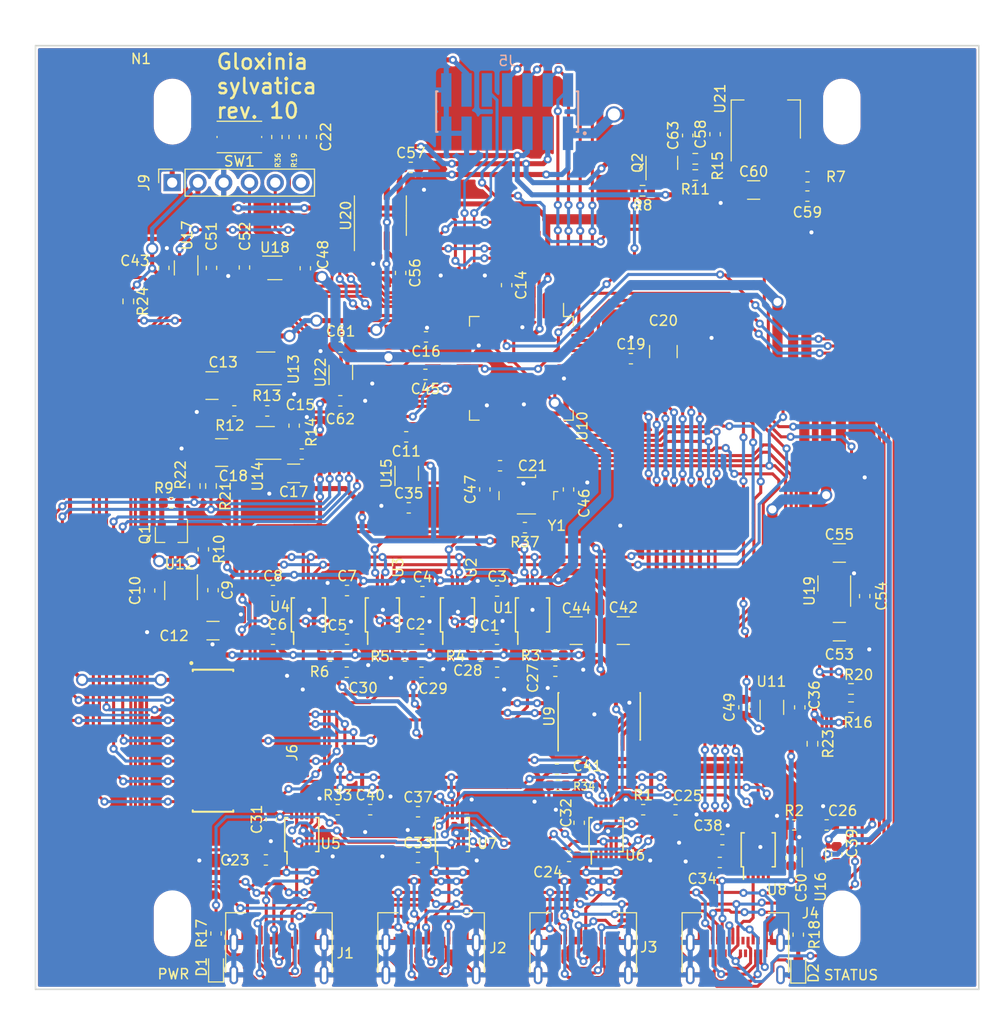
<source format=kicad_pcb>
(kicad_pcb (version 20211014) (generator pcbnew)
  (layers (0 "F.Cu" signal) (31 "B.Cu" signal) (34 "B.Paste" user) (35 "F.Paste" user) (36 "B.SilkS" user "B.Silkscreen") (37 "F.SilkS" user "F.Silkscreen") (38 "B.Mask" user) (39 "F.Mask" user) (44 "Edge.Cuts" user))
  (net 0 "")
  (net 1 "+3.3V")
  (net 2 "Net-(C63-Pad1)")
  (net 3 "/EN_LDO4")
  (net 4 "/IN3")
  (net 5 "/SIG3")
  (net 6 "/IN4")
  (net 7 "/SIG4")
  (net 8 "/IN5")
  (net 9 "/SIG5")
  (net 10 "/IN6")
  (net 11 "/SIG6")
  (net 12 "/IN7")
  (net 13 "/SIG7")
  (net 14 "/IN8")
  (net 15 "/SIG8")
  (net 16 "/EN_VDDA")
  (net 17 "Net-(C13-Pad1)")
  (net 18 "Net-(R12-Pad1)")
  (net 19 "Net-(C15-Pad1)")
  (net 20 "Net-(C46-Pad2)")
  (net 21 "Net-(R36-Pad1)")
  (net 22 "/IN2")
  (net 23 "/SIG2")
  (net 24 "/IN1")
  (net 25 "/SIG1")
  (net 26 "Net-(D2-Pad2)")
  (net 27 "Net-(D1-Pad2)")
  (net 28 "+4V")
  (net 29 "/CAN_C1")
  (net 30 "Net-(C17-Pad1)")
  (net 31 "/REF+")
  (net 32 "/V_REF2")
  (net 33 "GND")
  (net 34 "/~{CS_ADC}")
  (net 35 "/~{CONV}")
  (net 36 "Net-(U9-Pad21)")
  (net 37 "/~{CS5}")
  (net 38 "/~{CS4}")
  (net 39 "/~{CS2}")
  (net 40 "/~{CS3}")
  (net 41 "/~{CS8}")
  (net 42 "/~{CS7}")
  (net 43 "/~{CS6}")
  (net 44 "/~{CS1}")
  (net 45 "/S_PS")
  (net 46 "/PGC")
  (net 47 "/PGD")
  (net 48 "Net-(C20-Pad1)")
  (net 49 "/S_PS2")
  (net 50 "/EV4")
  (net 51 "/EV3")
  (net 52 "/EV1")
  (net 53 "/EV2")
  (net 54 "/EV6")
  (net 55 "/EV7")
  (net 56 "/EV8")
  (net 57 "/EV5")
  (net 58 "/TXD")
  (net 59 "/RXD")
  (net 60 "/CTS")
  (net 61 "/RTS")
  (net 62 "/~{RST_ADC}")
  (net 63 "Net-(C10-Pad1)")
  (net 65 "/REF_C1")
  (net 66 "/OSC1")
  (net 68 "/~{MCLR}")
  (net 71 "/RPGA1")
  (net 72 "/~{INT_ADC}")
  (net 73 "/SCK_ADC")
  (net 74 "/SDO_ADC")
  (net 75 "/SDI_ADC")
  (net 76 "/SCK_PGA")
  (net 77 "/SDA1")
  (net 78 "/SCL1")
  (net 79 "/BLINK")
  (net 80 "/SDO_PGA")
  (net 83 "VDDA")
  (net 85 "Net-(C54-Pad1)")
  (net 86 "VBUS")
  (net 90 "/OW1")
  (net 91 "/~{INT1}")
  (net 98 "/OW2")
  (net 105 "/OW3")
  (net 108 "/OW4")
  (net 110 "/CAN_C2")
  (net 111 "/CAN_L")
  (net 112 "/CAN_H")
  (net 113 "/S_PS_SW")
  (net 114 "/AS_PS_SW")
  (net 115 "/S_PS_SW2")
  (net 117 "/AS_PS_SW2")
  (net 123 "/EN_VDDA2")
  (net 124 "/C1RX")
  (net 125 "/C1TX")
  (net 126 "Net-(C59-Pad1)")
  (net 127 "Net-(R7-Pad2)")
  (net 128 "/SCL2")
  (net 129 "/SDA2")
  (net 130 "/~{INT2}")
  (net 131 "/REF_C2")
  (net 132 "/OW5")
  (net 133 "/OW6")
  (net 134 "/OW7")
  (net 135 "/OW8")
  (net 136 "Net-(Q2-Pad1)")
  (net 137 "Net-(Q2-Pad2)")
  (net 138 "/TERM")
  (footprint "Resistor_SMD:R_0603_1608Metric" (layer "F.Cu") (at 98.4125 113.8)
    (fp_text reference "R1")
    (fp_text value "33")
  )
  (footprint "Resistor_SMD:R_0603_1608Metric" (layer "F.Cu") (at 113.3 115.3 180)
    (fp_text reference "R2")
    (fp_text value "33")
  )
  (footprint "Package_SO:TSSOP-24_4.4x7.8mm_P0.65mm" (layer "F.Cu") (at 94.1 104.6 90)
    (fp_text reference "U9")
    (fp_text value "ADS8332")
  )
  (footprint "Package_SO:MSOP-10_3x3mm_P0.5mm" (layer "F.Cu") (at 87.5 94.6 90)
    (fp_text reference "U1")
    (fp_text value "PGA113")
  )
  (footprint "Package_SO:MSOP-10_3x3mm_P0.5mm" (layer "F.Cu") (at 109.75 117.75 90)
    (fp_text reference "U8")
    (fp_text value "PGA113")
  )
  (footprint "Package_SO:MSOP-10_3x3mm_P0.5mm" (layer "F.Cu") (at 72.7 94.6 90)
    (fp_text reference "U3")
    (fp_text value "PGA113")
  )
  (footprint "Capacitor_SMD:C_0603_1608Metric" (layer "F.Cu") (at 92.1 115.0875 90)
    (fp_text reference "C32")
    (fp_text value "0.1uF")
  )
  (footprint "Capacitor_SMD:C_0603_1608Metric" (layer "F.Cu") (at 116.5 115.3)
    (fp_text reference "C26")
    (fp_text value "1uF")
  )
  (footprint "Capacitor_SMD:C_0603_1608Metric" (layer "F.Cu") (at 91.1 118.4)
    (fp_text reference "C24")
    (fp_text value "0.1uF")
  )
  (footprint "Capacitor_SMD:C_0603_1608Metric" (layer "F.Cu") (at 101.6 113.8)
    (fp_text reference "C25")
    (fp_text value "1uF")
  )
  (footprint "Resistor_SMD:R_0603_1608Metric" (layer "F.Cu") (at 90 111.4 180)
    (fp_text reference "R34")
    (fp_text value "33")
  )
  (footprint "Package_SO:MSOP-10_3x3mm_P0.5mm" (layer "F.Cu") (at 79.6 116.25 90)
    (fp_text reference "U7")
    (fp_text value "PGA113")
  )
  (footprint "Resistor_SMD:R_0603_1608Metric" (layer "F.Cu") (at 68.3 113.8)
    (fp_text reference "R33")
    (fp_text value "33")
  )
  (footprint "Capacitor_SMD:C_0603_1608Metric" (layer "F.Cu") (at 89.9 109.8 180)
    (fp_text reference "C41")
    (fp_text value "1uF")
  )
  (footprint "Package_QFP:TQFP-64_10x10mm_P0.5mm" (layer "F.Cu") (at 86.4 70.3 -90)
    (fp_text reference "U10")
    (fp_text value "dsPIC33EP512MC806")
  )
  (footprint "board:USB_C_Receptacle_Amphenol_12401861XX12A" (layer "F.Cu") (at 77.5 127.95)
    (fp_text reference "J2")
    (fp_text value "USB_C_Receptacle")
  )
  (footprint "board:USB_C_Receptacle_Amphenol_12401861XX12A" (layer "F.Cu") (at 92.5 127.95)
    (fp_text reference "J3")
    (fp_text value "USB_C_Receptacle")
  )
  (footprint "board:USB_C_Receptacle_Amphenol_12401861XX12A" (layer "F.Cu") (at 107.5 127.95)
    (fp_text reference "J4")
    (fp_text value "USB_C_Receptacle")
  )
  (footprint "board:USB_C_Receptacle_Amphenol_12401861XX12A" (layer "F.Cu") (at 62.5 127.95)
    (fp_text reference "J1")
    (fp_text value "USB_C_Receptacle")
  )
  (footprint "Resistor_SMD:R_0603_1608Metric" (layer "F.Cu") (at 82.4 98.65 180)
    (fp_text reference "R4")
    (fp_text value "33")
  )
  (footprint "Capacitor_SMD:C_0603_1608Metric" (layer "F.Cu") (at 71.5 113.8)
    (fp_text reference "C40")
    (fp_text value "1uF")
  )
  (footprint "Capacitor_SMD:C_0603_1608Metric" (layer "F.Cu") (at 89.75 100.15 180)
    (fp_text reference "C27")
    (fp_text value "1uF")
  )
  (footprint "Package_SO:MSOP-10_3x3mm_P0.5mm" (layer "F.Cu") (at 64.75 116.25 90)
    (fp_text reference "U5")
    (fp_text value "PGA113")
  )
  (footprint "Package_TO_SOT_SMD:SOT-23-5" (layer "F.Cu") (at 61.15 77.65 180)
    (fp_text reference "U14")
    (fp_text value "OPA320")
  )
  (footprint "Package_SO:MSOP-10_3x3mm_P0.5mm" (layer "F.Cu") (at 94.75 116.25 90)
    (fp_text reference "U6")
    (fp_text value "PGA113")
  )
  (footprint "Package_SO:MSOP-10_3x3mm_P0.5mm" (layer "F.Cu") (at 65.4 94.6 90)
    (fp_text reference "U4")
    (fp_text value "PGA113")
  )
  (footprint "Capacitor_SMD:C_0603_1608Metric" (layer "F.Cu") (at 84 97)
    (fp_text reference "C1")
    (fp_text value "0.1uF")
  )
  (footprint "Capacitor_SMD:C_0603_1608Metric" (layer "F.Cu") (at 76.6 97)
    (fp_text reference "C2")
    (fp_text value "0.1uF")
  )
  (footprint "Capacitor_SMD:C_0603_1608Metric" (layer "F.Cu") (at 84.0125 92.25)
    (fp_text reference "C3")
    (fp_text value "0.1uF")
  )
  (footprint "Capacitor_SMD:C_0603_1608Metric" (layer "F.Cu") (at 76.65 92.3)
    (fp_text reference "C4")
    (fp_text value "0.1uF")
  )
  (footprint "Capacitor_SMD:C_0603_1608Metric" (layer "F.Cu") (at 69.2125 97)
    (fp_text reference "C5")
    (fp_text value "0.1uF")
  )
  (footprint "Capacitor_SMD:C_0603_1608Metric" (layer "F.Cu") (at 61.9125 97)
    (fp_text reference "C6")
    (fp_text value "0.1uF")
  )
  (footprint "Capacitor_SMD:C_0603_1608Metric" (layer "F.Cu") (at 69.2125 92.2)
    (fp_text reference "C7")
    (fp_text value "0.1uF")
  )
  (footprint "Capacitor_SMD:C_0603_1608Metric" (layer "F.Cu") (at 61.9125 92.2)
    (fp_text reference "C8")
    (fp_text value "0.1uF")
  )
  (footprint "Capacitor_SMD:C_0603_1608Metric" (layer "F.Cu") (at 56 92.1625 -90)
    (fp_text reference "C9")
    (fp_text value "1uF")
  )
  (footprint "Capacitor_SMD:C_0603_1608Metric" (layer "F.Cu") (at 49.75 92.2 90)
    (fp_text reference "C10")
    (fp_text value "0.01uF")
  )
  (footprint "Capacitor_SMD:C_0603_1608Metric" (layer "F.Cu") (at 75.05 77.05 180)
    (fp_text reference "C11")
    (fp_text value "1uF")
  )
  (footprint "Capacitor_SMD:C_1206_3216Metric" (layer "F.Cu") (at 56 96.15)
    (fp_text reference "C12")
    (fp_text value "2.2uF")
  )
  (footprint "Capacitor_SMD:C_1210_3225Metric" (layer "F.Cu") (at 55.9 72 180)
    (fp_text reference "C13")
    (fp_text value "10uF")
  )
  (footprint "Capacitor_SMD:C_0603_1608Metric" (layer "F.Cu") (at 84.95 62.1 -90)
    (fp_text reference "C14")
    (fp_text value "0.1uF")
  )
  (footprint "Capacitor_SMD:C_0603_1608Metric" (layer "F.Cu") (at 64 75.95 -90)
    (fp_text reference "C15")
    (fp_text value "0.1uF")
  )
  (footprint "Capacitor_SMD:C_0603_1608Metric" (layer "F.Cu") (at 77 67.2 180)
    (fp_text reference "C16")
    (fp_text value "0.1uF")
  )
  (footprint "Capacitor_SMD:C_1206_3216Metric" (layer "F.Cu") (at 63.95 80.65 180)
    (fp_text reference "C17")
    (fp_text value "22uF")
  )
  (footprint "Capacitor_SMD:C_1210_3225Metric" (layer "F.Cu") (at 56.85 78.6 180)
    (fp_text reference "C18")
    (fp_text value "1uF")
  )
  (footprint "Capacitor_SMD:C_0603_1608Metric" (layer "F.Cu") (at 97.2 69.35)
    (fp_text reference "C19")
    (fp_text value "0.1uF")
  )
  (footprint "Capacitor_SMD:C_1210_3225Metric" (layer "F.Cu") (at 100.4 68.65 90)
    (fp_text reference "C20")
    (fp_text value "10uF")
  )
  (footprint "Capacitor_SMD:C_0603_1608Metric" (layer "F.Cu") (at 84.3 79.9 180)
    (fp_text reference "C21")
    (fp_text value "0.1uF")
  )
  (footprint "Capacitor_SMD:C_0603_1608Metric" (layer "F.Cu") (at 65.7 47.5 -90)
    (fp_text reference "C22")
    (fp_text value "0.01uF")
  )
  (footprint "Capacitor_SMD:C_0603_1608Metric" (layer "F.Cu") (at 61.2125 118.75)
    (fp_text reference "C23")
    (fp_text value "0.1uF")
  )
  (footprint "Capacitor_SMD:C_0603_1608Metric" (layer "F.Cu") (at 84.0125 100.25)
    (fp_text reference "C28")
    (fp_text value "1uF")
  )
  (footprint "Capacitor_SMD:C_0603_1608Metric" (layer "F.Cu") (at 76.55 100.25)
    (fp_text reference "C29")
    (fp_text value "1uF")
  )
  (footprint "Capacitor_SMD:C_0603_1608Metric" (layer "F.Cu") (at 69.1875 100.25)
    (fp_text reference "C30")
    (fp_text value "1uF")
  )
  (footprint "Capacitor_SMD:C_0603_1608Metric" (layer "F.Cu") (at 61.75 114.75 90)
    (fp_text reference "C31")
    (fp_text value "0.1uF")
  )
  (footprint "Capacitor_SMD:C_0603_1608Metric" (layer "F.Cu") (at 76.2125 118.5)
    (fp_text reference "C33")
    (fp_text value "0.1uF")
  )
  (footprint "Capacitor_SMD:C_0603_1608Metric" (layer "F.Cu") (at 105.9625 119)
    (fp_text reference "C34")
    (fp_text value "0.1uF")
  )
  (footprint "Capacitor_SMD:C_0603_1608Metric" (layer "F.Cu") (at 75.3 84.05)
    (fp_text reference "C35")
    (fp_text value "0.1uF")
  )
  (footprint "Capacitor_SMD:C_0603_1608Metric" (layer "F.Cu") (at 113.85 103.7125 -90)
    (fp_text reference "C36")
    (fp_text value "1uF")
  )
  (footprint "Capacitor_SMD:C_0603_1608Metric" (layer "F.Cu") (at 76.2125 114)
    (fp_text reference "C37")
    (fp_text value "0.1uF")
  )
  (footprint "Capacitor_SMD:C_0603_1608Metric" (layer "F.Cu") (at 106.2125 116.75)
    (fp_text reference "C38")
    (fp_text value "0.1uF")
  )
  (footprint "Capacitor_SMD:C_0603_1608Metric" (layer "F.Cu") (at 117.5 118.2125 -90)
    (fp_text reference "C39")
    (fp_text value "1uF")
  )
  (footprint "Capacitor_SMD:C_1210_3225Metric" (layer "F.Cu") (at 96.45 96.15)
    (fp_text reference "C42")
    (fp_text value "10uF")
  )
  (footprint "Capacitor_SMD:C_1210_3225Metric" (layer "F.Cu") (at 91.8 96.15 180)
    (fp_text reference "C44")
    (fp_text value "10uF")
  )
  (footprint "Capacitor_SMD:C_0603_1608Metric" (layer "F.Cu") (at 76.9375 70.9 180)
    (fp_text reference "C45")
    (fp_text value "0.1uF")
  )
  (footprint "Capacitor_SMD:C_0603_1608Metric" (layer "F.Cu") (at 91.05 82.2375 90)
    (fp_text reference "C46")
    (fp_text value "10pF")
  )
  (footprint "Capacitor_SMD:C_0603_1608Metric" (layer "F.Cu") (at 82.8 82.2375 90)
    (fp_text reference "C47")
    (fp_text value "10pF")
  )
  (footprint "Capacitor_SMD:C_0603_1608Metric" (layer "F.Cu") (at 108.35 103.7125 90)
    (fp_text reference "C49")
    (fp_text value "0.1uF")
  )
  (footprint "Capacitor_SMD:C_0603_1608Metric" (layer "F.Cu") (at 113 118.5375 90)
    (fp_text reference "C50")
    (fp_text value "0.1uF")
  )
  (footprint "Capacitor_SMD:C_1206_3216Metric" (layer "F.Cu") (at 117.75 96.25)
    (fp_text reference "C53")
    (fp_text value "4.7uF")
  )
  (footprint "Capacitor_SMD:C_0603_1608Metric" (layer "F.Cu") (at 120.25 92.75 90)
    (fp_text reference "C54")
    (fp_text value "1nF")
  )
  (footprint "Capacitor_SMD:C_1206_3216Metric" (layer "F.Cu") (at 117.75 88.5)
    (fp_text reference "C55")
    (fp_text value "4.7uF")
  )
  (footprint "LED_SMD:LED_0603_1608Metric" (layer "F.Cu") (at 56.3 129.2875 90)
    (fp_text reference "D1")
    (fp_text value "LED")
  )
  (footprint "LED_SMD:LED_0603_1608Metric" (layer "F.Cu") (at 113.7 129.4 90)
    (fp_text reference "D2")
    (fp_text value "LED")
  )
  (footprint "Connector_PinSocket_2.54mm:PinSocket_1x06_P2.54mm_Vertical" (layer "F.Cu") (at 51.975 52 90)
    (fp_text reference "J9")
    (fp_text value "Conn_01x06_Female")
  )
  (footprint "Package_TO_SOT_SMD:SOT-23" (layer "F.Cu") (at 51.9 86.7 -90)
    (fp_text reference "Q1")
    (fp_text value "Q_NMOS_GSD")
  )
  (footprint "Resistor_SMD:R_0603_1608Metric" (layer "F.Cu") (at 89.75 98.55)
    (fp_text reference "R3")
    (fp_text value "33")
  )
  (footprint "Resistor_SMD:R_0603_1608Metric" (layer "F.Cu") (at 74.9125 98.65)
    (fp_text reference "R5")
    (fp_text value "33")
  )
  (footprint "Resistor_SMD:R_0603_1608Metric" (layer "F.Cu") (at 67.5375 98.65 180)
    (fp_text reference "R6")
    (fp_text value "33")
  )
  (footprint "Resistor_SMD:R_0603_1608Metric" (layer "F.Cu") (at 51.8875 83.55 180)
    (fp_text reference "R9")
    (fp_text value "10k")
  )
  (footprint "Resistor_SMD:R_0603_1608Metric" (layer "F.Cu") (at 55.05 88.1375 90)
    (fp_text reference "R10")
    (fp_text value "10k")
  )
  (footprint "Resistor_SMD:R_0603_1608Metric" (layer "F.Cu") (at 58.1 74.5 180)
    (fp_text reference "R12")
    (fp_text value "0.22R")
  )
  (footprint "Resistor_SMD:R_0603_1608Metric" (layer "F.Cu") (at 61.35 74.5 180)
    (fp_text reference "R13")
    (fp_text value "1k")
  )
  (footprint "Resistor_SMD:R_0603_1608Metric" (layer "F.Cu") (at 64.75 78.75)
    (fp_text reference "R14")
    (fp_text value "0.22R")
  )
  (footprint "Resistor_SMD:R_0603_1608Metric" (layer "F.Cu") (at 113.7 126.1125 90)
    (fp_text reference "R18")
    (fp_text value "750")
  )
  (footprint "Resistor_SMD:R_0603_1608Metric" (layer "F.Cu") (at 64 47.5 90)
    (fp_text reference "R19")
    (fp_text value "10k")
  )
  (footprint "Resistor_SMD:R_0603_1608Metric" (layer "F.Cu") (at 62.3 47.5 90)
    (fp_text reference "R36")
    (fp_text value "270")
  )
  (footprint "Resistor_SMD:R_0603_1608Metric" (layer "F.Cu") (at 86.75 86 180)
    (fp_text reference "R37")
    (fp_text value "1M")
  )
  (footprint "Package_TO_SOT_SMD:SOT-363_SC-70-6" (layer "F.Cu") (at 111.1 103.7125 90)
    (fp_text reference "U11")
    (fp_text value "SiP32431")
  )
  (footprint "Package_TO_SOT_SMD:SOT-23-5" (layer "F.Cu") (at 52.85 92.2 -90)
    (fp_text reference "U12")
    (fp_text value "LP2985-5.0")
  )
  (footprint "Package_TO_SOT_SMD:SOT-23-5" (layer "F.Cu") (at 61.2 70.3 180)
    (fp_text reference "U13")
    (fp_text value "REF2033")
  )
  (footprint "Package_TO_SOT_SMD:SOT-363_SC-70-6" (layer "F.Cu") (at 75.1 80.65 90)
    (fp_text reference "U15")
    (fp_text value "SiP32431")
  )
  (footprint "Package_TO_SOT_SMD:SOT-363_SC-70-6" (layer "F.Cu") (at 115.25 118.25 90)
    (fp_text reference "U16")
    (fp_text value "SiP32431")
  )
  (footprint "Package_CSP:LFCSP-8-1EP_3x3mm_P0.5mm_EP1.45x1.74mm" (layer "F.Cu") (at 117.25 92.25 90)
    (fp_text reference "U19")
    (fp_text value "ADM7170")
  )
  (footprint "Crystal:Crystal_SMD_Abracon_ABM3B-4Pin_5.0x3.2mm" (layer "F.Cu") (at 86.9 82.85 180)
    (fp_text reference "Y1")
    (fp_text value "Crystal_GND24")
  )
  (footprint "Package_SO:MSOP-10_3x3mm_P0.5mm" (layer "F.Cu") (at 80.1 94.6 90)
    (fp_text reference "U2")
    (fp_text value "PGA113")
  )
  (footprint "Resistor_SMD:R_0603_1608Metric" (layer "F.Cu") (at 56.3 126 90)
    (fp_text reference "R17")
    (fp_text value "750")
  )
  (footprint "Capacitor_SMD:C_0603_1608Metric" (layer "F.Cu") (at 55.85 60.4 -90)
    (fp_text reference "C51")
    (fp_text value "0.1uF")
  )
  (footprint "Package_TO_SOT_SMD:SOT-363_SC-70-6" (layer "F.Cu") (at 53.35 60.4 -90)
    (fp_text reference "U17")
    (fp_text value "SiP32431")
  )
  (footprint "Capacitor_SMD:C_0603_1608Metric" (layer "F.Cu") (at 51.15 60.4 90)
    (fp_text reference "C43")
    (fp_text value "1uF")
  )
  (footprint "Package_TO_SOT_SMD:SOT-363_SC-70-6" (layer "F.Cu") (at 62.1 60.4)
    (fp_text reference "U18")
    (fp_text value "SiP32431")
  )
  (footprint "Capacitor_SMD:C_0603_1608Metric" (layer "F.Cu") (at 65.1 60.4375 90)
    (fp_text reference "C48")
    (fp_text value "1uF")
  )
  (footprint "Capacitor_SMD:C_0603_1608Metric" (layer "F.Cu") (at 59.1 60.3625 -90)
    (fp_text reference "C52")
    (fp_text value "0.1uF")
  )
  (footprint "Capacitor_SMD:C_0603_1608Metric" (layer "F.Cu") (at 75.5 50.5)
    (fp_text reference "C57")
    (fp_text value "0.1uF")
  )
  (footprint "Package_SO:SOIC-8_3.9x4.9mm_P1.27mm" (layer "F.Cu") (at 72.5 55.25 90)
    (fp_text reference "U20")
    (fp_text value "MCP2542FD")
  )
  (footprint "Capacitor_SMD:C_0603_1608Metric" (layer "F.Cu") (at 74.5 60.9 -90)
    (fp_text reference "C56")
    (fp_text value "0.1uF")
  )
  (footprint "Capacitor_SMD:C_0603_1608Metric" (layer "F.Cu") (at 68.5875 68.2 180)
    (fp_text reference "C61")
    (fp_text value "1uF")
  )
  (footprint "Capacitor_SMD:C_0603_1608Metric" (layer "F.Cu") (at 68.55 73.5)
    (fp_text reference "C62")
    (fp_text value "0.1uF")
  )
  (footprint "Package_TO_SOT_SMD:SOT-363_SC-70-6" (layer "F.Cu") (at 68.6 70.7 90)
    (fp_text reference "U22")
    (fp_text value "SiP32431")
  )
  (footprint "Capacitor_SMD:C_0603_1608Metric" (layer "F.Cu") (at 105.5 47.225 90)
    (fp_text reference "C58")
    (fp_text value "1uF")
  )
  (footprint "Capacitor_SMD:C_0603_1608Metric" (layer "F.Cu") (at 114.6 53.325)
    (fp_text reference "C59")
    (fp_text value "1uF")
  )
  (footprint "Capacitor_SMD:C_1206_3216Metric" (layer "F.Cu") (at 109.3 52.725)
    (fp_text reference "C60")
    (fp_text value "2.2uF")
  )
  (footprint "Resistor_SMD:R_0603_1608Metric" (layer "F.Cu") (at 114.6125 51.425 180)
    (fp_text reference "R7")
    (fp_text value "10k")
  )
  (footprint "Package_TO_SOT_SMD:SOT-223-6" (layer "F.Cu") (at 110.5 45.725 90)
    (fp_text reference "U21")
    (fp_text value "TPS737")
  )
  (footprint "Button_Switch_SMD:SW_Push_1P1T_NO_CK_KMR2" (layer "F.Cu") (at 58.6 47.5)
    (fp_text reference "SW1")
    (fp_text value "SW_Push")
  )
  (footprint "Package_TO_SOT_SMD:SOT-23" (layer "F.Cu") (at 100.25 50.05 90)
    (fp_text reference "Q2")
    (fp_text value "Q_NMOS_GSD")
  )
  (footprint "Resistor_SMD:R_0603_1608Metric" (layer "F.Cu") (at 103.55 49.65 180)
    (fp_text reference "R15")
    (fp_text value "60R")
  )
  (footprint "Capacitor_SMD:C_0603_1608Metric" (layer "F.Cu") (at 102.8 47.35 90)
    (fp_text reference "C63")
    (fp_text value "4.7nF")
  )
  (footprint "board:Enclosure-Gloxinia4" (layer "F.Cu") (at 85 85)
    (fp_text reference "N1")
    (fp_text value "Housing")
  )
  (footprint "Resistor_SMD:R_0603_1608Metric" (layer "F.Cu") (at 54.2 81.9 -90)
    (fp_text reference "R22")
    (fp_text value "10k")
  )
  (footprint "Resistor_SMD:R_0603_1608Metric" (layer "F.Cu") (at 55.8 81.9 -90)
    (fp_text reference "R21")
    (fp_text value "10k")
  )
  (footprint "Resistor_SMD:R_0603_1608Metric" (layer "F.Cu") (at 98.35 52.8 180)
    (fp_text reference "R8")
    (fp_text value "1k")
  )
  (footprint "Resistor_SMD:R_0603_1608Metric" (layer "F.Cu") (at 115.1 107.3 -90)
    (fp_text reference "R23")
    (fp_text value "10k")
  )
  (footprint "Resistor_SMD:R_0603_1608Metric" (layer "F.Cu") (at 47.65 63.7 -90)
    (fp_text reference "R24")
    (fp_text value "10k")
  )
  (footprint "samtec:SAMTEC_TMMH-107-01-T-DV" (layer "F.Cu") (at 56 107 -90)
    (fp_text reference "J6")
    (fp_text value "Conn_02x07_Odd_Even")
  )
  (footprint "Resistor_SMD:R_0603_1608Metric" (layer "F.Cu") (at 118.9 103.7 180)
    (fp_text reference "R16")
    (fp_text value "10k")
  )
  (footprint "Resistor_SMD:R_0603_1608Metric" (layer "F.Cu") (at 118.9 101.9 180)
    (fp_text reference "R20")
    (fp_text value "10k")
  )
  (footprint "Resistor_SMD:R_0603_1608Metric" (layer "F.Cu") (at 103.55 51.25)
    (fp_text reference "R11")
    (fp_text value "60R")
  )
  (footprint "samtec:SAMTEC_TMMH-107-01-T-DV" (layer "B.Cu") (at 85 45 180)
    (fp_text reference "J5")
    (fp_text value "Conn_02x07_Odd_Even")
  )
  (gr_line (start 38.5 38.5) (end 38.5 131.5) (layer "Edge.Cuts") (width 0.15))
  (gr_line (start 131.5 38.5) (end 131.5 131.5) (layer "Edge.Cuts") (width 0.15))
  (gr_line (start 131.5 131.5) (end 38.5 131.5) (layer "Edge.Cuts") (width 0.15))
  (gr_line (start 131.5 38.5) (end 38.5 38.5) (layer "Edge.Cuts") (width 0.15))
  (gr_text "STATUS" (at 118.9 130.1) (layer "F.SilkS") (effects (font (size 1 1))))
  (gr_text "PWR" (at 52.1 130) (layer "F.SilkS") (effects (font (size 1 1))))
  (gr_text "Gloxinia\nsylvatica\nrev. 10" (at 56.2 42.5) (layer "F.SilkS") (effects (font (size 1.5 1.5) (thickness 0.25)) (justify left)))
  (segment (start 70.2 92.4) (end 70 92.2) (width 0.3) (layer "F.Cu") (net 1))
  (segment (start 54.2 81.075) (end 55.8 81.075) (width 0.5) (layer "F.Cu") (net 1))
  (segment (start 108.35 115.55) (end 108.75 115.55) (width 0.3) (layer "F.Cu") (net 1))
  (segment (start 87.45 67.15) (end 85.7 67.15) (width 0.5) (layer "F.Cu") (net 1))
  (segment (start 67.5 115.1) (end 73.65 115.1) (width 0.3) (layer "F.Cu") (net 1))
  (segment (start 84.155001 71.555001) (end 85.2 72.6) (width 0.3) (layer "F.Cu") (net 1))
  (segment (start 107.9 56.85) (end 107.96 56.91) (width 1) (layer "F.Cu") (net 1))
  (segment (start 113.2 62.15) (end 113.2 70.5) (width 1) (layer "F.Cu") (net 1))
  (segment (start 52.85 83.725) (end 52.675 83.55) (width 0.5) (layer "F.Cu") (net 1))
  (segment (start 54.515 53.885) (end 54.515 52) (width 0.5) (layer "F.Cu") (net 1))
  (segment (start 57.4 86.4) (end 56.7 85.7) (width 0.4) (layer "F.Cu") (net 1))
  (segment (start 85.65 69.65) (end 87 71) (width 0.3) (layer "F.Cu") (net 1))
  (segment (start 74.25 114.5) (end 74.25 113) (width 0.3) (layer "F.Cu") (net 1))
  (segment (start 76.25 46.95) (end 76.75 46.45) (width 0.5) (layer "F.Cu") (net 1))
  (segment (start 51.15 61.1875) (end 50.7375 61.1875) (width 0.4) (layer "F.Cu") (net 1))
  (segment (start 53.325 81.075) (end 54.2 81.075) (width 0.5) (layer "F.Cu") (net 1))
  (segment (start 85.15 79.8375) (end 85.0875 79.9) (width 0.3) (layer "F.Cu") (net 1))
  (segment (start 81.589998 67.55) (end 81.989998 67.15) (width 0.3) (layer "F.Cu") (net 1))
  (segment (start 95.05 96.15) (end 95.05 92.95) (width 0.4) (layer "F.Cu") (net 1))
  (segment (start 74 54.5) (end 69.5 54.5) (width 0.5) (layer "F.Cu") (net 1))
  (segment (start 78.1375 67.55) (end 77.7875 67.2) (width 0.3) (layer "F.Cu") (net 1))
  (segment (start 92.35 114.05) (end 92.1 114.3) (width 0.3) (layer "F.Cu") (net 1))
  (segment (start 112.7 101.775) (end 113.85 102.925) (width 1) (layer "F.Cu") (net 1))
  (segment (start 85.65 64.6375) (end 85.65 63.85) (width 0.3) (layer "F.Cu") (net 1))
  (segment (start 64 48.9) (end 64 48.2875) (width 0.5) (layer "F.Cu") (net 1))
  (segment (start 52.7 61.35) (end 51.3125 61.35) (width 0.4) (layer "F.Cu") (net 1))
  (segment (start 78.6 112.7) (end 78.4 112.5) (width 0.3) (layer "F.Cu") (net 1))
  (segment (start 92.0625 70.05) (end 95.7125 70.05) (width 0.3) (layer "F.Cu") (net 1))
  (segment (start 66.4 51.3) (end 67.8 51.3) (width 0.5) (layer "F.Cu") (net 1))
  (segment (start 107.9 52.725) (end 107.9 56.85) (width 1) (layer "F.Cu") (net 1))
  (segment (start 56.3 123.2) (end 56.3 125.2125) (width 0.3) (layer "F.Cu") (net 1))
  (segment (start 108.2 115.55) (end 107 116.75) (width 0.3) (layer "F.Cu") (net 1))
  (segment (start 80.7375 71.05) (end 81.739998 71.05) (width 0.3) (layer "F.Cu") (net 1))
  (segment (start 85.15 72.65) (end 85.2 72.6) (width 0.3) (layer "F.Cu") (net 1))
  (segment (start 72.15 46.95) (end 76.25 46.95) (width 0.5) (layer "F.Cu") (net 1))
  (segment (start 93.75 114.05) (end 93.75 113.05) (width 0.3) (layer "F.Cu") (net 1))
  (segment (start 100.807109 112.35) (end 106.55 112.35) (width 0.3) (layer "F.Cu") (net 1))
  (segment (start 79.1 92.4) (end 77.5375 92.4) (width 0.3) (layer "F.Cu") (net 1))
  (segment (start 115.3 103.3) (end 115.3 104.4) (width 0.5) (layer "F.Cu") (net 1))
  (segment (start 119.725 103.7) (end 119.725 101.9) (width 0.5) (layer "F.Cu") (net 1))
  (segment (start 77.4375 92.1625) (end 78.4 91.2) (width 0.4) (layer "F.Cu") (net 1))
  (segment (start 70 92.1) (end 70.85 91.25) (width 0.4) (layer "F.Cu") (net 1))
  (segment (start 50.7375 61.1875) (end 50 60.45) (width 0.4) (layer "F.Cu") (net 1))
  (segment (start 85.65 67.15) (end 85.65 69.65) (width 0.3) (layer "F.Cu") (net 1))
  (segment (start 111.15 84.2) (end 111.15 96.9) (width 1) (layer "F.Cu") (net 1))
  (segment (start 89 61.5) (end 89 55.6) (width 0.5) (layer "F.Cu") (net 1))
  (segment (start 62.7 92.2) (end 62.7 91.1) (width 0.4) (layer "F.Cu") (net 1))
  (segment (start 88.95 55.61) (end 107.9 55.61) (width 1) (layer "F.Cu") (net 1))
  (segment (start 85.15 69.65) (end 85.65 69.65) (width 0.3) (layer "F.Cu") (net 1))
  (segment (start 85.65 63.5875) (end 84.95 62.8875) (width 0.3) (layer "F.Cu") (net 1))
  (segment (start 62.7 91.1) (end 63.15 90.65) (width 0.4) (layer "F.Cu") (net 1))
  (segment (start 63.15 90.65) (end 64 90.65) (width 0.4) (layer "F.Cu") (net 1))
  (segment (start 87 71) (end 89.7 73.7) (width 0.3) (layer "F.Cu") (net 1))
  (segment (start 66.4 54.5) (end 65.9 54.5) (width 0.5) (layer "F.Cu") (net 1))
  (segment (start 84.95 92.4) (end 84.8 92.25) (width 0.3) (layer "F.Cu") (net 1))
  (segment (start 76.75 40.65) (end 77.5 39.9) (width 0.5) (layer "F.Cu") (net 1))
  (segment (start 61.75 113.9625) (end 62.0625 113.9625) (width 0.3) (layer "F.Cu") (net 1))
  (segment (start 67.8 51.3) (end 72.15 46.95) (width 0.5) (layer "F.Cu") (net 1))
  (segment (start 85.15 75.9625) (end 85.15 73.25) (width 0.3) (layer "F.Cu") (net 1))
  (segment (start 79.15 67.55) (end 78.1375 67.55) (width 0.3) (layer "F.Cu") (net 1))
  (segment (start 80.7375 71.05) (end 78.125 71.05) (width 0.3) (layer "F.Cu") (net 1))
  (segment (start 77.905 54.095) (end 76.555 54.095) (width 0.5) (layer "F.Cu") (net 1))
  (segment (start 77.5 39.9) (end 79.65 39.9) (width 0.5) (layer "F.Cu") (net 1))
  (segment (start 66.4 54.5) (end 66.4 51.3) (width 0.5) (layer "F.Cu") (net 1))
  (segment (start 93.75 114.05) (end 92.35 114.05) (width 0.3) (layer "F.Cu") (net 1))
  (segment (start 107.3 114.5) (end 108.35 115.55) (width 0.3) (layer "F.Cu") (net 1))
  (segment (start 95.05 98.25) (end 95.05 96.15) (width 0.4) (layer "F.Cu") (net 1))
  (segment (start 95.725 101.75) (end 95.725 98.925) (width 0.4) (layer "F.Cu") (net 1))
  (segment (start 51.3125 61.35) (end 51.15 61.1875) (width 0.4) (layer "F.Cu") (net 1))
  (segment (start 111.75 102.7625) (end 113.6875 102.7625) (width 0.5) (layer "F.Cu") (net 1))
  (segment (start 119.2 105.2) (end 119.725 104.675) (width 0.5) (layer "F.Cu") (net 1))
  (segment (start 66.4 51.3) (end 64 48.9) (width 0.5) (layer "F.Cu") (net 1))
  (segment (start 81.739998 71.05) (end 82.244999 71.555001) (width 0.3) (layer "F.Cu") (net 1))
  (segment (start 115.3 104.4) (end 115.3 106.275) (width 0.5) (layer "F.Cu") (net 1))
  (segment (start 81.989998 67.15) (end 82.65 67.15) (width 0.3) (layer "F.Cu") (net 1))
  (segment (start 95.725 101.75) (end 95.725 103.875) (width 0.4) (layer "F.Cu") (net 1))
  (segment (start 76.75 46.45) (end 76.75 40.65) (width 0.5) (layer "F.Cu") (net 1))
  (segment (start 107.9 52.725) (end 107.9 52.05) (width 1) (layer "F.Cu") (net 1))
  (segment (start 52.85 85.7) (end 52.85 83.725) (width 0.5) (layer "F.Cu") (net 1))
  (segment (start 107.9 52.05) (end 109.23 50.72) (width 1) (layer "F.Cu") (net 1))
  (segment (start 86.5 92.4) (end 84.95 92.4) (width 0.3) (layer "F.Cu") (net 1))
  (segment (start 76.555 54.095) (end 74.405 54.095) (width 0.5) (layer "F.Cu") (net 1))
  (segment (start 92.0625 70.05) (end 95.725 70.05) (width 0.3) (layer "F.Cu") (net 1))
  (segment (start 87.45 67.15) (end 88.2 66.4) (width 0.5) (layer "F.Cu") (net 1))
  (segment (start 80.7375 67.55) (end 79.15 67.55) (width 0.3) (layer "F.Cu") (net 1))
  (segment (start 56.7 85.7) (end 52.85 85.7) (width 0.4) (layer "F.Cu") (net 1))
  (segment (start 74.405 54.095) (end 74 54.5) (width 0.5) (layer "F.Cu") (net 1))
  (segment (start 87 71) (end 88.1 72.1) (width 0.3) (layer "F.Cu") (net 1))
  (segment (start 74.25 113) (end 74.75 112.5) (width 0.3) (layer "F.Cu") (net 1))
  (segment (start 113.2 70.5) (end 116.4495 73.7495) (width 1) (layer "F.Cu") (net 1))
  (segment (start 85.65 63.85) (end 85.65 63.5875) (width 0.3) (layer "F.Cu") (net 1))
  (segment (start 79.15 67.55) (end 78.075 67.55) (width 0.3) (layer "F.Cu") (net 1))
  (segment (start 50 60.45) (end 50 58.4995) (width 0.4) (layer "F.Cu") (net 1))
  (segment (start 109.23 50.72) (end 109.23 48.8625) (width 1) (layer "F.Cu") (net 1))
  (segment (start 74.405 52.775) (end 74.405 54.095) (width 0.5) (layer "F.Cu") (net 1))
  (segment (start 63.75 114.05) (end 63.05 114.05) (width 0.3) (layer "F.Cu") (net 1))
  (segment (start 90.1 91.15) (end 90.05 91.1) (width 0.4) (layer "F.Cu") (net 1))
  (segment (start 88.3 72.3) (end 88 72.6) (width 0.3) (layer "F.Cu") (net 1))
  (segment (start 106.55 112.35) (end 107.3 113.1) (width 0.3) (layer "F.Cu") (net 1))
  (segment (start 74.405 52.775) (end 74.405 50.8075) (width 0.5) (layer "F.Cu") (net 1))
  (segment (start 119.725 104.675) (end 119.725 103.7) (width 0.5) (layer "F.Cu") (net 1))
  (segment (start 112.7 98.45) (end 112.7 101.775) (width 1) (layer "F.Cu") (net 1))
  (segment (start 95.7125 70.05) (end 96.4125 69.35) (width 0.3) (layer "F.Cu") (net 1))
  (segment (start 77.5375 92.4) (end 77.4375 92.3) (width 0.3) (layer "F.Cu") (net 1))
  (segment (start 116.4495 73.7495) (end 116.4495 82.8) (width 1) (layer "F.Cu") (net 1))
  (segment (start 95.05 92.95) (end 93.25 91.15) (width 0.4) (layer "F.Cu") (net 1))
  (segment (start 84.8 92.15) (end 85.75 91.2) (width 0.4) (layer "F.Cu") (net 1))
  (segment (start 62.9 92.4) (end 62.7 92.2) (width 0.3) (layer "F.Cu") (net 1))
  (segment (start 114.925 102.925) (end 115.2 103.2) (width 0.5) (layer "F.Cu") (net 1))
  (segment (start 65.9 54.5) (end 65 54.5) (width 0.5) (layer "F.Cu") (net 1))
  (segment (start 62.0625 113.9625) (end 62.6 114.5) (width 0.3) (layer "F.Cu") (net 1))
  (segment (start 74.75 112.5) (end 78.4 112.5) (width 0.3) (layer "F.Cu") (net 1))
  (segment (start 115.2 103.2) (end 115.3 103.3) (width 0.5) (layer "F.Cu") (net 1))
  (segment (start 82.244999 71.555001) (end 84.155001 71.555001) (width 0.3) (layer "F.Cu") (net 1))
  (segment (start 77.4375 92.3) (end 77.4375 92.1625) (width 0.4) (layer "F.Cu") (net 1))
  (segment (start 70 92.2) (end 70 92.1) (width 0.4) (layer "F.Cu") (net 1))
  (segment (start 54.5 53.9) (end 54.515 53.885) (width 0.5) (layer "F.Cu") (net 1))
  (segment (start 85.8 72.6) (end 88 72.6) (width 0.3) (layer "F.Cu") (net 1))
  (segment (start 84.8 92.25) (end 84.8 92.15) (width 0.4) (layer "F.Cu") (net 1))
  (segment (start 78.6 114.05) (end 77.05 114.05) (width 0.3) (layer "F.Cu") (net 1))
  (segment (start 85.15 75.9625) (end 85.15 79.8375) (width 0.3) (layer "F.Cu") (net 1))
  (segment (start 64.4 92.4) (end 62.9 92.4) (width 0.3) (layer "F.Cu") (net 1))
  (segment (start 78.6 114.05) (end 78.6 112.7) (width 0.3) (layer "F.Cu") (net 1))
  (segment (start 93.25 91.15) (end 90.1 91.15) (width 0.4) (layer "F.Cu") (net 1))
  (segment (start 92.0625 70.05) (end 90.05 70.05) (width 0.3) (layer "F.Cu") (net 1))
  (segment (start 52.675 81.725) (end 53.325 81.075) (width 0.5) (layer "F.Cu") (net 1))
  (segment (start 87.495 54.095) (end 89 55.6) (width 0.5) (layer "F.Cu") (net 1))
  (segment (start 52.675 83.55) (end 52.675 81.725) (width 0.5) (layer "F.Cu") (net 1))
  (segment (start 77.905 54.095) (end 87.495 54.095) (width 0.5) (layer "F.Cu") (net 1))
  (segment (start 74.405 50.8075) (end 74.7125 50.5) (width 0.5) (layer "F.Cu") (net 1))
  (segment (start 77.05 114.05) (end 77 114) (width 0.3) (layer "F.Cu") (net 1))
  (segment (start 85.65 64.6375) (end 85.65 67.15) (width 0.3) (layer "F.Cu") (net 1))
  (segment (start 80.7375 67.55) (end 81.589998 67.55) (width 0.3) (layer "F.Cu") (net 1))
  (segment (start 58.5 54.5) (end 55.1 54.5) (width 0.5) (layer "F.Cu") (net 1))
  (segment (start 63.05 114.05) (end 62.6 114.5) (width 0.3) (layer "F.Cu") (net 1))
  (segment (start 69.5 54.5) (end 66.4 54.5) (width 0.5) (layer "F.Cu") (net 1))
  (segment (start 89.7 70.4) (end 89.7 73.7) (width 0.3) (layer "F.Cu") (net 1))
  (segment (start 108.35 115.55) (end 108.2 115.55) (width 0.3) (layer "F.Cu") (net 1))
  (segment (start 85.15 73.25) (end 85.15 72.65) (width 0.3) (layer "F.Cu") (net 1))
  (segment (start 117.7 105.2) (end 119.2 105.2) (width 0.5) (layer "F.Cu") (net 1))
  (segment (start 85.2 72.6) (end 85.8 72.6) (width 0.3) (layer "F.Cu") (net 1))
  (segment (start 88.1 72.1) (end 88.3 72.3) (width 0.3) (layer "F.Cu") (net 1))
  (segment (start 88.1 72.1) (end 88.1 72.5) (width 0.3) (layer "F.Cu") (net 1))
  (segment (start 93.75 113.05) (end 93.05 112.35) (width 0.3) (layer "F.Cu") (net 1))
  (segment (start 88.1 72.5) (end 88 72.6) (width 0.3) (layer "F.Cu") (net 1))
  (segment (start 47.65 62.875) (end 47.6745 62.875) (width 0.25) (layer "F.Cu") (net 1))
  (segment (start 90.05 70.05) (end 89.7 70.4) (width 0.3) (layer "F.Cu") (net 1))
  (segment (start 57.4 89.9) (end 57.4 86.4) (width 0.4) (layer "F.Cu") (net 1))
  (segment (start 55.1 54.5) (end 54.5 53.9) (width 0.5) (layer "F.Cu") (net 1))
  (segment (start 85.8 72.6) (end 88 72.6) (width 0.3) (layer "F.Cu") (net 1))
  (segment (start 111.15 96.9) (end 112.7 98.45) (width 1) (layer "F.Cu") (net 1))
  (segment (start 71.7 92.4) (end 70.2 92.4) (width 0.3) (layer "F.Cu") (net 1))
  (segment (start 107.3 113.1) (end 107.3 114.5) (width 0.3) (layer "F.Cu") (net 1))
  (segment (start 73.65 115.1) (end 74.25 114.5) (width 0.3) (layer "F.Cu") (net 1))
  (segment (start 47.6745 62.875) (end 48.5 62.0495) (width 0.3) (layer "F.Cu") (net 1))
  (segment (start 113.6875 102.7625) (end 113.85 102.925) (width 0.5) (layer "F.Cu") (net 1))
  (segment (start 82.65 67.15) (end 85.15 69.65) (width 0.3) (layer "F.Cu") (net 1))
  (segment (start 95.725 103.875) (end 95.75 103.9) (width 0.4) (layer "F.Cu") (net 1))
  (segment (start 113.85 102.925) (end 114.925 102.925) (width 0.5) (layer "F.Cu") (net 1))
  (segment (start 115.3 106.275) (end 115.1 106.475) (width 0.5) (layer "F.Cu") (net 1))
  (segment (start 107.96 56.91) (end 113.2 62.15) (width 1) (layer "F.Cu") (net 1))
  (segment (start 95.725 98.925) (end 95.05 98.25) (width 0.4) (layer "F.Cu") (net 1))
  (via (at 93.05 112.35) (size 0.8) (drill 0.4) (layers "F.Cu" "B.Cu") (net 1))
  (via (at 50 58.4995) (size 1.2) (drill 0.8) (layers "F.Cu" "B.Cu") (net 1))
  (via (at 58.5 54.5) (size 0.8) (drill 0.4) (layers "F.Cu" "B.Cu") (net 1))
  (via (at 115.3 104.4) (size 0.8) (drill 0.4) (layers "F.Cu" "B.Cu") (net 1))
  (via (at 85.75 91.2) (size 0.8) (drill 0.4) (layers "F.Cu" "B.Cu") (net 1))
  (via (at 100.807109 112.35) (size 0.8) (drill 0.4) (layers "F.Cu" "B.Cu") (net 1))
  (via (at 89 61.5) (size 0.8) (drill 0.4) (layers "F.Cu" "B.Cu") (net 1))
  (via (at 48.5 62.0495) (size 0.8) (drill 0.4) (layers "F.Cu" "B.Cu") (net 1))
  (via (at 67.5 115.1) (size 0.8) (drill 0.4) (layers "F.Cu" "B.Cu") (net 1))
  (via (at 50 60.45) (size 0.8) (drill 0.4) (layers "F.Cu" "B.Cu") (net 1))
  (via (at 78.4 91.2) (size 0.8) (drill 0.4) (layers "F.Cu" "B.Cu") (net 1))
  (via (at 116.4495 82.8) (size 1.2) (drill 0.8) (layers "F.Cu" "B.Cu") (net 1))
  (via (at 64 90.65) (size 0.8) (drill 0.4) (layers "F.Cu" "B.Cu") (net 1))
  (via (at 65 54.5) (size 0.8) (drill 0.4) (layers "F.Cu" "B.Cu") (net 1))
  (via (at 56.3 123.2) (size 0.8) (drill 0.4) (layers "F.Cu" "B.Cu") (net 1))
  (via (at 88.2 66.4) (size 0.8) (drill 0.4) (layers "F.Cu" "B.Cu") (net 1))
  (via (at 89.7 73.7) (size 1.2) (drill 0.8) (layers "F.Cu" "B.Cu") (net 1))
  (via (at 79.65 39.9) (size 0.8) (drill 0.4) (layers "F.Cu" "B.Cu") (net 1))
  (via (at 70.85 91.25) (size 0.8) (drill 0.4) (layers "F.Cu" "B.Cu") (net 1))
  (via (at 57.4 89.9) (size 0.8) (drill 0.4) (layers "F.Cu" "B.Cu") (net 1))
  (via (at 90.05 91.1) (size 0.8) (drill 0.4) (layers "F.Cu" "B.Cu") (net 1))
  (via (at 95.75 103.9) (size 0.8) (drill 0.4) (layers "F.Cu" "B.Cu") (net 1))
  (via (at 78.4 112.5) (size 0.8) (drill 0.4) (layers "F.Cu" "B.Cu") (net 1))
  (via (at 111.15 84.2) (size 1.2) (drill 0.8) (layers "F.Cu" "B.Cu") (net 1))
  (via (at 62.6 114.5) (size 0.8) (drill 0.4) (layers "F.Cu" "B.Cu") (net 1))
  (via (at 117.7 105.2) (size 0.8) (drill 0.4) (layers "F.Cu" "B.Cu") (net 1))
  (segment (start 96.339999 112.049999) (end 96.339999 104.489999) (width 0.3) (layer "B.Cu") (net 1))
  (segment (start 78.4 91.2) (end 77.699999 90.499999) (width 0.4) (layer "B.Cu") (net 1))
  (segment (start 81 41.25) (end 81 42.866) (width 0.5) (layer "B.Cu") (net 1))
  (segment (start 73.615998 91.25) (end 70.85 91.25) (width 0.4) (layer "B.Cu") (net 1))
  (segment (start 91.5 86.1) (end 91.5 89.65) (width 1) (layer "B.Cu") (net 1))
  (segment (start 94.749999 82.850001) (end 91.5 86.1) (width 1) (layer "B.Cu") (net 1))
  (segment (start 64 90.65) (end 58.15 90.65) (width 0.4) (layer "B.Cu") (net 1))
  (segment (start 92.8 112.1) (end 93.05 112.35) (width 0.3) (layer "B.Cu") (net 1))
  (segment (start 80.965997 91.200001) (end 78.400001 91.200001) (width 0.4) (layer "B.Cu") (net 1))
  (segment (start 84.999999 90.449999) (end 81.715999 90.449999) (width 0.4) (layer "B.Cu") (net 1))
  (segment (start 56.3 123.2) (end 56.3 115.5) (width 0.3) (layer "B.Cu") (net 1))
  (segment (start 62.6 114.5) (end 58.8 114.5) (width 0.3) (layer "B.Cu") (net 1))
  (segment (start 112.125 83.225) (end 116.0245 83.225) (width 1) (layer "B.Cu") (net 1))
  (segment (start 50 58.4995) (end 50 56.515) (width 0.4) (layer "B.Cu") (net 1))
  (segment (start 100.807105 112.350004) (end 100.807109 112.35) (width 0.3) (layer "B.Cu") (net 1))
  (segment (start 50 56.515) (end 54.515 52) (width 0.4) (layer "B.Cu") (net 1))
  (segment (start 81.2 90.965998) (end 80.965997 91.200001) (width 0.4) (layer "B.Cu") (net 1))
  (segment (start 116.0245 83.225) (end 116.4495 82.8) (width 1) (layer "B.Cu") (net 1))
  (segment (start 85.750001 91.200001) (end 85.75 91.2) (width 0.4) (layer "B.Cu") (net 1))
  (segment (start 79.799999 113.100001) (end 80.8 112.1) (width 0.3) (layer "B.Cu") (net 1))
  (segment (start 89.949999 91.200001) (end 85.750001 91.200001) (width 0.4) (layer "B.Cu") (net 1))
  (segment (start 58.15 90.65) (end 57.4 89.9) (width 0.4) (layer "B.Cu") (net 1))
  (segment (start 95.239997 113.150001) (end 96.339999 112.049999) (width 0.3) (layer "B.Cu") (net 1))
  (segment (start 80.8 112.1) (end 92.8 112.1) (width 0.3) (layer "B.Cu") (net 1))
  (segment (start 48.5 61.95) (end 50 60.45) (width 0.3) (layer "B.Cu") (net 1))
  (segment (start 79.000001 113.100001) (end 79.799999 113.100001) (width 0.3) (layer "B.Cu") (net 1))
  (segment (start 48.5 62.0495) (end 48.5 61.95) (width 0.25) (layer "B.Cu") (net 1))
  (segment (start 97.060001 112.049999) (end 97.360006 112.350004) (width 0.3) (layer "B.Cu") (net 1))
  (segment (start 117.7 105.2) (end 116.1 105.2) (width 0.5) (layer "B.Cu") (net 1))
  (segment (start 85.75 91.2) (end 84.999999 90.449999) (width 0.4) (layer "B.Cu") (net 1))
  (segment (start 56.3 115.5) (end 57.3 114.5) (width 0.3) (layer "B.Cu") (net 1))
  (segment (start 81.715999 90.449999) (end 81.2 90.965998) (width 0.4) (layer "B.Cu") (net 1))
  (segment (start 64.000001 90.649999) (end 64 90.65) (width 0.4) (layer "B.Cu") (net 1))
  (segment (start 66.9 114.5) (end 67.5 115.1) (width 0.3) (layer "B.Cu") (net 1))
  (segment (start 88.2 66.4) (end 88.2 62.3) (width 0.5) (layer "B.Cu") (net 1))
  (segment (start 94.749999 78.749999) (end 89.7 73.7) (width 1) (layer "B.Cu") (net 1))
  (segment (start 90.05 91.1) (end 89.949999 91.200001) (width 0.4) (layer "B.Cu") (net 1))
  (segment (start 77.699999 90.499999) (end 74.365999 90.499999) (width 0.4) (layer "B.Cu") (net 1))
  (segment (start 97.360006 112.350004) (end 100.807105 112.350004) (width 0.3) (layer "B.Cu") (net 1))
  (segment (start 93.05 112.35) (end 93.850001 113.150001) (width 0.3) (layer "B.Cu") (net 1))
  (segment (start 79.65 39.9) (end 81 41.25) (width 0.5) (layer "B.Cu") (net 1))
  (segment (start 70.85 91.25) (end 70.249999 90.649999) (width 0.4) (layer "B.Cu") (net 1))
  (segment (start 65 54.5) (end 58.5 54.5) (width 0.5) (layer "B.Cu") (net 1))
  (segment (start 74.365999 90.499999) (end 73.615998 91.25) (width 0.4) (layer "B.Cu") (net 1))
  (segment (start 112.125 83.225) (end 111.15 84.2) (width 1) (layer "B.Cu") (net 1))
  (segment (start 57.3 114.5) (end 58.8 114.5) (width 0.3) (layer "B.Cu") (net 1))
  (segment (start 88.2 62.3) (end 89 61.5) (width 0.5) (layer "B.Cu") (net 1))
  (segment (start 91.5 89.65) (end 90.05 91.1) (width 1) (layer "B.Cu") (net 1))
  (segment (start 94.749999 82.850001) (end 94.749999 78.749999) (width 1) (layer "B.Cu") (net 1))
  (segment (start 116.1 105.2) (end 115.3 104.4) (width 0.5) (layer "B.Cu") (net 1))
  (segment (start 62.6 114.5) (end 66.9 114.5) (width 0.3) (layer "B.Cu") (net 1))
  (segment (start 78.4 112.5) (end 79.000001 113.100001) (width 0.3) (layer "B.Cu") (net 1))
  (segment (start 78.400001 91.200001) (end 78.4 91.2) (width 0.4) (layer "B.Cu") (net 1))
  (segment (start 93.850001 113.150001) (end 95.239997 113.150001) (width 0.3) (layer "B.Cu") (net 1))
  (segment (start 96.339999 112.049999) (end 97.060001 112.049999) (width 0.3) (layer "B.Cu") (net 1))
  (segment (start 70.249999 90.649999) (end 64.000001 90.649999) (width 0.4) (layer "B.Cu") (net 1))
  (segment (start 96.339999 104.489999) (end 95.75 103.9) (width 0.3) (layer "B.Cu") (net 1))
  (segment (start 102.725 49.65) (end 102.725 48.2) (width 0.5) (layer "F.Cu") (net 2))
  (segment (start 102.725 51.25) (end 102.725 49.65) (width 0.5) (layer "F.Cu") (net 2))
  (segment (start 102.725 48.2) (end 102.8 48.125) (width 0.5) (layer "F.Cu") (net 2))
  (segment (start 52.25 87.35) (end 51.9 87.7) (width 0.5) (layer "F.Cu") (net 3))
  (segment (start 55.05 87.35) (end 52.25 87.35) (width 0.5) (layer "F.Cu") (net 3))
  (segment (start 51.9 87.7) (end 51.9 91.1) (width 0.5) (layer "F.Cu") (net 3))
  (segment (start 95.75 118.45) (end 95.75 116.07) (width 0.3) (layer "F.Cu") (net 4))
  (segment (start 96.455 115.155) (end 96.455 114.145) (width 0.3) (layer "F.Cu") (net 4))
  (segment (start 96.455 114.145) (end 96.8 113.8) (width 0.3) (layer "F.Cu") (net 4))
  (segment (start 96.8 113.8) (end 97.625 113.8) (width 0.3) (layer "F.Cu") (net 4))
  (segment (start 95.75 116.07) (end 95.75 115.86) (width 0.3) (layer "F.Cu") (net 4))
  (segment (start 95.75 115.86) (end 96.455 115.155) (width 0.3) (layer "F.Cu") (net 4))
  (segment (start 95.5 109.5) (end 94.806456 109.5) (width 0.4) (layer "F.Cu") (net 5))
  (segment (start 99.2 113.8) (end 100.8125 113.8) (width 0.5) (layer "F.Cu") (net 5))
  (segment (start 94.806456 109.5) (end 93.775 108.468544) (width 0.4) (layer "F.Cu") (net 5))
  (segment (start 93.775 108.468544) (end 93.775 107.45) (width 0.4) (layer "F.Cu") (net 5))
  (segment (start 98.7 109.5) (end 95.5 109.5) (width 0.4) (layer "F.Cu") (net 5))
  (segment (start 99.2 110) (end 98.7 109.5) (width 0.4) (layer "F.Cu") (net 5))
  (segment (start 99.2 110) (end 99.2 113.8) (width 0.4) (layer "F.Cu") (net 5))
  (segment (start 112.5125 116.5875) (end 112.5125 115.3) (width 0.3) (layer "F.Cu") (net 6))
  (segment (start 110.75 118.35) (end 112.5125 116.5875) (width 0.3) (layer "F.Cu") (net 6))
  (segment (start 110.75 119.95) (end 110.75 118.35) (width 0.3) (layer "F.Cu") (net 6))
  (segment (start 114.0875 115.3) (end 115.7125 115.3) (width 0.5) (layer "F.Cu") (net 7))
  (segment (start 114.0875 111.1125) (end 111.775 108.8) (width 0.4) (layer "F.Cu") (net 7))
  (segment (start 114.0875 111.1125) (end 114.0875 115.3) (width 0.4) (layer "F.Cu") (net 7))
  (segment (start 111.775 108.8) (end 96.05 108.8) (width 0.4) (layer "F.Cu") (net 7))
  (segment (start 94.425 108.270002) (end 94.425 107.45) (width 0.4) (layer "F.Cu") (net 7))
  (segment (start 96.05 108.8) (end 94.954998 108.8) (width 0.4) (layer "F.Cu") (net 7))
  (segment (start 94.954998 108.8) (end 94.425 108.270002) (width 0.4) (layer "F.Cu") (net 7))
  (segment (start 88.5 96.8) (end 88.5 98.175) (width 0.3) (layer "F.Cu") (net 8))
  (segment (start 88.5 98.175) (end 88.975 98.65) (width 0.3) (layer "F.Cu") (net 8))
  (segment (start 90.55 98.65) (end 90.525 98.675) (width 0.5) (layer "F.Cu") (net 9))
  (segment (start 90.525 98.675) (end 90.525 101.75) (width 0.5) (layer "F.Cu") (net 9))
  (segment (start 81.1 96.8) (end 81.1 98.1375) (width 0.3) (layer "F.Cu") (net 10))
  (segment (start 81.1 98.1375) (end 81.6125 98.65) (width 0.3) (layer "F.Cu") (net 10))
  (segment (start 91.825 107.45) (end 91.825 104.475) (width 0.4) (layer "F.Cu") (net 11))
  (segment (start 83.225 100.25) (end 83.225 98.6875) (width 0.5) (layer "F.Cu") (net 11))
  (segment (start 86 103.3) (end 84 103.3) (width 0.4) (layer "F.Cu") (net 11))
  (segment (start 91.825 104.475) (end 90.65 103.3) (width 0.4) (layer "F.Cu") (net 11))
  (segment (start 84 103.3) (end 83.225 102.525) (width 0.4) (layer "F.Cu") (net 11))
  (segment (start 90.65 103.3) (end 87.95 103.3) (width 0.4) (layer "F.Cu") (net 11))
  (segment (start 83.225 102.525) (end 83.225 100.25) (width 0.4) (layer "F.Cu") (net 11))
  (segment (start 83.225 98.6875) (end 83.1875 98.65) (width 0.5) (layer "F.Cu") (net 11))
  (via (at 87.95 103.3) (size 0.8) (drill 0.4) (layers "F.Cu" "B.Cu") (net 11))
  (via (at 86 103.3) (size 0.8) (drill 0.4) (layers "F.Cu" "B.Cu") (net 11))
  (segment (start 87.95 103.3) (end 86 103.3) (width 0.4) (layer "B.Cu") (net 11))
  (segment (start 73.7 98.225) (end 74.125 98.65) (width 0.3) (layer "F.Cu") (net 12))
  (segment (start 73.7 96.8) (end 73.7 98.225) (width 0.3) (layer "F.Cu") (net 12))
  (segment (start 75.7625 98.7125) (end 75.7 98.65) (width 0.5) (layer "F.Cu") (net 13))
  (segment (start 87.720961 104.273419) (end 90.273419 104.273419) (width 0.4) (layer "F.Cu") (net 13))
  (segment (start 91.175 105.175) (end 91.175 107.45) (width 0.4) (layer "F.Cu") (net 13))
  (segment (start 75.75 100.2625) (end 75.7625 100.25) (width 0.4) (layer "F.Cu") (net 13))
  (segment (start 90.273419 104.273419) (end 91.175 105.175) (width 0.4) (layer "F.Cu") (net 13))
  (segment (start 75.75 101.7) (end 75.75 100.2625) (width 0.4) (layer "F.Cu") (net 13))
  (segment (start 75.7625 100.25) (end 75.7625 98.7125) (width 0.5) (layer "F.Cu") (net 13))
  (segment (start 85.05 104.25) (end 76.8 104.25) (width 0.4) (layer "F.Cu") (net 13))
  (segment (start 76.8 104.25) (end 75.9 103.35) (width 0.4) (layer "F.Cu") (net 13))
  (via (at 85.05 104.25) (size 0.8) (drill 0.4) (layers "F.Cu" "B.Cu") (net 13))
  (via (at 75.75 101.7) (size 0.8) (drill 0.4) (layers "F.Cu" "B.Cu") (net 13))
  (via (at 75.9 103.35) (size 0.8) (drill 0.4) (layers "F.Cu" "B.Cu") (net 13))
  (via (at 87.720961 104.273419) (size 0.8) (drill 0.4) (layers "F.Cu" "B.Cu") (net 13))
  (segment (start 85.073419 104.273419) (end 85.05 104.25) (width 0.4) (layer "B.Cu") (net 13))
  (segment (start 75.75 103.2) (end 75.9 103.35) (width 0.4) (layer "B.Cu") (net 13))
  (segment (start 87.720961 104.273419) (end 85.073419 104.273419) (width 0.4) (layer "B.Cu") (net 13))
  (segment (start 75.75 101.7) (end 75.75 103.2) (width 0.4) (layer "B.Cu") (net 13))
  (segment (start 66.4 98.3) (end 66.75 98.65) (width 0.3) (layer "F.Cu") (net 14))
  (segment (start 66.4 96.8) (end 66.4 98.3) (width 0.3) (layer "F.Cu") (net 14))
  (segment (start 68.4 100.25) (end 68.4 101.338814) (width 0.4) (layer "F.Cu") (net 15))
  (segment (start 68.4 101.338814) (end 68.750262 101.689076) (width 0.4) (layer "F.Cu") (net 15))
  (segment (start 88.975 106.875) (end 89.55 107.45) (width 0.4) (layer "F.Cu") (net 15))
  (segment (start 68.4 100.25) (end 68.4 98.725) (width 0.5) (layer "F.Cu") (net 15))
  (segment (start 90.525 107.45) (end 89.55 107.45) (width 0.4) (layer "F.Cu") (net 15))
  (segment (start 76.725 106.875) (end 76.05 106.2) (width 0.4) (layer "F.Cu") (net 15))
  (segment (start 68.4 98.725) (end 68.325 98.65) (width 0.5) (layer "F.Cu") (net 15))
  (segment (start 76.725 106.875) (end 88.975 106.875) (width 0.4) (layer "F.Cu") (net 15))
  (via (at 76.05 106.2) (size 0.8) (drill 0.4) (layers "F.Cu" "B.Cu") (net 15))
  (via (at 68.750262 101.689076) (size 0.8) (drill 0.4) (layers "F.Cu" "B.Cu") (net 15))
  (segment (start 74.235001 103.114999) (end 70.176185 103.114999) (width 0.4) (layer "B.Cu") (net 15))
  (segment (start 76.05 104.929998) (end 74.235001 103.114999) (width 0.4) (layer "B.Cu") (net 15))
  (segment (start 76.05 106.2) (end 76.05 104.929998) (width 0.4) (layer "B.Cu") (net 15))
  (segment (start 70.176185 103.114999) (end 68.750262 101.689076) (width 0.4) (layer "B.Cu") (net 15))
  (segment (start 51.1 69.9) (end 52.8 68.2) (width 0.3) (layer "F.Cu") (net 16))
  (segment (start 65.8 74.6) (end 71.15 74.6) (width 0.3) (layer "F.Cu") (net 16))
  (segment (start 72.700008 73.049992) (end 74.049992 73.049992) (width 0.3) (layer "F.Cu") (net 16))
  (segment (start 71.15 74.6) (end 72.700008 73.049992) (width 0.3) (layer "F.Cu") (net 16))
  (segment (start 74.05 73.05) (end 80.7375 73.05) (width 0.3) (layer "F.Cu") (net 16))
  (segment (start 64.8 69.1) (end 64.8 73.6) (width 0.3) (layer "F.Cu") (net 16))
  (segment (start 50.95 83.7) (end 51.1 83.55) (width 0.5) (layer "F.Cu") (net 16))
  (segment (start 52.8 68.2) (end 63.9 68.2) (width 0.3) (layer "F.Cu") (net 16))
  (segment (start 74.049992 73.049992) (end 74.05 73.05) (width 0.3) (layer "F.Cu") (net 16))
  (segment (start 64.8 73.6) (end 65.8 74.6) (width 0.3) (layer "F.Cu") (net 16))
  (segment (start 63.9 68.2) (end 64.8 69.1) (width 0.3) (layer "F.Cu") (net 16))
  (segment (start 50.95 85.7) (end 50.95 83.7) (width 0.5) (layer "F.Cu") (net 16))
  (segment (start 51.1 83.55) (end 51.1 69.9) (width 0.3) (layer "F.Cu") (net 16))
  (segment (start 57.3 72) (end 57.3 74.4875) (width 0.5) (layer "F.Cu") (net 17))
  (segment (start 57.3 74.4875) (end 57.3125 74.5) (width 0.5) (layer "F.Cu") (net 17))
  (segment (start 60.5625 74.5) (end 60.5625 71.7125) (width 0.5) (layer "F.Cu") (net 18))
  (segment (start 60.5625 71.7125) (end 60.1 71.25) (width 0.5) (layer "F.Cu") (net 18))
  (segment (start 58.8875 74.5) (end 60.5625 74.5) (width 0.5) (layer "F.Cu") (net 18))
  (segment (start 63.3375 74.5) (end 64 75.1625) (width 0.5) (layer "F.Cu") (net 19))
  (segment (start 62.1375 76.5875) (end 62.25 76.7) (width 0.5) (layer "F.Cu") (net 19))
  (segment (start 62.1375 74.5) (end 62.1375 76.5875) (width 0.5) (layer "F.Cu") (net 19))
  (segment (start 62.1375 74.5) (end 63.3375 74.5) (width 0.5) (layer "F.Cu") (net 19))
  (segment (start 86.15 75.9625) (end 86.15 78.9) (width 0.3) (layer "F.Cu") (net 20))
  (segment (start 86.15 78.9) (end 88.9 81.65) (width 0.3) (layer "F.Cu") (net 20))
  (segment (start 90.85 81.65) (end 91.05 81.45) (width 0.5) (layer "F.Cu") (net 20))
  (segment (start 87.5375 86) (end 87.5375 83.0125) (width 0.3) (layer "F.Cu") (net 20))
  (segment (start 88.9 81.65) (end 90.85 81.65) (width 0.5) (layer "F.Cu") (net 20))
  (segment (start 87.5375 83.0125) (end 88.9 81.65) (width 0.3) (layer "F.Cu") (net 20))
  (segment (start 64.05 55.2) (end 79.4 55.2) (width 0.3) (layer "F.Cu") (net 21))
  (segment (start 79.9005 59.7) (end 79.9005 55.7005) (width 0.3) (layer "F.Cu") (net 21))
  (segment (start 86.549503 59.449503) (end 82.75 59.449503) (width 0.3) (layer "F.Cu") (net 21))
  (segment (start 87.15 60.05) (end 86.7 59.6) (width 0.3) (layer "F.Cu") (net 21))
  (segment (start 63.525 54.675) (end 64.05 55.2) (width 0.3) (layer "F.Cu") (net 21))
  (segment (start 87.15 62.7) (end 87.15 64.6375) (width 0.3) (layer "F.Cu") (net 21))
  (segment (start 63.525 49.5125) (end 62.3 48.2875) (width 0.3) (layer "F.Cu") (net 21))
  (segment (start 63.525 54.675) (end 63.525 49.5125) (width 0.3) (layer "F.Cu") (net 21))
  (segment (start 87.15 62.7) (end 87.15 60.05) (width 0.3) (layer "F.Cu") (net 21))
  (segment (start 86.7 59.6) (end 86.549503 59.449503) (width 0.3) (layer "F.Cu") (net 21))
  (segment (start 79.4 55.2) (end 79.9005 55.7005) (width 0.3) (layer "F.Cu") (net 21))
  (via (at 79.9005 59.7) (size 0.8) (drill 0.4) (layers "F.Cu" "B.Cu") (net 21))
  (via (at 82.75 59.449503) (size 0.8) (drill 0.4) (layers "F.Cu" "B.Cu") (net 21))
  (segment (start 80.82475 60.12475) (end 80.825 60.125) (width 0.3) (layer "B.Cu") (net 21))
  (segment (start 81.500497 59.449503) (end 80.825 60.125) (width 0.3) (layer "B.Cu") (net 21))
  (segment (start 80.32525 60.12475) (end 80.82475 60.12475) (width 0.3) (layer "B.Cu") (net 21))
  (segment (start 80.32525 60.12475) (end 79.9005 59.7) (width 0.3) (layer "B.Cu") (net 21))
  (segment (start 82.75 59.449503) (end 81.500497 59.449503) (width 0.3) (layer "B.Cu") (net 21))
  (segment (start 84.171573 116.4) (end 83.626574 115.855) (width 0.3) (layer "F.Cu") (net 22))
  (segment (start 89.1125 113.4875) (end 86.2 116.4) (width 0.3) (layer "F.Cu") (net 22))
  (segment (start 89.1125 111.4) (end 89.1125 113.4875) (width 0.3) (layer "F.Cu") (net 22))
  (segment (start 81.155 115.855) (end 80.7 116.31) (width 0.3) (layer "F.Cu") (net 22))
  (segment (start 86.2 116.4) (end 84.171573 116.4) (width 0.3) (layer "F.Cu") (net 22))
  (segment (start 80.6 117.6) (end 80.6 118.45) (width 0.3) (layer "F.Cu") (net 22))
  (segment (start 80.7 117.5) (end 80.6 117.6) (width 0.3) (layer "F.Cu") (net 22))
  (segment (start 80.7 116.31) (end 80.7 117.5) (width 0.3) (layer "F.Cu") (net 22))
  (segment (start 83.626574 115.855) (end 81.155 115.855) (width 0.3) (layer "F.Cu") (net 22))
  (segment (start 90.6875 109.8) (end 91.8 109.8) (width 0.4) (layer "F.Cu") (net 23))
  (segment (start 92.100001 109.800001) (end 92.100001 110.599999) (width 0.4) (layer "F.Cu") (net 23))
  (segment (start 91.3 111.4) (end 90.6875 111.4) (width 0.4) (layer "F.Cu") (net 23))
  (segment (start 93.125 108.475) (end 92.100001 109.499999) (width 0.4) (layer "F.Cu") (net 23))
  (segment (start 92.100001 109.499999) (end 92.100001 109.800001) (width 0.4) (layer "F.Cu") (net 23))
  (segment (start 93.125 107.45) (end 93.125 108.475) (width 0.4) (layer "F.Cu") (net 23))
  (segment (start 91.8 109.8) (end 92.100001 109.800001) (width 0.4) (layer "F.Cu") (net 23))
  (segment (start 92.100001 110.599999) (end 91.3 111.4) (width 0.4) (layer "F.Cu") (net 23))
  (segment (start 91.8 109.8) (end 92.100001 109.499999) (width 0.4) (layer "F.Cu") (net 23))
  (segment (start 66.37 115.13) (end 66.37 114.13) (width 0.3) (layer "F.Cu") (net 24))
  (segment (start 65.75 115.75) (end 66.37 115.13) (width 0.3) (layer "F.Cu") (net 24))
  (segment (start 66.37 114.13) (end 66.7 113.8) (width 0.3) (layer "F.Cu") (net 24))
  (segment (start 66.7 113.8) (end 67.5125 113.8) (width 0.3) (layer "F.Cu") (net 24))
  (segment (start 65.75 118.45) (end 65.75 115.75) (width 0.3) (layer "F.Cu") (net 24))
  (segment (start 70.7 110.2) (end 70.7125 113.8) (width 0.4) (layer "F.Cu") (net 25))
  (segment (start 69.0875 113.8) (end 70.7125 113.8) (width 0.3) (layer "F.Cu") (net 25))
  (segment (start 71.2 109.7) (end 70.7 110.2) (width 0.4) (layer "F.Cu") (net 25))
  (segment (start 92.475 107.45) (end 92.475 108.270002) (width 0.4) (layer "F.Cu") (net 25))
  (segment (start 88.325 107.425) (end 78.775 107.425) (width 0.4) (layer "F.Cu") (net 25))
  (segment (start 92.022501 108.722501) (end 89.622501 108.722501) (width 0.4) (layer "F.Cu") (net 25))
  (segment (start 89.622501 108.722501) (end 88.325 107.425) (width 0.4) (layer "F.Cu") (net 25))
  (segment (start 78.775 107.425) (end 76.5 109.7) (width 0.4) (layer "F.Cu") (net 25))
  (segment (start 92.475 108.270002) (end 92.022501 108.722501) (width 0.4) (layer "F.Cu") (net 25))
  (segment (start 76.5 109.7) (end 71.2 109.7) (width 0.4) (layer "F.Cu") (net 25))
  (segment (start 113.7 126.9) (end 113.7 128.6125) (width 0.4) (layer "F.Cu") (net 26))
  (segment (start 56.3 126.7875) (end 56.3 128.5) (width 0.4) (layer "F.Cu") (net 27))
  (segment (start 48.9 117.175) (end 48.9 99.4) (width 0.5) (layer "F.Cu") (net 28))
  (segment (start 84.7875 98.4125) (end 84.65 98.55) (width 0.5) (layer "F.Cu") (net 28))
  (segment (start 60.1 69.35) (end 62.3 69.35) (width 0.5) (layer "F.Cu") (net 28))
  (segment (start 55.85 75.35) (end 55.85 76.2) (width 0.5) (layer "F.Cu") (net 28))
  (segment (start 64.4 96.8) (end 62.9 96.8) (width 0.3) (layer "F.Cu") (net 28))
  (segment (start 77.5875 96.8) (end 77.3875 97) (width 0.3) (layer "F.Cu") (net 28))
  (segment (start 60.05 78.6) (end 58.25 78.6) (width 0.5) (layer "F.Cu") (net 28))
  (segment (start 92.05 98.55) (end 92.45 98.55) (width 0.5) (layer "F.Cu") (net 28))
  (segment (start 56.739614 94.260386) (end 57.2 93.8) (width 0.5) (layer "F.Cu") (net 28))
  (segment (start 80.64 119.98) (end 92.8 119.98) (width 0.5) (layer "F.Cu") (net 28))
  (segment (start 56.110386 94.260386) (end 56.739614 94.260386) (width 0.5) (layer "F.Cu") (net 28))
  (segment (start 79.1 96.8) (end 77.5875 96.8) (width 0.3) (layer "F.Cu") (net 28))
  (segment (start 57.9 98.55) (end 54.6 98.55) (width 0.5) (layer "F.Cu") (net 28))
  (segment (start 63.25 118.95) (end 63.25 119) (width 0.3) (layer "F.Cu") (net 28))
  (segment (start 62.7 98.05) (end 62.7 97) (width 0.5) (layer "F.Cu") (net 28))
  (segment (start 95.075 101.75) (end 95.075 99.525) (width 0.4) (layer "F.Cu") (net 28))
  (segment (start 55.85 70.35) (end 55.85 75.35) (width 0.5) (layer "F.Cu") (net 28))
  (segment (start 51.705 119.98) (end 48.9 117.175) (width 0.5) (layer "F.Cu") (net 28))
  (segment (start 95.75 119.98) (end 103.98 119.98) (width 0.5) (layer "F.Cu") (net 28))
  (segment (start 55.85 76.2) (end 58.25 78.6) (width 0.5) (layer "F.Cu") (net 28))
  (segment (start 86.5 96.8) (end 84.9875 96.8) (width 0.3) (layer "F.Cu") (net 28))
  (segment (start 63 118.75) (end 63.25 119) (width 0.3) (layer "F.Cu") (net 28))
  (segment (start 54.6 96.15) (end 54.6 95.770772) (width 0.5) (layer "F.Cu") (net 28))
  (segment (start 54.6 96.15) (end 54.6 98.55) (width 0.5) (layer "F.Cu") (net 28))
  (segment (start 94.1 98.55) (end 92.05 98.55) (width 0.4) (layer "F.Cu") (net 28))
  (segment (start 93.75 118.45) (end 91.9375 118.45) (width 0.3) (layer "F.Cu") (net 28))
  (segment (start 103.98 119.98) (end 106.75 120) (width 0.3) (layer "F.Cu") (net 28))
  (segment (start 92.45 98.55) (end 93.2 97.8) (width 0.5) (layer "F.Cu") (net 28))
  (segment (start 77.25 118.5) (end 78 119.25) (width 0.3) (layer "F.Cu") (net 28))
  (segment (start 63.25 119.98) (end 51.705 119.98) (width 0.5) (layer "F.Cu") (net 28))
  (segment (start 92.8 119.4) (end 93.75 118.45) (width 0.3) (layer "F.Cu") (net 28))
  (segment (start 54.6 95.770772) (end 56.110386 94.260386) (width 0.5) (layer "F.Cu") (net 28))
  (segment (start 78 119.05) (end 78 119.958121) (width 0.3) (layer "F.Cu") (net 28))
  (segment (start 65.850001 119.98) (end 77.978121 119.98) (width 0.5) (layer "F.Cu") (net 28))
  (segment (start 78 119.25) (end 78 119.05) (width 0.3) (layer "F.Cu") (net 28))
  (segment (start 84.9875 96.8) (end 84.7875 97) (width 0.3) (layer "F.Cu") (net 28))
  (segment (start 54.6 98.55) (end 53.84 98.55) (width 0.5) (layer "F.Cu") (net 28))
  (segment (start 62 118.75) (end 63 118.75) (width 0.3) (layer "F.Cu") (net 28))
  (segment (start 58.25 90.45) (end 58.25 78.6) (width 0.5) (layer "F.Cu") (net 28))
  (segment (start 77 118.5) (end 77.25 118.5) (width 0.3) (layer "F.Cu") (net 28))
  (segment (start 63.25 119) (end 63.75 118.45) (width 0.3) (layer "F.Cu") (net 28))
  (segment (start 108.72 119.98) (end 108.75 119.95) (width 0.3) (layer "F.Cu") (net 28))
  (segment (start 92.8 119.98) (end 92.8 119.4) (width 0.3) (layer "F.Cu") (net 28))
  (segment (start 57.2 93.8) (end 57.189614 91.510386) (width 0.5) (layer "F.Cu") (net 28))
  (segment (start 63.9 98.55) (end 63.2 98.55) (width 0.5) (layer "F.Cu") (net 28))
  (segment (start 95.075 99.525) (end 94.1 98.55) (width 0.4) (layer "F.Cu") (net 28))
  (segment (start 70 97) (end 70 98.55) (width 0.5) (layer "F.Cu") (net 28))
  (segment (start 60.1 69.35) (end 56.85 69.35) (width 0.5) (layer "F.Cu") (net 28))
  (segment (start 106.75 120) (end 108.72 119.98) (width 0.3) (layer "F.Cu") (net 28))
  (segment (start 63.2 98.55) (end 62.7 98.05) (width 0.5) (layer "F.Cu") (net 28))
  (segment (start 53.84 98.55) (end 57.9 98.55) (width 0.5) (layer "F.Cu") (net 28))
  (segment (start 91.9375 118.45) (end 91.8875 118.4) (width 0.3) (layer "F.Cu") (net 28))
  (segment (start 56.85 69.35) (end 55.85 70.35) (width 0.5) (layer "F.Cu") (net 28))
  (segment (start 78 119.25) (end 77.978121 119.221879) (width 0.3) (layer "F.Cu") (net 28))
  (segment (start 53.8 93.3) (end 53.8 95.35) (width 0.5) (layer "F.Cu") (net 28))
  (segment (start 62.9 96.8) (end 62.7 97) (width 0.3) (layer "F.Cu") (net 28))
  (segment (start 48.9 99.4) (end 49.75 98.55) (width 0.5) (layer "F.Cu") (net 28))
  (segment (start 84.7875 97) (end 84.7875 98.4125) (width 0.5) (layer "F.Cu") (net 28))
  (segment (start 78 119.05) (end 78.6 118.45) (width 0.3) (layer "F.Cu") (net 28))
  (segment (start 78 119.958121) (end 77.978121 119.98) (width 0.3) (layer "F.Cu") (net 28))
  (segment (start 93.2 97.8) (end 93.2 96.15) (width 0.5) (layer "F.Cu") (net 28))
  (segment (start 70.2 96.8) (end 70 97) (width 0.3) (layer "F.Cu") (net 28))
  (segment (start 77.3875 97) (end 77.3875 98.5125) (width 0.5) (layer "F.Cu") (net 28))
  (segment (start 106.75 119) (end 106.75 120) (width 0.3) (layer "F.Cu") (net 28))
  (segment (start 57.189614 91.510386) (end 58.25 90.45) (width 0.5) (layer "F.Cu") (net 28))
  (segment (start 49.75 98.55) (end 53.84 98.55) (width 0.5) (layer "F.Cu") (net 28))
  (segment (start 71.7 96.8) (end 70.2 96.8) (width 0.3) (layer "F.Cu") (net 28))
  (segment (start 53.8 95.35) (end 54.6 96.15) (width 0.5) (layer "F.Cu") (net 28))
  (segment (start 77.3875 98.5125) (end 77.35 98.55) (width 0.5) (layer "F.Cu") (net 28))
  (segment (start 63.25 119.98) (end 63.25 118.95) (width 0.3) (layer "F.Cu") (net 28))
  (via (at 95.75 119.98) (size 0.8) (drill 0.4) (layers "F.Cu" "B.Cu") (net 28))
  (via (at 84.65 98.55) (size 0.8) (drill 0.4) (layers "F.Cu" "B.Cu") (net 28))
  (via (at 70 98.55) (size 0.8) (drill 0.4) (layers "F.Cu" "B.Cu") (net 28))
  (via (at 77.978121 119.98) (size 0.8) (drill 0.4) (layers "F.Cu" "B.Cu") (net 28))
  (via (at 63.25 119.98) (size 0.8) (drill 0.4) (layers "F.Cu" "B.Cu") (net 28))
  (via (at 57.9 98.55) (size 0.8) (drill 0.4) (layers "F.Cu" "B.Cu") (net 28))
  (via (at 80.64 119.98) (size 0.8) (drill 0.4) (layers "F.Cu" "B.Cu") (net 28))
  (via (at 92.8 119.98) (size 0.8) (drill 0.4) (layers "F.Cu" "B.Cu") (net 28))
  (via (at 77.35 98.55) (size 0.8) (drill 0.4) (layers "F.Cu" "B.Cu") (net 28))
  (via (at 65.850001 119.98) (size 0.8) (drill 0.4) (layers "F.Cu" "B.Cu") (net 28))
  (via (at 63.9 98.55) (size 0.8) (drill 0.4) (layers "F.Cu" "B.Cu") (net 28))
  (via (at 92.05 98.55) (size 0.8) (drill 0.4) (layers "F.Cu" "B.Cu") (net 28))
  (segment (start 63.27 119.98) (end 63.25 119.96) (width 0.3) (layer "B.Cu") (net 28))
  (segment (start 84.65 98.55) (end 92.05 98.55) (width 0.5) (layer "B.Cu") (net 28))
  (segment (start 71.3 98.55) (end 77.35 98.55) (width 0.5) (layer "B.Cu") (net 28))
  (segment (start 65.850001 119.98) (end 63.27 119.98) (width 0.3) (layer "B.Cu") (net 28))
  (segment (start 63.25 120.03) (end 65.800001 120.03) (width 0.3) (layer "B.Cu") (net 28))
  (segment (start 63.26 119.98) (end 63.25 119.99) (width 0.3) (layer "B.Cu") (net 28))
  (segment (start 77.978121 119.98) (end 80.64 119.98) (width 0.5) (layer "B.Cu") (net 28))
  (segment (start 77.35 98.55) (end 84.65 98.55) (width 0.5) (layer "B.Cu") (net 28))
  (segment (start 65.800001 120.03) (end 65.850001 119.98) (width 0.3) (layer "B.Cu") (net 28))
  (segment (start 65.850001 119.98) (end 63.26 119.98) (width 0.3) (layer "B.Cu") (net 28))
  (segment (start 65.850001 119.98) (end 63.25 119.98) (width 0.3) (layer "B.Cu") (net 28))
  (segment (start 63.9 98.55) (end 71.3 98.55) (width 0.5) (layer "B.Cu") (net 28))
  (segment (start 92.8 119.98) (end 95.75 119.98) (width 0.5) (layer "B.Cu") (net 28))
  (segment (start 63.9 98.55) (end 57.9 98.55) (width 0.5) (layer "B.Cu") (net 28))
  (segment (start 86.65 61.05) (end 86.65 64.6375) (width 0.25) (layer "F.Cu") (net 29))
  (segment (start 82.15 60.35) (end 85.95 60.35) (width 0.25) (layer "F.Cu") (net 29))
  (segment (start 85.95 60.35) (end 86.65 61.05) (width 0.25) (layer "F.Cu") (net 29))
  (segment (start 81.75 59.95) (end 82.15 60.35) (width 0.25) (layer "F.Cu") (net 29))
  (segment (start 81.75 55) (end 81.75 59.95) (width 0.25) (layer "F.Cu") (net 29))
  (via (at 81.75 55) (size 0.8) (drill 0.4) (layers "F.Cu" "B.Cu") (net 29))
  (segment (start 85 49.55) (end 83.3875 51.1625) (width 0.25) (layer "B.Cu") (net 29))
  (segment (start 83.3875 53.3625) (end 81.75 55) (width 0.25) (layer "B.Cu") (net 29))
  (segment (start 83.3875 51.1625) (end 83.3875 53.3625) (width 0.25) (layer "B.Cu") (net 29))
  (segment (start 85 47.135) (end 85 49.55) (width 0.25) (layer "B.Cu") (net 29))
  (segment (start 65.5375 78.75) (end 65.5375 80.4625) (width 0.5) (layer "F.Cu") (net 30))
  (segment (start 65.5375 80.4625) (end 65.35 80.65) (width 0.5) (layer "F.Cu") (net 30))
  (segment (start 93.775 88.025) (end 93.05 87.3) (width 0.5) (layer "F.Cu") (net 31))
  (segment (start 70.7 85) (end 70.7 83.8) (width 0.5) (layer "F.Cu") (net 31))
  (segment (start 61.534998 78.6) (end 62.25 78.6) (width 0.5) (layer "F.Cu") (net 31))
  (segment (start 60.7 76.7) (end 61.269999 77.269999) (width 0.5) (layer "F.Cu") (net 31))
  (segment (start 63.9625 81.5625) (end 63.9625 78.75) (width 0.5) (layer "F.Cu") (net 31))
  (segment (start 64.55 82.15) (end 63.9625 81.5625) (width 0.5) (layer "F.Cu") (net 31))
  (segment (start 61.269999 77.269999) (end 61.269999 78.335001) (width 0.5) (layer "F.Cu") (net 31))
  (segment (start 94.2 99.95) (end 94.425 100.175) (width 0.5) (layer "F.Cu") (net 31))
  (segment (start 62.25 78.6) (end 63.8125 78.6) (width 0.5) (layer "F.Cu") (net 31))
  (segment (start 70.7 83.8) (end 69.05 82.15) (width 0.5) (layer "F.Cu") (net 31))
  (segment (start 77.25 79.7) (end 77.45 79.9) (width 0.4) (layer "F.Cu") (net 31))
  (segment (start 75.8375 79.6125) (end 75.75 79.7) (width 0.4) (layer "F.Cu") (net 31))
  (segment (start 69.05 82.15) (end 64.55 82.15) (width 0.5) (layer "F.Cu") (net 31))
  (segment (start 83.300004 87.3) (end 83.300002 87.299998) (width 0.5) (layer "F.Cu") (net 31))
  (segment (start 93.05 87.3) (end 83.300004 87.3) (width 0.5) (layer "F.Cu") (net 31))
  (segment (start 94.425 100.175) (end 94.425 101.75) (width 0.5) (layer "F.Cu") (net 31))
  (segment (start 61.269999 78.335001) (end 61.534998 78.6) (width 0.5) (layer "F.Cu") (net 31))
  (segment (start 60.05 76.7) (end 60.7 76.7) (width 0.5) (layer "F.Cu") (net 31))
  (segment (start 75.8375 77.05) (end 75.8375 79.6125) (width 0.4) (layer "F.Cu") (net 31))
  (segment (start 75.75 79.7) (end 77.25 79.7) (width 0.4) (layer "F.Cu") (net 31))
  (segment (start 63.8125 78.6) (end 63.9625 78.75) (width 0.5) (layer "F.Cu") (net 31))
  (via (at 94.2 99.95) (size 0.8) (drill 0.4) (layers "F.Cu" "B.Cu") (net 31))
  (via (at 77.45 79.9) (size 0.8) (drill 0.4) (layers "F.Cu" "B.Cu") (net 31))
  (via (at 93.775 88.025) (size 0.8) (drill 0.4) (layers "F.Cu" "B.Cu") (net 31))
  (via (at 83.300002 87.299998) (size 0.8) (drill 0.4) (layers "F.Cu" "B.Cu") (net 31))
  (via (at 70.7 85) (size 0.8) (drill 0.4) (layers "F.Cu" "B.Cu") (net 31))
  (segment (start 77.749998 87.299998) (end 71.699998 87.299998) (width 0.5) (layer "B.Cu") (net 31))
  (segment (start 83.300002 87.299998) (end 77.749998 87.299998) (width 0.5) (layer "B.Cu") (net 31))
  (segment (start 70.7 86.3) (end 70.7 85) (width 0.5) (layer "B.Cu") (net 31))
  (segment (start 94.2 99.95) (end 94.2 88.45) (width 0.5) (layer "B.Cu") (net 31))
  (segment (start 94.2 88.45) (end 93.775 88.025) (width 0.5) (layer "B.Cu") (net 31))
  (segment (start 71.699998 87.299998) (end 70.7 86.3) (width 0.5) (layer "B.Cu") (net 31))
  (segment (start 77.749998 87.299998) (end 77.749998 80.199998) (width 0.5) (layer "B.Cu") (net 31))
  (segment (start 77.749998 80.199998) (end 77.45 79.9) (width 0.5) (layer "B.Cu") (net 31))
  (segment (start 80.7375 68.05) (end 82.2 68.05) (width 0.3) (layer "F.Cu") (net 33))
  (segment (start 88.25 110.95) (end 88.25 112.45) (width 0.4) (layer "F.Cu") (net 33))
  (segment (start 68.6 71.65) (end 68.6 72.7625) (width 0.4) (layer "F.Cu") (net 33))
  (segment (start 80.6 114.05) (end 80.6 113.7) (width 0.3) (layer "F.Cu") (net 33))
  (segment (start 77 70.05) (end 76.15 70.9) (width 0.3) (layer "F.Cu") (net 33))
  (segment (start 110.25 119.95) (end 110.25 117.760662) (width 0.3) (layer "F.Cu") (net 33))
  (segment (start 111.775 126.7) (end 111.95 126.875) (width 0.3) (layer "F.Cu") (net 33))
  (segment (start 110.75 115.25) (end 111.6 114.4) (width 0.3) (layer "F.Cu") (net 33))
  (segment (start 116.75 120.05) (end 117.5 119.3) (width 0.3) (layer "F.Cu") (net 33))
  (segment (start 82.8 81.45) (end 84.7 81.45) (width 0.5) (layer "F.Cu") (net 33))
  (segment (start 73.95 126.7) (end 73.225 126.7) (width 0.3) (layer "F.Cu") (net 33))
  (segment (start 88.95 126.7) (end 88.225 126.7) (width 0.3) (layer "F.Cu") (net 33))
  (segment (start 91.05 83.025) (end 89.925 83.025) (width 0.5) (layer "F.Cu") (net 33))
  (segment (start 95.75 114.05) (end 95.75 113.75) (width 0.3) (layer "F.Cu") (net 33))
  (segment (start 80.1 117.4) (end 80.2 117.3) (width 0.3) (layer "F.Cu") (net 33))
  (segment (start 93.125 101.75) (end 93.125 103.925) (width 0.4) (layer "F.Cu") (net 33))
  (segment (start 76.2125 67.2) (end 76.2125 67.187) (width 0.3) (layer "F.Cu") (net 33))
  (segment (start 80.6 113.7) (end 81.5 112.8) (width 0.3) (layer "F.Cu") (net 33))
  (segment (start 58.225 126.7) (end 58.05 126.875) (width 0.3) (layer "F.Cu") (net 33))
  (segment (start 68.6 69.75) (end 68.6 69) (width 0.3) (layer "F.Cu") (net 33))
  (segment (start 57.4 96.15) (end 57.4 95.9) (width 0.4) (layer "F.Cu") (net 33))
  (segment (start 95.25 116.22) (end 94.95 115.92) (width 0.3) (layer "F.Cu") (net 33))
  (segment (start 113.3875 104.5) (end 112.55 103.6625) (width 0.4) (layer "F.Cu") (net 33))
  (segment (start 71.865 57.725) (end 71.865 59.935) (width 0.3) (layer "F.Cu") (net 33))
  (segment (start 110.75 115.55) (end 110.75 115.25) (width 0.3) (layer "F.Cu") (net 33))
  (segment (start 93.125 101.75) (end 93.775 101.75) (width 0.4) (layer "F.Cu") (net 33))
  (segment (start 75.1 81.6) (end 75.1 79.7) (width 0.4) (layer "F.Cu") (net 33))
  (segment (start 93.125 101.75) (end 93.125 100.625) (width 0.4) (layer "F.Cu") (net 33))
  (segment (start 117.5 92) (end 117.25 92.25) (width 0.25) (layer "F.Cu") (net 33))
  (segment (start 83.5125 79.9) (end 83.5125 80.2625) (width 0.5) (layer "F.Cu") (net 33))
  (segment (start 75.425 115.575) (end 75.2 115.8) (width 0.3) (layer "F.Cu") (net 33))
  (segment (start 96.05 126.7) (end 95.55 126.7) (width 0.3) (layer "F.Cu") (net 33))
  (segment (start 66.4 92.4) (end 66.4 92.35) (width 0.3) (layer "F.Cu") (net 33))
  (segment (start 89.1125 109.8) (end 89.1125 110.0875) (width 0.4) (layer "F.Cu") (net 33))
  (segment (start 81.775 126.7) (end 81.95 126.875) (width 0.3) (layer "F.Cu") (net 33))
  (segment (start 52.85 91.815002) (end 52.585001 92.080001) (width 0.5) (layer "F.Cu") (net 33))
  (segment (start 57.4 95.9) (end 58.75 94.55) (width 0.4) (layer "F.Cu") (net 33))
  (segment (start 81.1 92.25) (end 82.1 91.25) (width 0.3) (layer "F.Cu") (net 33))
  (segment (start 51.15 58.75) (end 51.45 58.45) (width 0.5) (layer "F.Cu") (net 33))
  (segment (start 63.0875 77.65) (end 64 76.7375) (width 0.5) (layer "F.Cu") (net 33))
  (segment (start 68.6 72.7625) (end 69.3375 73.5) (width 0.4) (layer "F.Cu") (net 33))
  (segment (start 103.95 126.7) (end 103.225 126.7) (width 0.3) (layer "F.Cu") (net 33))
  (segment (start 80.6 96.8) (end 80.6 94.75) (width 0.3) (layer "F.Cu") (net 33))
  (segment (start 73.7 92.35) (end 74.75 91.3) (width 0.3) (layer "F.Cu") (net 33))
  (segment (start 88.25 112.45) (end 87.7 113) (width 0.4) (layer "F.Cu") (net 33))
  (segment (start 58.95 126.7) (end 58.225 126.7) (width 0.3) (layer "F.Cu") (net 33))
  (segment (start 96.05 126.7) (end 96.775 126.7) (width 0.3) (layer "F.Cu") (net 33))
  (segment (start 66.4 92.35) (end 67.3 91.45) (width 0.3) (layer "F.Cu") (net 33))
  (segment (start 71.865 59.935) (end 71.8 60) (width 0.3) (layer "F.Cu") (net 33))
  (segment (start 86.65 75.9625) (end 86.65 73.85) (width 0.3) (layer "F.Cu") (net 33))
  (segment (start 80.5 127.95) (end 80.5 128.625) (width 0.3) (layer "F.Cu") (net 33))
  (segment (start 81.1 93.35) (end 80.15 94.3) (width 0.3) (layer "F.Cu") (net 33))
  (segment (start 73.7 92.4) (end 73.7 92.35) (width 0.3) (layer "F.Cu") (net 33))
  (segment (start 73.2 94.55) (end 72.75 94.1) (width 0.3) (layer "F.Cu") (net 33))
  (segment (start 96.775 126.7) (end 96.95 126.875) (width 0.3) (layer "F.Cu") (net 33))
  (segment (start 110.25 117.760662) (end 109.964669 117.475331) (width 0.3) (layer "F.Cu") (net 33))
  (segment (start 53.35 60.4) (end 53.35 61.35) (width 0.5) (layer "F.Cu") (net 33))
  (segment (start 88 94.6) (end 87.5 94.1) (width 0.3) (layer "F.Cu") (net 33))
  (segment (start 65.75 114.98) (end 64.88 115.85) (width 0.3) (layer "F.Cu") (net 33))
  (segment (start 73.2 96.8) (end 73.2 94.55) (width 0.3) (layer "F.Cu") (net 33))
  (segment (start 54.55 60.4) (end 55.3375 61.1875) (width 0.5) (layer "F.Cu") (net 33))
  (segment (start 73.225 126.7) (end 73.05 126.875) (width 0.3) (layer "F.Cu") (net 33))
  (segment (start 78.85 70.55) (end 78.35 70.05) (width 0.3) (layer "F.Cu") (net 33))
  (segment (start 51.95 60.4) (end 53.35 60.4) (width 0.5) (layer "F.Cu") (net 33))
  (segment (start 51.15 59.6125) (end 51.15 58.75) (width 0.5) (layer "F.Cu") (net 33))
  (segment (start 88.225 126.7) (end 88.05 126.875) (width 0.3) (layer "F.Cu") (net 33))
  (segment (start 80.1 118.45) (end 80.1 117.4) (width 0.3) (layer "F.Cu") (net 33))
  (segment (start 81.1 92.4) (end 81.1 92.25) (width 0.3) (layer "F.Cu") (net 33))
  (segment (start 111.05 126.7) (end 111.775 126.7) (width 0.3) (layer "F.Cu") (net 33))
  (segment (start 84.7 81.45) (end 84.9 81.65) (width 0.5) (layer "F.Cu") (net 33))
  (segment (start 102.3875 113.8) (end 103.2 113.8) (width 0.3) (layer "F.Cu") (net 33))
  (segment (start 110.5 126.75) (end 110.55 126.7) (width 0.3) (layer "F.Cu") (net 33))
  (segment (start 81.1 92.4) (end 81.1 93.35) (width 0.3) (layer "F.Cu") (net 33))
  (segment (start 86.15 64.6375) (end 86.15 65.9) (width 0.3) (layer "F.Cu") (net 33))
  (segment (start 117.5 90.9625) (end 117.5 92) (width 0.25) (layer "F.Cu") (net 33))
  (segment (start 93.125 100.625) (end 92.5 100) (width 0.4) (layer "F.Cu") (net 33))
  (segment (start 110.5 52.525) (end 110.7 52.725) (width 1) (layer "F.Cu") (net 33))
  (segment (start 66.400001 93.380001) (end 65.680002 94.1) (width 0.3) (layer "F.Cu") (net 33))
  (segment (start 88.500001 93.380001) (end 87.780002 94.1) (width 0.3) (layer "F.Cu") (net 33))
  (segment (start 52.585001 92.080001) (end 50.417501 92.080001) (width 0.5) (layer "F.Cu") (net 33))
  (segment (start 97.025 101.75) (end 97.025 103.225) (width 0.4) (layer "F.Cu") (net 33))
  (segment (start 65.25 116.22) (end 64.88 115.85) (width 0.3) (layer "F.Cu") (net 33))
  (segment (start 104.5 127.95) (end 104.5 126.75) (width 0.3) (layer "F.Cu") (net 33))
  (segment (start 65.75 114.05) (end 65.75 113.45) (width 0.3) (layer "F.Cu") (net 33))
  (segment (start 52.85 91.1) (end 52.85 91.815002) (width 0.5) (layer "F.Cu") (net 33))
  (segment (start 80.6 114.05) (end 80.6 115.47) (width 0.3) (layer "F.Cu") (net 33))
  (segment (start 95.75 114.05) (end 95.75 115.12) (width 0.3) (layer "F.Cu") (net 33))
  (segment (start 80.5 128.625) (end 81.95 130.075) (width 0.3) (layer "F.Cu") (net 33))
  (segment (start 65.75 114.05) (end 65.75 114.98) (width 0.3) (layer "F.Cu") (net 33))
  (segment (start 73.700001 93.380001) (end 72.980002 94.1) (width 0.3) (layer "F.Cu") (net 33))
  (segment (start 55.3375 61.1875) (end 55.85 61.1875) (width 0.5) (layer "F.Cu") (net 33))
  (segment (start 73.2 96.8) (end 73.2 100.45) (width 0.3) (layer "F.Cu") (net 33))
  (segment (start 50.417501 92.080001) (end 49.75 91.4125) (width 0.5) (layer "F.Cu") (net 33))
  (segment (start 75.425 114) (end 75.425 115.575) (width 0.3) (layer "F.Cu") (net 33))
  (segment (start 73.2 100.45) (end 73.55 100.8) (width 0.3) (layer "F.Cu") (net 33))
  (segment (start 112.55 103.6625) (end 111.1 103.6625) (width 0.4) (layer "F.Cu") (net 33))
  (segment (start 105.425 116.675) (end 106.75 115.35) (width 0.5) (layer "F.Cu") (net 33))
  (segment (start 80.2 116.27) (end 80 116.07) (width 0.3) (layer "F.Cu") (net 33))
  (segment (start 51.15 59.6125) (end 51.1625 59.6125) (width 0.5) (layer "F.Cu") (net 33))
  (segment (start 80.2 117.3) (end 80.2 116.27) (width 0.3) (layer "F.Cu") (net 33))
  (segment (start 65.25 118.45) (end 65.25 117.12) (width 0.3) (layer "F.Cu") (net 33))
  (segment (start 61.15 60.4) (end 63.05 60.4) (width 0.4) (layer "F.Cu") (net 33))
  (segment (start 115.25 120.05) (end 116.75 120.05) (width 0.3) (layer "F.Cu") (net 33))
  (segment (start 110.5 127.95) (end 110.5 126.75) (width 0.3) (layer "F.Cu") (net 33))
  (segment (start 81.05 126.7) (end 81.775 126.7) (width 0.3) (layer "F.Cu") (net 33))
  (segment (start 65.9 94.5) (end 65.5 94.1) (width 0.3) (layer "F.Cu") (net 33))
  (segment (start 66.4 92.4) (end 66.400001 93.380001) (width 0.3) (layer "F.Cu") (net 33))
  (segment (start 86.15 65.9) (end 86.5 66.25) (width 0.3) (layer "F.Cu") (net 33))
  (segment (start 67.8 68.2) (end 67 68.2) (width 0.3) (layer "F.Cu") (net 33))
  (segment (start 52.85 91.815002) (end 53.354997 92.319999) (width 0.5) (layer "F.Cu") (net 33))
  (segment (start 93.775 104.225) (end 93.6 104.4) (width 0.4) (layer "F.Cu") (net 33))
  (segment (start 65.9 96.8) (end 65.9 94.5) (width 0.3) (layer "F.Cu") (net 33))
  (segment (start 95.25 118.45) (end 95.25 116.22) (width 0.3) (layer "F.Cu") (net 33))
  (segment (start 65.75 113.45) (end 66.5 112.7) (width 0.3) (layer "F.Cu") (net 33))
  (segment (start 91.875 115.875) (end 89.8 113.8) (width 0.5) (layer "F.Cu") (net 33))
  (segment (start 110.55 126.7) (end 111.05 126.7) (width 0.3) (layer "F.Cu") (net 33))
  (segment (start 87.780002 94.1) (end 87.5 94.1) (width 0.3) (layer "F.Cu") (net 33))
  (segment (start 80.6 115.47) (end 80 116.07) (width 0.3) (layer "F.Cu") (net 33))
  (segment (start 51.1625 59.6125) (end 51.95 60.4) (width 0.5) (layer "F.Cu") (net 33))
  (segment (start 105.425 116.75) (end 105.425 116.675) (width 0.5) (layer "F.Cu") (net 33))
  (segment (start 67 68.2) (end 66.6 68.6) (width 0.3) (layer "F.Cu") (net 33))
  (segment (start 68.6 69) (end 67.8 68.2) (width 0.3) (layer "F.Cu") (net 33))
  (segment (start 89.925 83.025) (end 88.9 84.05) (width 0.5) (layer "F.Cu") (net 33))
  (segment (start 104.5 126.75) (end 104.45 126.7) (width 0.3) (layer "F.Cu") (net 33))
  (segment (start 110.75 116.69) (end 109.964669 117.475331) (width 0.3) (layer "F.Cu") (net 33))
  (segment (start 105.125 117.05) (end 101.95 117.05) (width 0.5) (layer "F.Cu") (net 33))
  (segment (start 65.25 117.12) (end 65.25 116.22) (width 0.3) (layer "F.Cu") (net 33))
  (segment (start 93.775 101.75) (end 93.775 100.775) (width 0.4) (layer "F.Cu") (net 33))
  (segment (start 111.1 102.7625) (end 111.1 103.6625) (width 0.4) (layer "F.Cu") (net 33))
  (segment (start 89.1125 110.0875) (end 88.25 110.95) (width 0.4) (layer "F.Cu") (net 33))
  (segment (start 86.6 81.65) (end 84.9 81.65) (width 0.3) (layer "F.Cu") (net 33))
  (segment (start 92.1 115.875) (end 91.875 115.875) (width 0.5) (layer "F.Cu") (net 33))
  (segment (start 95.75 113.75) (end 96.7 112.8) (width 0.3) (layer "F.Cu") (net 33))
  (segment (start 105.425 116.75) (end 105.125 117.05) (width 0.5) (layer "F.Cu") (net 33))
  (segment (start 93.775 101.75) (end 93.775 104.225) (width 0.4) (layer "F.Cu") (net 33))
  (segment (start 53.354997 92.319999) (end 55.369999 92.319999) (width 0.5) (layer "F.Cu") (net 33))
  (segment (start 55.369999 92.319999) (end 56 92.95) (width 0.5) (layer "F.Cu") (net 33))
  (segment (start 53.35 59.45) (end 53.35 60.4) (width 0.5) (layer "F.Cu") (net 33))
  (segment (start 103.225 126.7) (end 103.05 126.875) (width 0.3) (layer "F.Cu") (net 33))
  (segment (start 113.85 104.5) (end 113.3875 104.5) (width 0.4) (layer "F.Cu") (net 33))
  (segment (start 65.680002 94.1) (end 65.5 94.1) (width 0.3) (layer "F.Cu") (net 33))
  (segment (start 62.25 77.65) (end 63.0875 77.65) (width 0.5) (layer "F.Cu") (net 33))
  (segment (start 80.6 94.75) (end 80.15 94.3) (width 0.3) (layer "F.Cu") (net 33))
  (segment (start 111.1 103.6625) (end 111.1 104.6625) (width 0.4) (layer "F.Cu") (net 33))
  (segment (start 76.2125 67.187) (end 77.1 66.2995) (width 0.3) (layer "F.Cu") (net 33))
  (segment (start 103.2 113.8) (end 103.669669 114.269669) (width 0.3) (layer "F.Cu") (net 33))
  (segment (start 83.5125 80.2625) (end 84.9 81.65) (width 0.5) (layer "F.Cu") (net 33))
  (segment (start 93 100) (end 92.5 100) (width 0.4) (layer "F.Cu") (net 33))
  (segment (start 88.5 92.4) (end 88.500001 93.380001) (width 0.3) (layer "F.Cu") (net 33))
  (segment (start 115.25 120.05) (end 115.25 117.3) (width 0.4) (layer "F.Cu") (net 33))
  (segment (start 93.125 103.925) (end 93.6 104.4) (width 0.4) (layer "F.Cu") (net 33))
  (segment (start 97.025 103.225) (end 97.05 103.25) (width 0.4) (layer "F.Cu") (net 33))
  (segment (start 113 117.75) (end 113 117.25) (width 0.5) (layer "F.Cu") (net 33))
  (segment (start 53.35 60.4) (end 54.55 60.4) (width 0.5) (layer "F.Cu") (net 33))
  (segment (start 78.35 70.05) (end 77 70.05) (width 0.3) (layer "F.Cu") (net 33))
  (segment (start 69.3375 73.5) (end 71 73.5) (width 0.4) (layer "F.Cu") (net 33))
  (segment (start 72.980002 94.1) (end 72.75 94.1) (width 0.3) (layer "F.Cu") (net 33))
  (segment (start 88 96.8) (end 88 94.6) (width 0.3) (layer "F.Cu") (net 33))
  (segment (start 117.5 119.3) (end 117.5 119) (width 0.3) (layer "F.Cu") (net 33))
  (segment (start 110.75 115.55) (end 110.75 116.69) (width 0.3) (layer "F.Cu") (net 33))
  (segment (start 73.7 92.4) (end 73.700001 93.380001) (width 0.3) (layer "F.Cu") (net 33))
  (segment (start 95.75 115.12) (end 94.95 115.92) (width 0.3) (layer "F.Cu") (net 33))
  (segment (start 104.45 126.7) (end 103.95 126.7) (width 0.3) (layer "F.Cu") (net 33))
  (segment (start 110.5 48.8625) (end 110.5 52.525) (width 1) (layer "F.Cu") (net 33))
  (segment (start 93.775 100.775) (end 93 100) (width 0.4) (layer "F.Cu") (net 33))
  (segment (start 80.7375 70.55) (end 78.85 70.55) (width 0.3) (layer "F.Cu") (net 33))
  (via (at 72.6 83.85) (size 0.8) (drill 0.4) (layers "F.Cu" "B.Cu") (net 33))
  (via (at 89 101.8) (size 0.8) (drill 0.4) (layers "F.Cu" "B.Cu") (net 33))
  (via (at 111.6 114.4) (size 0.8) (drill 0.4) (layers "F.Cu" "B.Cu") (net 33))
  (via (at 93.6 104.4) (size 0.8) (drill 0.4) (layers "F.Cu" "B.Cu") (net 33))
  (via (at 52.9 78.2) (size 0.8) (drill 0.4) (layers "F.Cu" "B.Cu") (net 33))
  (via (at 65.25 75.1) (size 0.8) (drill 0.4) (layers "F.Cu" "B.Cu") (net 33))
  (via (at 92.5 100) (size 0.8) (drill 0.4) (layers "F.Cu" "B.Cu") (net 33))
  (via (at 54.65 118.8) (size 0.8) (drill 0.4) (layers "F.Cu" "B.Cu") (net 33))
  (via (at 66.6 68.6) (size 0.8) (drill 0.4) (layers "F.Cu" "B.Cu") (net 33))
  (via (at 120.7 98) (size 0.8) (drill 0.4) (layers "F.Cu" "B.Cu") (net 33))
  (via (at 72.7 118.4) (size 0.8) (drill 0.4) (layers "F.Cu" "B.Cu") (net 33))
  (via (at 97.05 103.25) (size 0.8) (drill 0.4) (layers "F.Cu" "B.Cu") (net 33))
  (via (at 87.7 113) (size 0.8) (drill 0.4) (layers "F.Cu" "B.Cu") (net 33))
  (via (at 78.45 61.15) (size 0.8) (drill 0.4) (layers "F.Cu" "B.Cu") (net 33))
  (via (at 78.7 99.95) (size 0.8) (drill 0.4) (layers "F.Cu" "B.Cu") (net 33))
  (via (at 84.55 95.2) (size 0.8) (drill 0.4) (layers "F.Cu" "B.Cu") (net 33))
  (via (at 64 72.85) (size 0.8) (drill 0.4) (layers "F.Cu" "B.Cu") (net 33))
  (via (at 119.2 90.5) (size 0.8) (drill 0.4) (layers "F.Cu" "B.Cu") (net 33))
  (via (at 97.25 67.25) (size 0.8) (drill 0.4) (layers "F.Cu" "B.Cu") (net 33))
  (via (at 92.9 81.55) (size 0.8) (drill 0.4) (layers "F.Cu" "B.Cu") (net 33))
  (via (at 106.05 54) (size 0.8) (drill 0.4) (layers "F.Cu" "B.Cu") (net 33))
  (via (at 73.55 100.8) (size 0.8) (drill 0.4) (layers "F.Cu" "B.Cu") (net 33))
  (via (at 105.15 67.3) (size 0.8) (drill 0.4) (layers "F.Cu" "B.Cu") (net 33))
  (via (at 106.75 115.35) (size 0.8) (drill 0.4) (layers "F.Cu" "B.Cu") (net 33))
  (via (at 77.1 66.2995) (size 0.8) (drill 0.4) (layers "F.Cu" "B.Cu") (net 33))
  (via (at 71 73.5) (size 0.8) (drill 0.4) (layers "F.Cu" "B.Cu") (net 33))
  (via (at 120.25 81.05) (size 0.8) (drill 0.4) (layers "F.Cu" "B.Cu") (net 33))
  (via (at 113.8 116.5) (size 0.8) (drill 0.4) (layers "F.Cu" "B.Cu") (net 33))
  (via (at 74.75 91.3) (size 0.8) (drill 0.4) (layers "F.Cu" "B.Cu") (net 33))
  (via (at 58.75 94.55) (size 0.8) (drill 0.4) (layers "F.Cu" "B.Cu") (net 33))
  (via (at 75.2 115.8) (size 0.8) (drill 0.4) (layers "F.Cu" "B.Cu") (net 33))
  (via (at 64.85 101.95) (size 0.8) (drill 0.4) (layers "F.Cu" "B.Cu") (net 33))
  (via (at 89.8 113.8) (size 0.8) (drill 0.4) (layers "F.Cu" "B.Cu") (net 33))
  (via (at 67.8 118.4) (size 0.8) (drill 0.4) (layers "F.Cu" "B.Cu") (net 33))
  (via (at 49.5 96.3) (size 0.8) (drill 0.4) (layers "F.Cu" "B.Cu") (net 33))
  (via (at 55.95 97.5) (size 0.8) (drill 0.4) (layers "F.Cu" "B.Cu") (net 33))
  (via (at 51.45 58.45) (size 0.8) (drill 0.4) (layers "F.Cu" "B.Cu") (net 33))
  (via (at 82.1 91.25) (size 0.8) (drill 0.4) (layers "F.Cu" "B.Cu") (net 33))
  (via (at 66.5 112.7) (size 0.8) (drill 0.4) (layers "F.Cu" "B.Cu") (net 33))
  (via (at 86.5 66.25) (size 0.8) (drill 0.4) (layers "F.Cu" "B.Cu") (net 33))
  (via (at 71.7 71.8) (size 0.8) (drill 0.4) (layers "F.Cu" "B.Cu") (net 33))
  (via (at 61.55 82.65) (size 0.8) (drill 0.4) (layers "F.Cu" "B.Cu") (net 33))
  (via (at 116.15 113.45) (size 0.8) (drill 0.4) (layers "F.Cu" "B.Cu") (net 33))
  (via (at 61.7 116.9) (size 0.8) (drill 0.4) (layers "F.Cu" "B.Cu") (net 33))
  (via (at 71.3 99.55) (size 0.8) (drill 0.4) (layers "F.Cu" "B.Cu") (net 33))
  (via (at 86.6 81.65) (size 0.8) (drill 0.4) (layers "F.Cu" "B.Cu") (net 33))
  (via (at 54.4 74.6) (size 0.8) (drill 0.4) (layers "F.Cu" "B.Cu") (net 33))
  (via (at 69.6 95.25) (size 0.8) (drill 0.4) (layers "F.Cu" "B.Cu") (net 33))
  (via (at 86.65 73.85) (size 0.8) (drill 0.4) (layers "F.Cu" "B.Cu") (net 33))
  (via (at 71 116) (size 0.8) (drill 0.4) (layers "F.Cu" "B.Cu") (net 33))
  (via (at 101.95 117.05) (size 0.8) (drill 0.4) (layers "F.Cu" "B.Cu") (net 33))
  (via (at 71.8 60) (size 0.8) (drill 0.4) (layers "F.Cu" "B.Cu") (net 33))
  (via (at 82.8 61.15) (size 0.8) (drill 0.4) (layers "F.Cu" "B.Cu") (net 33))
  (via (at 63.3 100.6) (size 0.8) (drill 0.4) (layers "F.Cu" "B.Cu") (net 33))
  (via (at 80.15 94.3) (size 0.8) (drill 0.4) (layers "F.Cu" "B.Cu") (net 33))
  (via (at 109.964669 117.475331) (size 0.8) (drill 0.4) (layers "F.Cu" "B.Cu") (net 33))
  (via (at 83 73.95) (size 0.8) (drill 0.4) (layers "F.Cu" "B.Cu") (net 33))
  (via (at 96.7 112.8) (size 0.8) (drill 0.4) (layers "F.Cu" "B.Cu") (net 33))
  (via (at 76.8 52.7) (size 0.8) (drill 0.4) (layers "F.Cu" "B.Cu") (net 33))
  (via (at 57.6 118.75) (size 0.8) (drill 0.4) (layers "F.Cu" "B.Cu") (net 33))
  (via (at 102.6 118.9) (size 0.8) (drill 0.4) (layers "F.Cu" "B.Cu") (net 33))
  (via (at 115 56.9) (size 0.8) (drill 0.4) (layers "F.Cu" "B.Cu") (net 33))
  (via (at 73.5 112.5) (size 0.8) (drill 0.4) (layers "F.Cu" "B.Cu") (net 33))
  (via (at 72.75 94.1) (size 0.8) (drill 0.4) (layers "F.Cu" "B.Cu") (net 33))
  (via (at 57.5 61.2) (size 0.8) (drill 0.4) (layers "F.Cu" "B.Cu") (net 33))
  (via (at 81.5 112.8) (size 0.8) (drill 0.4) (layers "F.Cu" "B.Cu") (net 33))
  (via (at 64.88 115.85) (size 0.8) (drill 0.4) (layers "F.Cu" "B.Cu") (net 33))
  (via (at 82.2 68.05) (size 0.8) (drill 0.4) (layers "F.Cu" "B.Cu") (net 33))
  (via (at 84.7 101.95) (size 0.8) (drill 0.4) (layers "F.Cu" "B.Cu") (net 33))
  (via (at 96.15 85.8) (size 0.8) (drill 0.4) (layers "F.Cu" "B.Cu") (net 33))
  (via (at 94.95 115.92) (size 0.8) (drill 0.4) (layers "F.Cu" "B.Cu") (net 33))
  (via (at 90.6 71.3) (size 0.8) (drill 0.4) (layers "F.Cu" "B.Cu") (net 33))
  (via (at 80 116.07) (size 0.8) (drill 0.4) (layers "F.Cu" "B.Cu") (net 33))
  (via (at 103.669669 114.269669) (size 0.8) (drill 0.4) (layers "F.Cu" "B.Cu") (net 33))
  (via (at 67.3 91.45) (size 0.8) (drill 0.4) (layers "F.Cu" "B.Cu") (net 33))
  (via (at 99.1 118.8) (size 0.8) (drill 0.4) (layers "F.Cu" "B.Cu") (net 33))
  (via (at 65.5 94.1) (size 0.8) (drill 0.4) (layers "F.Cu" "B.Cu") (net 33))
  (via (at 82 118.8) (size 0.8) (drill 0.4) (layers "F.Cu" "B.Cu") (net 33))
  (via (at 77.35 95.25) (size 0.8) (drill 0.4) (layers "F.Cu" "B.Cu") (net 33))
  (via (at 87.5 94.1) (size 0.8) (drill 0.4) (layers "F.Cu" "B.Cu") (net 33))
  (segment (start 92.0625 71.55) (end 100.6 71.55) (width 0.3) (layer "F.Cu") (net 34))
  (segment (start 103.15 104.45) (end 103.15 81.35) (width 0.4) (layer "F.Cu") (net 34))
  (segment (start 97.025 106.629998) (end 97.304998 106.35) (width 0.4) (layer "F.Cu") (net 34))
  (segment (start 97.025 107.45) (end 97.025 106.629998) (width 0.4) (layer "F.Cu") (net 34))
  (segment (start 100.6 71.55) (end 103.15 74.1) (width 0.3) (layer "F.Cu") (net 34))
  (segment (start 101.25 106.35) (end 101.99999 105.60001) (width 0.4) (layer "F.Cu") (net 34))
  (segment (start 97.304998 106.35) (end 101.25 106.35) (width 0.4) (layer "F.Cu") (net 34))
  (segment (start 103.15 74.1) (end 103.15 74.65) (width 0.3) (layer "F.Cu") (net 34))
  (segment (start 101.99999 105.60001) (end 103.15 104.45) (width 0.4) (layer "F.Cu") (net 34))
  (via (at 103.15 74.65) (size 0.8) (drill 0.4) (layers "F.Cu" "B.Cu") (net 34))
  (via (at 103.15 81.35) (size 0.8) (drill 0.4) (layers "F.Cu" "B.Cu") (net 34))
  (segment (start 103.15 81.35) (end 103.15 76.8) (width 0.4) (layer "B.Cu") (net 34))
  (segment (start 103.15 76.8) (end 103.15 74.65) (width 0.4) (layer "B.Cu") (net 34))
  (segment (start 98.94998 86.45) (end 98.94998 80.65003) (width 0.4) (layer "F.Cu") (net 35))
  (segment (start 92.0625 74.05) (end 96.25 74.05) (width 0.3) (layer "F.Cu") (net 35))
  (segment (start 96.375 100.929998) (end 97.204998 100.1) (width 0.4) (layer "F.Cu") (net 35))
  (segment (start 98.94998 99.45002) (end 98.94998 86.45) (width 0.4) (layer "F.Cu") (net 35))
  (segment (start 98.94998 80.65003) (end 98.95 80.65001) (width 0.4) (layer "F.Cu") (net 35))
  (segment (start 97.9 74.05) (end 98.95 75.1) (width 0.3) (layer "F.Cu") (net 35))
  (segment (start 96.25 74.05) (end 97.9 74.05) (width 0.3) (layer "F.Cu") (net 35))
  (segment (start 97.204998 100.1) (end 98.3 100.1) (width 0.4) (layer "F.Cu") (net 35))
  (segment (start 96.375 101.75) (end 96.375 100.929998) (width 0.4) (layer "F.Cu") (net 35))
  (segment (start 98.3 100.1) (end 98.94998 99.45002) (width 0.4) (layer "F.Cu") (net 35))
  (via (at 98.95 80.65001) (size 0.8) (drill 0.4) (layers "F.Cu" "B.Cu") (net 35))
  (via (at 98.95 75.1) (size 0.8) (drill 0.4) (layers "F.Cu" "B.Cu") (net 35))
  (segment (start 98.95 80.65001) (end 98.95 77.35) (width 0.4) (layer "B.Cu") (net 35))
  (segment (start 98.95 77.35) (end 98.95 75.1) (width 0.4) (layer "B.Cu") (net 35))
  (segment (start 91.825 101.75) (end 92.475 101.75) (width 0.4) (layer "F.Cu") (net 36))
  (segment (start 81.97499 80.12501) (end 81.97499 87.47499) (width 0.3) (layer "F.Cu") (net 37))
  (segment (start 83.48213 79.07499) (end 83.02501 79.07499) (width 0.3) (layer "F.Cu") (net 37))
  (segment (start 83.02501 79.07499) (end 81.97499 80.12501) (width 0.3) (layer "F.Cu") (net 37))
  (segment (start 82.65 88.15) (end 86.7 88.15) (width 0.3) (layer "F.Cu") (net 37))
  (segment (start 84.65 75.9625) (end 84.65 77.90712) (width 0.3) (layer "F.Cu") (net 37))
  (segment (start 81.97499 87.47499) (end 82.65 88.15) (width 0.3) (layer "F.Cu") (net 37))
  (segment (start 87 90.700001) (end 86.699999 90.4) (width 0.3) (layer "F.Cu") (net 37))
  (segment (start 87 92.4) (end 87 90.700001) (width 0.3) (layer "F.Cu") (net 37))
  (segment (start 84.65 77.90712) (end 83.48213 79.07499) (width 0.3) (layer "F.Cu") (net 37))
  (via (at 86.7 88.15) (size 0.8) (drill 0.4) (layers "F.Cu" "B.Cu") (net 37))
  (via (at 86.699999 90.4) (size 0.8) (drill 0.4) (layers "F.Cu" "B.Cu") (net 37))
  (segment (start 86.699999 88.150001) (end 86.7 88.15) (width 0.3) (layer "B.Cu") (net 37))
  (segment (start 86.699999 90.4) (end 86.699999 88.150001) (width 0.3) (layer "B.Cu") (net 37))
  (segment (start 110.25 83.6) (end 111.7875 82.0625) (width 0.3) (layer "F.Cu") (net 38))
  (segment (start 109.25 115.55) (end 109.25 113.65) (width 0.3) (layer "F.Cu") (net 38))
  (segment (start 111.7875 81.3125) (end 111.175 80.7) (width 0.3) (layer "F.Cu") (net 38))
  (segment (start 105.449999 78.150001) (end 105.200018 78.399982) (width 0.3) (layer "F.Cu") (net 38))
  (segment (start 106.549999 78.150001) (end 105.449999 78.150001) (width 0.3) (layer "F.Cu") (net 38))
  (segment (start 111.7875 82.0625) (end 111.7875 81.3125) (width 0.3) (layer "F.Cu") (net 38))
  (segment (start 89.164222 78.399982) (end 103.399982 78.399982) (width 0.3) (layer "F.Cu") (net 38))
  (segment (start 107.4 107.85) (end 107.4 96.225) (width 0.3) (layer "F.Cu") (net 38))
  (segment (start 109.25 113.65) (end 108.6 113) (width 0.3) (layer "F.Cu") (net 38))
  (segment (start 88.65 75.9625) (end 88.65 77.88576) (width 0.3) (layer "F.Cu") (net 38))
  (segment (start 107.4 96.225) (end 110.25 93.375) (width 0.3) (layer "F.Cu") (net 38))
  (segment (start 107.55 108) (end 107.4 107.85) (width 0.3) (layer "F.Cu") (net 38))
  (segment (start 103.399982 78.399982) (end 105.200018 78.399982) (width 0.3) (layer "F.Cu") (net 38))
  (segment (start 110.25 93.375) (end 110.25 83.6) (width 0.3) (layer "F.Cu") (net 38))
  (segment (start 111.175 80.7) (end 107.4 80.7) (width 0.3) (layer "F.Cu") (net 38))
  (segment (start 88.65 77.88576) (end 89.164222 78.399982) (width 0.3) (layer "F.Cu") (net 38))
  (via (at 106.549999 78.150001) (size 0.8) (drill 0.4) (layers "F.Cu" "B.Cu") (net 38))
  (via (at 107.55 108) (size 0.8) (drill 0.4) (layers "F.Cu" "B.Cu") (net 38))
  (via (at 107.4 80.7) (size 0.8) (drill 0.4) (layers "F.Cu" "B.Cu") (net 38))
  (via (at 108.6 113) (size 0.8) (drill 0.4) (layers "F.Cu" "B.Cu") (net 38))
  (segment (start 108.6 113) (end 107.849999 112.249999) (width 0.3) (layer "B.Cu") (net 38))
  (segment (start 107.849999 112.249999) (end 107.849999 109.350001) (width 0.3) (layer "B.Cu") (net 38))
  (segment (start 107 78.600002) (end 106.549999 78.150001) (width 0.3) (layer "B.Cu") (net 38))
  (segment (start 107 80.3) (end 107 78.600002) (width 0.3) (layer "B.Cu") (net 38))
  (segment (start 107.849999 108.299999) (end 107.55 108) (width 0.3) (layer "B.Cu") (net 38))
  (segment (start 107.4 80.7) (end 107 80.3) (width 0.3) (layer "B.Cu") (net 38))
  (segment (start 107.849999 109.350001) (end 107.849999 108.299999) (width 0.3) (layer "B.Cu") (net 38))
  (segment (start 83.519244 117.8) (end 82.609622 116.890378) (width 0.3) (layer "F.Cu") (net 39))
  (segment (start 106.9 76) (end 106.300002 76) (width 0.3) (layer "F.Cu") (net 39))
  (segment (start 110 82.5495) (end 109.325 83.2245) (width 0.3) (layer "F.Cu") (net 39))
  (segment (start 106.5 96.35) (end 106.5 108) (width 0.3) (layer "F.Cu") (net 39))
  (segment (start 91.4625 75.9625) (end 92.399952 76.899952) (width 0.3) (layer "F.Cu") (net 39))
  (segment (start 79.1 114.05) (end 79.1 115.986753) (width 0.3) (layer "F.Cu") (net 39))
  (segment (start 106.500006 113.4) (end 106.500006 114.395644) (width 0.3) (layer "F.Cu") (net 39))
  (segment (start 106.300002 76) (end 106.100001 75.799999) (width 0.3) (layer "F.Cu") (net 39))
  (segment (start 99.55 116.25) (end 98.9 116.9) (width 0.3) (layer "F.Cu") (net 39))
  (segment (start 104.64565 116.25) (end 99.55 116.25) (width 0.3) (layer "F.Cu") (net 39))
  (segment (start 100.68577 76.04999) (end 105.040008 76.04999) (width 0.3) (layer "F.Cu") (net 39))
  (segment (start 79.1 115.986753) (end 78.854701 116.232052) (width 0.3) (layer "F.Cu") (net 39))
  (segment (start 86 117.8) (end 88 117.8) (width 0.3) (layer "F.Cu") (net 39))
  (segment (start 86 117.8) (end 84.891534 117.8) (width 0.3) (layer "F.Cu") (net 39))
  (segment (start 90.15 75.9625) (end 91.4625 75.9625) (width 0.3) (layer "F.Cu") (net 39))
  (segment (start 106.500006 114.395644) (end 104.64565 116.25) (width 0.3) (layer "F.Cu") (net 39))
  (segment (start 99.835808 76.899952) (end 100.68577 76.04999) (width 0.3) (layer "F.Cu") (net 39))
  (segment (start 109.325 93.525) (end 106.5 96.35) (width 0.3) (layer "F.Cu") (net 39))
  (segment (start 83.519244 117.8) (end 88 117.8) (width 0.3) (layer "F.Cu") (net 39))
  (segment (start 105.040008 76.04999) (end 105.289999 75.799999) (width 0.3) (layer "F.Cu") (net 39))
  (segment (start 92.399952 76.899952) (end 99.835808 76.899952) (width 0.3) (layer "F.Cu") (net 39))
  (segment (start 89.6 116.18) (end 89.6 116.2) (width 0.3) (layer "F.Cu") (net 39))
  (segment (start 105.289999 75.799999) (end 106.100001 75.799999) (width 0.3) (layer "F.Cu") (net 39))
  (segment (start 89.6 116.2) (end 88 117.8) (width 0.3) (layer "F.Cu") (net 39))
  (segment (start 109.325 83.2245) (end 109.325 93.525) (width 0.3) (layer "F.Cu") (net 39))
  (segment (start 110 81.45) (end 110 82.5495) (width 0.3) (layer "F.Cu") (net 39))
  (via (at 98.9 116.9) (size 0.8) (drill 0.4) (layers "F.Cu" "B.Cu") (net 39))
  (via (at 78.854701 116.232052) (size 0.8) (drill 0.4) (layers "F.Cu" "B.Cu") (net 39))
  (via (at 106.5 108) (size 0.8) (drill 0.4) (layers "F.Cu" "B.Cu") (net 39))
  (via (at 110 81.45) (size 0.8) (drill 0.4) (layers "F.Cu" "B.Cu") (net 39))
  (via (at 89.6 116.18) (size 0.8) (drill 0.4) (layers "F.Cu" "B.Cu") (net 39))
  (via (at 82.609622 116.890378) (size 0.8) (drill 0.4) (layers "F.Cu" "B.Cu") (net 39))
  (via (at 106.500006 113.4) (size 0.8) (drill 0.4) (layers "F.Cu" "B.Cu") (net 39))
  (via (at 106.9 76) (size 0.8) (drill 0.4) (layers "F.Cu" "B.Cu") (net 39))
  (segment (start 97.619989 118.180011) (end 98.9 116.9) (width 0.3) (layer "B.Cu") (net 39))
  (segment (start 89.6 116.18) (end 91.600011 118.180011) (width 0.3) (layer "B.Cu") (net 39))
  (segment (start 81.470001 115.629999) (end 81.89926 116.059258) (width 0.3) (layer "B.Cu") (net 39))
  (segment (start 78.854701 116.232052) (end 78.854701 116.105297) (width 0.3) (layer "B.Cu") (net 39))
  (segment (start 106.500006 108.000006) (end 106.5 108) (width 0.3) (layer "B.Cu") (net 39))
  (segment (start 79.639999 115.319999) (end 81.160001 115.319999) (width 0.3) (layer "B.Cu") (net 39))
  (segment (start 81.470001 115.629999) (end 81.160001 115.319999) (width 0.3) (layer "B.Cu") (net 39))
  (segment (start 78.854701 116.105297) (end 79.639999 115.319999) (width 0.3) (layer "B.Cu") (net 39))
  (segment (start 81.470001 115.629999) (end 82.609622 116.76962) (width 0.3) (layer "B.Cu") (net 39))
  (segment (start 81.470001 115.629999) (end 81.89926 116.059258) (width 0.3) (layer "B.Cu") (net 39))
  (segment (start 81.470001 115.629999) (end 81.89926 116.059258) (width 0.3) (layer "B.Cu") (net 39))
  (segment (start 110 81.45) (end 110 76.8) (width 0.3) (layer "B.Cu") (net 39))
  (segment (start 91.600011 118.180011) (end 97.619989 118.180011) (width 0.3) (layer "B.Cu") (net 39))
  (segment (start 106.500006 113.4) (end 106.500006 108.000006) (width 0.3) (layer "B.Cu") (net 39))
  (segment (start 109.2 76) (end 106.9 76) (width 0.3) (layer "B.Cu") (net 39))
  (segment (start 82.609622 116.76962) (end 82.609622 116.890378) (width 0.3) (layer "B.Cu") (net 39))
  (segment (start 110 76.8) (end 109.2 76) (width 0.3) (layer "B.Cu") (net 39))
  (segment (start 89.15 75.9625) (end 89.15 77.55) (width 0.3) (layer "F.Cu") (net 40))
  (segment (start 104.85 106.15) (end 104.85 81.45) (width 0.3) (layer "F.Cu") (net 40))
  (segment (start 104.5 107.9) (end 104.5 106.5) (width 0.3) (layer "F.Cu") (net 40))
  (segment (start 100.250028 77.899972) (end 100.65 77.5) (width 0.3) (layer "F.Cu") (net 40))
  (segment (start 97.500028 77.899972) (end 100.250028 77.899972) (width 0.3) (layer "F.Cu") (net 40))
  (segment (start 94.25 114.05) (end 94.25 115.15) (width 0.3) (layer "F.Cu") (net 40))
  (segment (start 89.15 77.55) (end 89.499972 77.899972) (width 0.3) (layer "F.Cu") (net 40))
  (segment (start 104.5 114.5) (end 104.5 113.4) (width 0.3) (layer "F.Cu") (net 40))
  (segment (start 94.25 115.15) (end 93.9 115.5) (width 0.3) (layer "F.Cu") (net 40))
  (segment (start 104.5 106.5) (end 104.85 106.15) (width 0.3) (layer "F.Cu") (net 40))
  (segment (start 97.3 115.2) (end 103.8 115.2) (width 0.3) (layer "F.Cu") (net 40))
  (segment (start 100.65 77.5) (end 104.85 77.5) (width 0.3) (layer "F.Cu") (net 40))
  (segment (start 103.8 115.2) (end 104.5 114.5) (width 0.3) (layer "F.Cu") (net 40))
  (segment (start 89.499972 77.899972) (end 97.500028 77.899972) (width 0.3) (layer "F.Cu") (net 40))
  (via (at 104.5 113.4) (size 0.8) (drill 0.4) (layers "F.Cu" "B.Cu") (net 40))
  (via (at 104.85 77.5) (size 0.8) (drill 0.4) (layers "F.Cu" "B.Cu") (net 40))
  (via (at 104.5 107.9) (size 0.8) (drill 0.4) (layers "F.Cu" "B.Cu") (net 40))
  (via (at 93.9 115.5) (size 0.8) (drill 0.4) (layers "F.Cu" "B.Cu") (net 40))
  (via (at 97.3 115.2) (size 0.8) (drill 0.4) (layers "F.Cu" "B.Cu") (net 40))
  (via (at 104.85 81.45) (size 0.8) (drill 0.4) (layers "F.Cu" "B.Cu") (net 40))
  (segment (start 97.269999 115.169999) (end 94.589999 115.169999) (width 0.3) (layer "B.Cu") (net 40))
  (segment (start 104.5 113.4) (end 104.5 107.9) (width 0.3) (layer "B.Cu") (net 40))
  (segment (start 104.85 81.45) (end 104.85 77.5) (width 0.3) (layer "B.Cu") (net 40))
  (segment (start 94.589999 115.169999) (end 94.259998 115.5) (width 0.3) (layer "B.Cu") (net 40))
  (segment (start 97.3 115.2) (end 97.269999 115.169999) (width 0.3) (layer "B.Cu") (net 40))
  (segment (start 94.259998 115.5) (end 93.9 115.5) (width 0.3) (layer "B.Cu") (net 40))
  (segment (start 79.550021 86.399979) (end 66.600021 86.399979) (width 0.3) (layer "F.Cu") (net 41))
  (segment (start 80.3 78) (end 80.3 85.65) (width 0.3) (layer "F.Cu") (net 41))
  (segment (start 64.9 88.1) (end 64.9 92.4) (width 0.3) (layer "F.Cu") (net 41))
  (segment (start 80.72504 77.57496) (end 80.3 78) (width 0.3) (layer "F.Cu") (net 41))
  (segment (start 83.15 77.1) (end 82.67504 77.57496) (width 0.3) (layer "F.Cu") (net 41))
  (segment (start 82.67504 77.57496) (end 80.72504 77.57496) (width 0.3) (layer "F.Cu") (net 41))
  (segment (start 66.600021 86.399979) (end 64.9 88.1) (width 0.3) (layer "F.Cu") (net 41))
  (segment (start 80.3 85.65) (end 79.550021 86.399979) (width 0.3) (layer "F.Cu") (net 41))
  (segment (start 83.15 75.9625) (end 83.15 77.1) (width 0.3) (layer "F.Cu") (net 41))
  (segment (start 81.57503 78.07497) (end 80.84998 78.80002) (width 0.3) (layer "F.Cu") (net 42))
  (segment (start 73.20001 86.899989) (end 71.95 88.149999) (width 0.3) (layer "F.Cu") (net 42))
  (segment (start 83.65 75.9625) (end 83.65 77.4) (width 0.3) (layer "F.Cu") (net 42))
  (segment (start 80.84998 78.80002) (end 80.84998 85.842899) (width 0.3) (layer "F.Cu") (net 42))
  (segment (start 72.2 90.654055) (end 71.993693 90.447748) (width 0.3) (layer "F.Cu") (net 42))
  (segment (start 80.84998 85.842899) (end 79.79289 86.899989) (width 0.3) (layer "F.Cu") (net 42))
  (segment (start 79.79289 86.899989) (end 73.20001 86.899989) (width 0.3) (layer "F.Cu") (net 42))
  (segment (start 83.65 77.4) (end 82.97503 78.07497) (width 0.3) (layer "F.Cu") (net 42))
  (segment (start 82.97503 78.07497) (end 81.57503 78.07497) (width 0.3) (layer "F.Cu") (net 42))
  (segment (start 72.2 92.4) (end 72.2 90.654055) (width 0.3) (layer "F.Cu") (net 42))
  (via (at 71.95 88.149999) (size 0.8) (drill 0.4) (layers "F.Cu" "B.Cu") (net 42))
  (via (at 71.993693 90.447748) (size 0.8) (drill 0.4) (layers "F.Cu" "B.Cu") (net 42))
  (segment (start 71.993693 90.447748) (end 71.95 90.404055) (width 0.3) (layer "B.Cu") (net 42))
  (segment (start 71.95 90.404055) (end 71.95 88.149999) (width 0.3) (layer "B.Cu") (net 42))
  (segment (start 81.349988 80.042892) (end 82.8179 78.57498) (width 0.3) (layer "F.Cu") (net 43))
  (segment (start 79.6 92.4) (end 79.6 90.860002) (width 0.3) (layer "F.Cu") (net 43))
  (segment (start 82.8179 78.57498) (end 83.27502 78.57498) (width 0.3) (layer "F.Cu") (net 43))
  (segment (start 79.6 90.860002) (end 79.249997 90.509999) (width 0.3) (layer "F.Cu") (net 43))
  (segment (start 83.27502 78.57498) (end 84.15 77.7) (width 0.3) (layer "F.Cu") (net 43))
  (segment (start 79.249997 90.509999) (end 79.249997 90.4) (width 0.3) (layer "F.Cu") (net 43))
  (segment (start 79.25 88.149999) (end 81.349988 86.050011) (width 0.3) (layer "F.Cu") (net 43))
  (segment (start 84.15 77.7) (end 84.15 77.3) (width 0.3) (layer "F.Cu") (net 43))
  (segment (start 84.15 77.3) (end 84.15 75.9625) (width 0.3) (layer "F.Cu") (net 43))
  (segment (start 81.349988 86.050011) (end 81.349988 80.042892) (width 0.3) (layer "F.Cu") (net 43))
  (via (at 79.249997 90.4) (size 0.8) (drill 0.4) (layers "F.Cu" "B.Cu") (net 43))
  (via (at 79.25 88.149999) (size 0.8) (drill 0.4) (layers "F.Cu" "B.Cu") (net 43))
  (segment (start 79.249997 90.4) (end 79.249997 88.150002) (width 0.3) (layer "B.Cu") (net 43))
  (segment (start 79.249997 88.150002) (end 79.25 88.149999) (width 0.3) (layer "B.Cu") (net 43))
  (segment (start 98.65 116.05) (end 97.9 116.8) (width 0.3) (layer "F.Cu") (net 44))
  (segment (start 87.1005 117.0995) (end 84.7 117.0995) (width 0.3) (layer "F.Cu") (net 44))
  (segment (start 88 116.2) (end 87.1005 117.0995) (width 0.3) (layer "F.Cu") (net 44))
  (segment (start 89.82 115.3) (end 90.7 116.18) (width 0.3) (layer "F.Cu") (net 44))
  (segment (start 64.25 115.4) (end 63.8 115.85) (width 0.3) (layer "F.Cu") (net 44))
  (segment (start 89.65 77.2) (end 89.849962 77.399962) (width 0.3) (layer "F.Cu") (net 44))
  (segment (start 88.9 115.3) (end 89.82 115.3) (width 0.3) (layer "F.Cu") (net 44))
  (segment (start 69.357108 117) (end 68.207108 115.85) (width 0.3) (layer "F.Cu") (net 44))
  (segment (start 78 115.4) (end 76.4 117) (width 0.3) (layer "F.Cu") (net 44))
  (segment (start 105.65 82.121573) (end 105.65 80.65001) (width 0.3) (layer "F.Cu") (net 44))
  (segment (start 89.849962 77.399962) (end 100.042918 77.399962) (width 0.3) (layer "F.Cu") (net 44))
  (segment (start 88 116.2) (end 88.9 115.3) (width 0.3) (layer "F.Cu") (net 44))
  (segment (start 78.3 115.4) (end 78 115.4) (width 0.3) (layer "F.Cu") (net 44))
  (segment (start 89.65 75.9625) (end 89.65 77.2) (width 0.3) (layer "F.Cu") (net 44))
  (segment (start 105.500003 114.207117) (end 104.00711 115.70001) (width 0.3) (layer "F.Cu") (net 44))
  (segment (start 76.4 117) (end 69.357108 117) (width 0.3) (layer "F.Cu") (net 44))
  (segment (start 104.00711 115.70001) (end 98.99999 115.70001) (width 0.3) (layer "F.Cu") (net 44))
  (segment (start 100.89288 76.55) (end 105.65 76.55) (width 0.3) (layer "F.Cu") (net 44))
  (segment (start 105.5 82.271573) (end 105.65 82.121573) (width 0.3) (layer "F.Cu") (net 44))
  (segment (start 105.500003 113.4) (end 105.500003 114.207117) (width 0.3) (layer "F.Cu") (net 44))
  (segment (start 105.5 108) (end 105.5 82.271573) (width 0.3) (layer "F.Cu") (net 44))
  (segment (start 98.99999 115.70001) (end 98.65 116.05) (width 0.3) (layer "F.Cu") (net 44))
  (segment (start 64.25 114.05) (end 64.25 115.4) (width 0.3) (layer "F.Cu") (net 44))
  (segment (start 100.042918 77.399962) (end 100.89288 76.55) (width 0.3) (layer "F.Cu") (net 44))
  (via (at 105.65 76.55) (size 0.8) (drill 0.4) (layers "F.Cu" "B.Cu") (net 44))
  (via (at 78.3 115.4) (size 0.8) (drill 0.4) (layers "F.Cu" "B.Cu") (net 44))
  (via (at 63.8 115.85) (size 0.8) (drill 0.4) (layers "F.Cu" "B.Cu") (net 44))
  (via (at 90.7 116.18) (size 0.8) (drill 0.4) (layers "F.Cu" "B.Cu") (net 44))
  (via (at 84.7 117.0995) (size 0.8) (drill 0.4) (layers "F.Cu" "B.Cu") (net 44))
  (via (at 97.9 116.8) (size 0.8) (drill 0.4) (layers "F.Cu" "B.Cu") (net 44))
  (via (at 105.500003 113.4) (size 0.8) (drill 0.4) (layers "F.Cu" "B.Cu") (net 44))
  (via (at 105.65 80.65001) (size 0.8) (drill 0.4) (layers "F.Cu" "B.Cu") (net 44))
  (via (at 68.207108 115.85) (size 0.8) (drill 0.4) (layers "F.Cu" "B.Cu") (net 44))
  (via (at 105.5 108) (size 0.8) (drill 0.4) (layers "F.Cu" "B.Cu") (net 44))
  (segment (start 105.500003 113.4) (end 105.500003 108.000003) (width 0.3) (layer "B.Cu") (net 44))
  (segment (start 78.3 115.4) (end 79.3 114.4) (width 0.3) (layer "B.Cu") (net 44))
  (segment (start 97.019999 117.680001) (end 97.9 116.8) (width 0.3) (layer "B.Cu") (net 44))
  (segment (start 90.7 116.18) (end 92.200001 117.680001) (width 0.3) (layer "B.Cu") (net 44))
  (segment (start 79.3 114.4) (end 82.0005 114.4) (width 0.3) (layer "B.Cu") (net 44))
  (segment (start 105.65 80.65001) (end 105.65 76.55) (width 0.3) (layer "B.Cu") (net 44))
  (segment (start 65.240001 115.099999) (end 65.990002 115.85) (width 0.3) (layer "B.Cu") (net 44))
  (segment (start 105.500003 108.000003) (end 105.5 108) (width 0.3) (layer "B.Cu") (net 44))
  (segment (start 65.990002 115.85) (end 68.207108 115.85) (width 0.3) (layer "B.Cu") (net 44))
  (segment (start 92.200001 117.680001) (end 97.019999 117.680001) (width 0.3) (layer "B.Cu") (net 44))
  (segment (start 63.8 115.85) (end 64.550001 115.099999) (width 0.3) (layer "B.Cu") (net 44))
  (segment (start 64.550001 115.099999) (end 65.240001 115.099999) (width 0.3) (layer "B.Cu") (net 44))
  (segment (start 82.0005 114.4) (end 84.7 117.0995) (width 0.3) (layer "B.Cu") (net 44))
  (segment (start 94 127.5) (end 94 127.95) (width 0.3) (layer "F.Cu") (net 45))
  (segment (start 108.75 126.7) (end 108.75 127.25) (width 0.3) (layer "F.Cu") (net 45))
  (segment (start 108.35 104.5) (end 110.2875 104.5) (width 0.5) (layer "F.Cu") (net 45))
  (segment (start 109.4 106.85) (end 111.95 106.85) (width 0.5) (layer "F.Cu") (net 45))
  (segment (start 106.25 125.85) (end 106.2 125.8) (width 0.3) (layer "F.Cu") (net 45))
  (segment (start 93.143402 129.431598) (end 91.856598 129.431598) (width 0.3) (layer "F.Cu") (net 45))
  (segment (start 90.65 120.85) (end 92.64 120.85) (width 0.5) (layer "F.Cu") (net 45))
  (segment (start 106.25 126.7) (end 106.25 127.25) (width 0.3) (layer "F.Cu") (net 45))
  (segment (start 94 128.575) (end 93.143402 129.431598) (width 0.3) (layer "F.Cu") (net 45))
  (segment (start 113 120.75) (end 113 119.325) (width 0.5) (layer "F.Cu") (net 45))
  (segment (start 61.25 126.7) (end 61.25 127.15) (width 0.3) (layer "F.Cu") (net 45))
  (segment (start 108.35 104.5) (end 108.35 105.8) (width 0.5) (layer "F.Cu") (net 45))
  (segment (start 78.1 129.5) (end 77.21005 129.5) (width 0.3) (layer "F.Cu") (net 45))
  (segment (start 93.46 120.85) (end 93.47 120.84) (width 0.5) (layer "F.Cu") (net 45))
  (segment (start 114.05 120.75) (end 114.6 120.2) (width 0.5) (layer "F.Cu") (net 45))
  (segment (start 61.25 126.7) (end 61.25 123.85) (width 0.3) (layer "F.Cu") (net 45))
  (segment (start 61.25 122.739244) (end 61.235128 122.724372) (width 0.3) (layer "F.Cu") (net 45))
  (segment (start 77.86 120.83) (end 78.46 120.83) (width 0.5) (layer "F.Cu") (net 45))
  (segment (start 76 127.95) (end 76 128.8) (width 0.3) (layer "F.Cu") (net 45))
  (segment (start 106 128.9) (end 106 127.95) (width 0.3) (layer "F.Cu") (net 45))
  (segment (start 76.25 124.472315) (end 75.83 124.052315) (width 0.3) (layer "F.Cu") (net 45))
  (segment (start 76.25 126.7) (end 76.25 127.25) (width 0.3) (layer "F.Cu") (net 45))
  (segment (start 106.25 127.25) (end 106 127.5) (width 0.3) (layer "F.Cu") (net 45))
  (segment (start 106.16 120.84) (end 106.2 120.8) (width 0.5) (layer "F.Cu") (net 45))
  (segment (start 91.25 124.85) (end 90.65 124.25) (width 0.3) (layer "F.Cu") (net 45))
  (segment (start 61 127.95) (end 61 128.625) (width 0.3) (layer "F.Cu") (net 45))
  (segment (start 109 127.95) (end 109 128.9) (width 0.3) (layer "F.Cu") (net 45))
  (segment (start 79 128.6) (end 78.3 129.3) (width 0.3) (layer "F.Cu") (net 45))
  (segment (start 111.95 106.85) (end 113 107.9) (width 0.5) (layer "F.Cu") (net 45))
  (segment (start 80 120.85) (end 90.65 120.85) (width 0.5) (layer "F.Cu") (net 45))
  (segment (start 91 128.575) (end 91 127.95) (width 0.3) (layer "F.Cu") (net 45))
  (segment (start 65.25 120.83) (end 75.83 120.83) (width 0.5) (layer "F.Cu") (net 45))
  (segment (start 106.526716 129.426716) (end 106 128.9) (width 0.3) (layer "F.Cu") (net 45))
  (segment (start 75.83 120.83) (end 77.86 120.83) (width 0.5) (layer "F.Cu") (net 45))
  (segment (start 63.75 126.7) (end 63.75 127.25) (width 0.3) (layer "F.Cu") (net 45))
  (segment (start 106.2 125.8) (end 106.2 124.557202) (width 0.3) (layer "F.Cu") (net 45))
  (segment (start 76 128.8) (end 76.7 129.5) (width 0.3) (layer "F.Cu") (net 45))
  (segment (start 61.875 129.5) (end 63.3 129.5) (width 0.3) (layer "F.Cu") (net 45))
  (segment (start 79 127.4) (end 79 127.95) (width 0.3) (layer "F.Cu") (net 45))
  (segment (start 109 128.9) (end 108.473284 129.426716) (width 0.3) (layer "F.Cu") (net 45))
  (segment (start 109 127.5) (end 109 127.95) (width 0.3) (layer "F.Cu") (net 45))
  (segment (start 92.64 120.85) (end 93.46 120.85) (width 0.5) (layer "F.Cu") (net 45))
  (segment (start 91.25 127.15) (end 91 127.4) (width 0.3) (layer "F.Cu") (net 45))
  (segment (start 110.2875 104.5) (end 110.45 104.6625) (width 0.5) (layer "F.Cu") (net 45))
  (segment (start 76.7 129.5) (end 77.21005 129.5) (width 0.3) (layer "F.Cu") (net 45))
  (segment (start 108.75 127.25) (end 109 127.5) (width 0.3) (layer "F.Cu") (net 45))
  (segment (start 91.25 126.7) (end 91.25 124.85) (width 0.3) (layer "F.Cu") (net 45))
  (segment (start 93.75 127.25) (end 94 127.5) (width 0.3) (layer "F.Cu") (net 45))
  (segment (start 76.25 127.25) (end 76 127.5) (width 0.3) (layer "F.Cu") (net 45))
  (segment (start 91.856598 129.431598) (end 91 128.575) (width 0.3) (layer "F.Cu") (net 45))
  (segment (start 79 127.95) (end 79 128.6) (width 0.3) (layer "F.Cu") (net 45))
  (segment (start 95.09 120.84) (end 106.16 120.84) (width 0.5) (layer "F.Cu") (net 45))
  (segment (start 78.75 127.15) (end 79 127.4) (width 0.3) (layer "F.Cu") (net 45))
  (segment (start 106.25 126.7) (end 106.25 125.85) (width 0.3) (layer "F.Cu") (net 45))
  (segment (start 61.25 123.85) (end 61.25 122.739244) (width 0.3) (layer "F.Cu") (net 45))
  (segment (start 113 107.9) (end 113 108.55) (width 0.5) (layer "F.Cu") (net 45))
  (segment (start 91 127.4) (end 91 127.95) (width 0.3) (layer "F.Cu") (net 45))
  (segment (start 91.25 126.7) (end 91.25 127.15) (width 0.3) (layer "F.Cu") (net 45))
  (segment (start 78.3 129.3) (end 78.1 129.5) (width 0.3) (layer "F.Cu") (net 45))
  (segment (start 78.75 126.7) (end 78.75 127.15) (width 0.3) (layer "F.Cu") (net 45))
  (segment (start 78.46 120.83) (end 78.48 120.85) (width 0.5) (layer "F.Cu") (net 45))
  (segment (start 93.75 126.7) (end 93.75 127.25) (width 0.3) (layer "F.Cu") (net 45))
  (segment (start 106 127.5) (end 106 127.95) (width 0.3) (layer "F.Cu") (net 45))
  (segment (start 108.473284 129.426716) (end 106.526716 129.426716) (width 0.3) (layer "F.Cu") (net 45))
  (segment (start 64 128.8) (end 64 127.95) (width 0.3) (layer "F.Cu") (net 45))
  (segment (start 61.25 127.15) (end 61 127.4) (width 0.3) (layer "F.Cu") (net 45))
  (segment (start 76.25 126.7) (end 76.25 124.472315) (width 0.3) (layer "F.Cu") (net 45))
  (segment (start 63.75 127.25) (end 64 127.5) (width 0.3) (layer "F.Cu") (net 45))
  (segment (start 64 127.5) (end 64 127.95) (width 0.3) (layer "F.Cu") (net 45))
  (segment (start 106.2 124.557202) (end 106.228601 124.528601) (width 0.3) (layer "F.Cu") (net 45))
  (segment (start 76 127.5) (end 76 127.95) (width 0.3) (layer "F.Cu") (net 45))
  (segment (start 113 120.75) (end 114.05 120.75) (width 0.5) (layer "F.Cu") (net 45))
  (segment (start 108.35 105.8) (end 109.4 106.85) (width 0.5) (layer "F.Cu") (net 45))
  (segment (start 61 128.625) (end 61.875 129.5) (width 0.3) (layer "F.Cu") (net 45))
  (segment (start 61 127.4) (end 61 127.95) (width 0.3) (layer "F.Cu") (net 45))
  (segment (start 94 127.95) (end 94 128.575) (width 0.3) (layer "F.Cu") (net 45))
  (segment (start 114.6 120.2) (end 114.6 119.2) (width 0.5) (layer "F.Cu") (net 45))
  (segment (start 63.3 129.5) (end 64 128.8) (width 0.3) (layer "F.Cu") (net 45))
  (via (at 113 108.55) (size 0.8) (drill 0.4) (layers "F.Cu" "B.Cu") (net 45))
  (via (at 90.65 124.25) (size 0.8) (drill 0.4) (layers "F.Cu" "B.Cu") (net 45))
  (via (at 90.65 120.85) (size 0.8) (drill 0.4) (layers "F.Cu" "B.Cu") (net 45))
  (via (at 65.25 120.83) (size 0.8) (drill 0.4) (layers "F.Cu" "B.Cu") (net 45))
  (via (at 106.2 120.8) (size 0.8) (drill 0.4) (layers "F.Cu" "B.Cu") (net 45))
  (via (at 106.228601 124.528601) (size 0.8) (drill 0.4) (layers "F.Cu" "B.Cu") (net 45))
  (via (at 61.235128 122.724372) (size 0.8) (drill 0.4) (layers "F.Cu" "B.Cu") (net 45))
  (via (at 93.47 120.84) (size 0.8) (drill 0.4) (layers "F.Cu" "B.Cu") (net 45))
  (via (at 113 120.75) (size 0.8) (drill 0.4) (layers "F.Cu" "B.Cu") (net 45))
  (via (at 75.83 120.83) (size 0.8) (drill 0.4) (layers "F.Cu" "B.Cu") (net 45))
  (via (at 75.83 124.052315) (size 0.8) (drill 0.4) (layers "F.Cu" "B.Cu") (net 45))
  (via (at 80 120.85) (size 0.8) (drill 0.4) (layers "F.Cu" "B.Cu") (net 45))
  (via (at 95.09 120.84) (size 0.8) (drill 0.4) (layers "F.Cu" "B.Cu") (net 45))
  (via (at 78.48 120.85) (size 0.8) (drill 0.4) (layers "F.Cu" "B.Cu") (net 45))
  (segment (start 75.83 124.052315) (end 75.83 120.83) (width 0.3) (layer "B.Cu") (net 45))
  (segment (start 106.2 124.557202) (end 106.228601 124.528601) (width 0.3) (layer "B.Cu") (net 45))
  (segment (start 93.47 120.84) (end 95.09 120.84) (width 0.5) (layer "B.Cu") (net 45))
  (segment (start 61.26 122.66) (end 61.26 121.58) (width 0.3) (layer "B.Cu") (net 45))
  (segment (start 106.2 120.8) (end 112.95 120.8) (width 0.5) (layer "B.Cu") (net 45))
  (segment (start 90.65 124.25) (end 90.65 120.85) (width 0.3) (layer "B.Cu") (net 45))
  (segment (start 61.26 121.58) (end 62.01 120.83) (width 0.3) (layer "B.Cu") (net 45))
  (segment (start 78.48 120.85) (end 80 120.85) (width 0.5) (layer "B.Cu") (net 45))
  (segment (start 61.26 122.6995) (end 61.235128 122.724372) (width 0.3) (layer "B.Cu") (net 45))
  (segment (start 106.2 124.6) (end 106.2 120.8) (width 0.3) (layer "B.Cu") (net 45))
  (segment (start 106.2 124.6) (end 106.2 124.557202) (width 0.3) (layer "B.Cu") (net 45))
  (segment (start 62.01 120.83) (end 65.25 120.83) (width 0.3) (layer "B.Cu") (net 45))
  (segment (start 113 120.75) (end 113 108.55) (width 0.5) (layer "B.Cu") (net 45))
  (segment (start 112.95 120.8) (end 113 120.75) (width 0.5) (layer "B.Cu") (net 45))
  (segment (start 61.26 122.66) (end 61.26 122.6995) (width 0.3) (layer "B.Cu") (net 45))
  (segment (start 80 65.1) (end 72.2005 65.1) (width 0.3) (layer "F.Cu") (net 46))
  (segment (start 69.6 61.5) (end 68.95 60.85) (width 0.3) (layer "F.Cu") (net 46))
  (segment (start 62.135 56.485) (end 62.135 52) (width 0.3) (layer "F.Cu") (net 46))
  (segment (start 68.95 58.6) (end 68.936396 58.6) (width 0.3) (layer "F.Cu") (net 46))
  (segment (start 63.05 57.4) (end 62.135 56.485) (width 0.3) (layer "F.Cu") (net 46))
  (segment (start 72.2005 65.1) (end 71 63.8995) (width 0.3) (layer "F.Cu") (net 46))
  (segment (start 68.95 60.85) (end 68.95 58.6) (width 0.3) (layer "F.Cu") (net 46))
  (segment (start 68.936396 58.6) (end 67.736396 57.4) (width 0.3) (layer "F.Cu") (net 46))
  (segment (start 80.7375 66.55) (end 80.7375 65.8375) (width 0.3) (layer "F.Cu") (net 46))
  (segment (start 67.736396 57.4) (end 63.05 57.4) (width 0.3) (layer "F.Cu") (net 46))
  (segment (start 80.7375 65.8375) (end 80 65.1) (width 0.3) (layer "F.Cu") (net 46))
  (via (at 71 63.8995) (size 0.8) (drill 0.4) (layers "F.Cu" "B.Cu") (net 46))
  (via (at 69.6 61.5) (size 0.8) (drill 0.4) (layers "F.Cu" "B.Cu") (net 46))
  (segment (start 70.2 62.5) (end 70.2 63.0995) (width 0.3) (layer "B.Cu") (net 46))
  (segment (start 70.2 63.0995) (end 71 63.8995) (width 0.3) (layer "B.Cu") (net 46))
  (segment (start 70.2 62.1) (end 69.6 61.5) (width 0.3) (layer "B.Cu") (net 46))
  (segment (start 70.2 62.5) (end 70.2 62.1) (width 0.3) (layer "B.Cu") (net 46))
  (segment (start 67.55 57.85) (end 68.5 58.8) (width 0.3) (layer "F.Cu") (net 47))
  (segment (start 79.55 67.05) (end 78.1 65.6) (width 0.3) (layer "F.Cu") (net 47))
  (segment (start 59.595 54.705) (end 59.595 52) (width 0.3) (layer "F.Cu") (net 47))
  (segment (start 71.5 65.6) (end 69.8 63.9) (width 0.3) (layer "F.Cu") (net 47))
  (segment (start 72.3 65.6) (end 71.5 65.6) (width 0.3) (layer "F.Cu") (net 47))
  (segment (start 59.595 54.705) (end 59.595 57.045) (width 0.3) (layer "F.Cu") (net 47))
  (segment (start 78.1 65.6) (end 72.3 65.6) (width 0.3) (layer "F.Cu") (net 47))
  (segment (start 60.4 57.85) (end 67.55 57.85) (width 0.3) (layer "F.Cu") (net 47))
  (segment (start 59.595 57.045) (end 60.4 57.85) (width 0.3) (layer "F.Cu") (net 47))
  (segment (start 68.5 58.8) (end 68.5 61.5005) (width 0.3) (layer "F.Cu") (net 47))
  (segment (start 80.7375 67.05) (end 79.55 67.05) (width 0.3) (layer "F.Cu") (net 47))
  (via (at 68.5 61.5005) (size 0.8) (drill 0.4) (layers "F.Cu" "B.Cu") (net 47))
  (via (at 69.8 63.9) (size 0.8) (drill 0.4) (layers "F.Cu" "B.Cu") (net 47))
  (segment (start 69.1245 62.125) (end 68.5 61.5005) (width 0.3) (layer "B.Cu") (net 47))
  (segment (start 69.1245 63.2245) (end 69.1245 62.125) (width 0.3) (layer "B.Cu") (net 47))
  (segment (start 69.8 63.9) (end 69.1245 63.2245) (width 0.3) (layer "B.Cu") (net 47))
  (segment (start 92.0625 70.55) (end 99.9 70.55) (width 0.3) (layer "F.Cu") (net 48))
  (segment (start 99.9 70.55) (end 100.4 70.05) (width 0.3) (layer "F.Cu") (net 48))
  (segment (start 54 59.45) (end 54 58.05) (width 0.4) (layer "F.Cu") (net 49))
  (segment (start 61.15 59.75) (end 59.275 59.75) (width 0.4) (layer "F.Cu") (net 49))
  (segment (start 45.55 57.55) (end 45.5 57.6) (width 0.4) (layer "F.Cu") (net 49))
  (segment (start 54 58.05) (end 53.5 57.55) (width 0.4) (layer "F.Cu") (net 49))
  (segment (start 55.6875 59.45) (end 55.85 59.6125) (width 0.4) (layer "F.Cu") (net 49))
  (segment (start 50.85 101) (end 54 101) (width 0.4) (layer "F.Cu") (net 49))
  (segment (start 45.5 57.6) (end 44.25 57.6) (width 0.4) (layer "F.Cu") (net 49))
  (segment (start 41.9 99.8) (end 43.1 101) (width 0.4) (layer "F.Cu") (net 49))
  (segment (start 41.9 59.95) (end 41.9 99.8) (width 0.4) (layer "F.Cu") (net 49))
  (segment (start 53.5 57.55) (end 45.55 57.55) (width 0.4) (layer "F.Cu") (net 49))
  (segment (start 59.275 59.75) (end 59.1 59.575) (width 0.4) (layer "F.Cu") (net 49))
  (segment (start 59.0625 59.6125) (end 59.1 59.575) (width 0.4) (layer "F.Cu") (net 49))
  (segment (start 55.85 59.6125) (end 59.0625 59.6125) (width 0.4) (layer "F.Cu") (net 49))
  (segment (start 44.25 57.6) (end 41.9 59.95) (width 0.4) (layer "F.Cu") (net 49))
  (segment (start 54 59.45) (end 55.6875 59.45) (width 0.4) (layer "F.Cu") (net 49))
  (via (at 50.85 101) (size 1.2) (drill 0.8) (layers "F.Cu" "B.Cu") (net 49))
  (via (at 43.1 101) (size 1.2) (drill 0.8) (layers "F.Cu" "B.Cu") (net 49))
  (segment (start 43.1 101) (end 50.85 101) (width 0.4) (layer "B.Cu") (net 49))
  (segment (start 109.25 122.95) (end 109.25 123.85) (width 0.3) (layer "F.Cu") (net 50))
  (segment (start 107.75 126.7) (end 107.75 125.35) (width 0.3) (layer "F.Cu") (net 50))
  (segment (start 107.75 125.35) (end 108.000001 125.099999) (width 0.3) (layer "F.Cu") (net 50))
  (segment (start 109.25 122.25) (end 109.25 122.95) (width 0.3) (layer "F.Cu") (net 50))
  (segment (start 108.000001 125.099999) (end 108.3 124.8) (width 0.3) (layer "F.Cu") (net 50))
  (segment (start 109.25 122.95) (end 109.25 123.25) (width 0.3) (layer "F.Cu") (net 50))
  (segment (start 109.25 119.95) (end 109.25 122.25) (width 0.3) (layer "F.Cu") (net 50))
  (segment (start 107 127.9) (end 107 127.95) (width 0.3) (layer "F.Cu") (net 50))
  (segment (start 109.25 123.25) (end 109.25 123.85) (width 0.3) (layer "F.Cu") (net 50))
  (segment (start 107.75 126.7) (end 107.75 127.15) (width 0.3) (layer "F.Cu") (net 50))
  (segment (start 108.3 124.8) (end 108.9 124.8) (width 0.3) (layer "F.Cu") (net 50))
  (segment (start 109.25 124.45) (end 108.9 124.8) (width 0.3) (layer "F.Cu") (net 50))
  (segment (start 109.25 122.25) (end 109.25 124.45) (width 0.3) (layer "F.Cu") (net 50))
  (segment (start 107.75 127.15) (end 107 127.9) (width 0.3) (layer "F.Cu") (net 50))
  (segment (start 94.25 120.2) (end 94.25 118.45) (width 0.3) (layer "F.Cu") (net 51))
  (segment (start 92 127.9) (end 92 127.95) (width 0.3) (layer "F.Cu") (net 51))
  (segment (start 92.75 126.7) (end 92.75 127.15) (width 0.3) (layer "F.Cu") (net 51))
  (segment (start 92.75 126.7) (end 92.75 123.55) (width 0.3) (layer "F.Cu") (net 51))
  (segment (start 92.75 127.15) (end 92 127.9) (width 0.3) (layer "F.Cu") (net 51))
  (segment (start 92.75 123.55) (end 94.25 122.05) (width 0.3) (layer "F.Cu") (net 51))
  (segment (start 94.25 120.2) (end 94.25 122.05) (width 0.3) (layer "F.Cu") (net 51))
  (segment (start 62 127.9) (end 62 127.95) (width 0.3) (layer "F.Cu") (net 52))
  (segment (start 64.25 122.45) (end 62.75 123.95) (width 0.3) (layer "F.Cu") (net 52))
  (segment (start 62.75 126.7) (end 62.75 127.15) (width 0.3) (layer "F.Cu") (net 52))
  (segment (start 62.75 123.95) (end 62.75 126.7) (width 0.3) (layer "F.Cu") (net 52))
  (segment (start 64.25 122.45) (end 64.25 119.95) (width 0.3) (layer "F.Cu") (net 52))
  (segment (start 62.75 127.15) (end 62 127.9) (width 0.3) (layer "F.Cu") (net 52))
  (segment (start 64.25 119.95) (end 64.25 118.45) (width 0.3) (layer "F.Cu") (net 52))
  (segment (start 79.25 120.55) (end 79.1 120.4) (width 0.3) (layer "F.Cu") (net 53))
  (segment (start 77.75 126.7) (end 77.75 127.15) (width 0.3) (layer "F.Cu") (net 53))
  (segment (start 77.75 127.15) (end 77 127.9) (width 0.3) (layer "F.Cu") (net 53))
  (segment (start 77 127.9) (end 77 127.95) (width 0.3) (layer "F.Cu") (net 53))
  (segment (start 77.75 124.35) (end 79.25 122.85) (width 0.3) (layer "F.Cu") (net 53))
  (segment (start 79.25 122.85) (end 79.25 120.55) (width 0.3) (layer "F.Cu") (net 53))
  (segment (start 77.75 126.7) (end 77.75 124.35) (width 0.3) (layer "F.Cu") (net 53))
  (segment (start 79.1 120.4) (end 79.1 118.45) (width 0.3) (layer "F.Cu") (net 53))
  (segment (start 69 103.25) (end 71.45 103.25) (width 0.3) (layer "F.Cu") (net 54))
  (segment (start 78.15 102.55) (end 79.6 101.1) (width 0.3) (layer "F.Cu") (net 54))
  (segment (start 58.269 109) (end 66.15 109) (width 0.3) (layer "F.Cu") (net 54))
  (segment (start 68.2 108.05) (end 68.2 104.05) (width 0.3) (layer "F.Cu") (net 54))
  (segment (start 72.15 102.55) (end 78.15 102.55) (width 0.3) (layer "F.Cu") (net 54))
  (segment (start 71.45 103.25) (end 72.15 102.55) (width 0.3) (layer "F.Cu") (net 54))
  (segment (start 68.2 104.05) (end 69 103.25) (width 0.3) (layer "F.Cu") (net 54))
  (segment (start 79.6 101.1) (end 79.6 96.8) (width 0.3) (layer "F.Cu") (net 54))
  (via (at 66.15 109) (size 0.8) (drill 0.4) (layers "F.Cu" "B.Cu") (net 54))
  (via (at 68.2 108.05) (size 0.8) (drill 0.4) (layers "F.Cu" "B.Cu") (net 54))
  (segment (start 66.15 109) (end 67.25 109) (width 0.3) (layer "B.Cu") (net 54))
  (segment (start 67.25 109) (end 68.2 108.05) (width 0.3) (layer "B.Cu") (net 54))
  (segment (start 70.8 102.4) (end 68.75 102.4) (width 0.3) (layer "F.Cu") (net 55))
  (segment (start 72.2 96.8) (end 72.2 101) (width 0.3) (layer "F.Cu") (net 55))
  (segment (start 67.45 110.55) (end 67.45 103.7) (width 0.3) (layer "F.Cu") (net 55))
  (segment (start 72.2 101) (end 70.8 102.4) (width 0.3) (layer "F.Cu") (net 55))
  (segment (start 67.4 110.6) (end 67.45 110.55) (width 0.3) (layer "F.Cu") (net 55))
  (segment (start 68.75 102.4) (end 68.1 103.05) (width 0.3) (layer "F.Cu") (net 55))
  (segment (start 67.4 110.6) (end 67 111) (width 0.3) (layer "F.Cu") (net 55))
  (segment (start 67 111) (end 58.269 111) (width 0.3) (layer "F.Cu") (net 55))
  (segment (start 67.45 103.7) (end 68.1 103.05) (width 0.3) (layer "F.Cu") (net 55))
  (segment (start 64.9 99.75) (end 67 101.85) (width 0.3) (layer "F.Cu") (net 56))
  (segment (start 62.2 113) (end 63.45 111.75) (width 0.3) (layer "F.Cu") (net 56))
  (segment (start 67 109.4005) (end 66.1 110.3005) (width 0.3) (layer "F.Cu") (net 56))
  (segment (start 67 101.85) (end 67 109.4005) (width 0.3) (layer "F.Cu") (net 56))
  (segment (start 58.269 113) (end 62.2 113) (width 0.3) (layer "F.Cu") (net 56))
  (segment (start 64.9 96.8) (end 64.9 99.75) (width 0.3) (layer "F.Cu") (net 56))
  (via (at 66.1 110.3005) (size 0.8) (drill 0.4) (layers "F.Cu" "B.Cu") (net 56))
  (via (at 63.45 111.75) (size 0.8) (drill 0.4) (layers "F.Cu" "B.Cu") (net 56))
  (segment (start 64.6505 111.75) (end 66.1 110.3005) (width 0.3) (layer "B.Cu") (net 56))
  (segment (start 63.45 111.75) (end 64.6505 111.75) (width 0.3) (layer "B.Cu") (net 56))
  (segment (start 58.269 107) (end 61.45 107) (width 0.3) (layer "F.Cu") (net 57))
  (segment (start 87 103.65) (end 87 96.8) (width 0.3) (layer "F.Cu") (net 57))
  (segment (start 71.55 107) (end 73.6 104.95) (width 0.3) (layer "F.Cu") (net 57))
  (segment (start 73.6 104.95) (end 85.7 104.95) (width 0.3) (layer "F.Cu") (net 57))
  (segment (start 85.7 104.95) (end 87 103.65) (width 0.3) (layer "F.Cu") (net 57))
  (via (at 71.55 107) (size 0.8) (drill 0.4) (layers "F.Cu" "B.Cu") (net 57))
  (via (at 61.45 107) (size 0.8) (drill 0.4) (layers "F.Cu" "B.Cu") (net 57))
  (segment (start 71.55 107) (end 61.45 107) (width 0.3) (layer "B.Cu") (net 57))
  (segment (start 90.15 63.45) (end 90.15 64.6375) (width 0.3) (layer "F.Cu") (net 58))
  (segment (start 92.25 61.35) (end 92.25 61.05) (width 0.3) (layer "F.Cu") (net 58))
  (segment (start 92.2 54.25) (end 92.2 41.25) (width 0.3) (layer "F.Cu") (net 58))
  (segment (start 91.9 61.7) (end 90.15 63.45) (width 0.3) (layer "F.Cu") (net 58))
  (segment (start 91.9 61.7) (end 92.25 61.35) (width 0.3) (layer "F.Cu") (net 58))
  (segment (start 92.25 56.8) (end 92.2 56.75) (width 0.3) (layer "F.Cu") (net 58))
  (segment (start 91.1 40.15) (end 88.65 40.15) (width 0.3) (layer "F.Cu") (net 58))
  (segment (start 88.65 40.15) (end 87.95 40.85) (width 0.3) (layer "F.Cu") (net 58))
  (segment (start 92.2 41.25) (end 91.1 40.15) (width 0.3) (layer "F.Cu") (net 58))
  (segment (start 92.25 61.05) (end 92.25 56.8) (width 0.3) (layer "F.Cu") (net 58))
  (via (at 92.2 54.25) (size 0.8) (drill 0.4) (layers "F.Cu" "B.Cu") (net 58))
  (via (at 87.95 40.85) (size 0.8) (drill 0.4) (layers "F.Cu" "B.Cu") (net 58))
  (via (at 92.2 56.75) (size 0.8) (drill 0.4) (layers "F.Cu" "B.Cu") (net 58))
  (segment (start 87 41.8) (end 87.95 40.85) (width 0.3) (layer "B.Cu") (net 58))
  (segment (start 92.2 56.75) (end 92.2 54.25) (width 0.3) (layer "B.Cu") (net 58))
  (segment (start 87 42.8664) (end 87 41.8) (width 0.3) (layer "B.Cu") (net 58))
  (segment (start 91.5 65.5) (end 91 66) (width 0.3) (layer "F.Cu") (net 59))
  (segment (start 90.1 66) (end 89.65 65.55) (width 0.3) (layer "F.Cu") (net 59))
  (segment (start 93.4 41.813604) (end 91.286396 39.7) (width 0.3) (layer "F.Cu") (net 59))
  (segment (start 92.7 62.3) (end 91.5 63.5) (width 0.3) (layer "F.Cu") (net 59))
  (segment (start 87.1 39.7) (end 86 40.8) (width 0.3) (layer "F.Cu") (net 59))
  (segment (start 89.65 65.55) (end 89.65 64.6375) (width 0.3) (layer "F.Cu") (net 59))
  (segment (start 91 66) (end 90.1 66) (width 0.3) (layer "F.Cu") (net 59))
  (segment (start 93.4 61.6) (end 92.7 62.3) (width 0.3) (layer "F.Cu") (net 59))
  (segment (start 91.286396 39.7) (end 87.1 39.7) (width 0.3) (layer "F.Cu") (net 59))
  (segment (start 91.5 63.5) (end 91.5 65.5) (width 0.3) (layer "F.Cu") (net 59))
  (segment (start 93.4 54.25) (end 93.4 41.813604) (width 0.3) (layer "F.Cu") (net 59))
  (segment (start 93.4 56.8) (end 93.4 61.6) (width 0.3) (layer "F.Cu") (net 59))
  (via (at 93.4 54.25) (size 0.8) (drill 0.4) (layers "F.Cu" "B.Cu") (net 59))
  (via (at 93.4 56.8) (size 0.8) (drill 0.4) (layers "F.Cu" "B.Cu") (net 59))
  (via (at 86 40.8) (size 0.8) (drill 0.4) (layers "F.Cu" "B.Cu") (net 59))
  (segment (start 93.4 56.8) (end 93.4 54.25) (width 0.3) (layer "B.Cu") (net 59))
  (segment (start 85 42.8664) (end 85 41.8) (width 0.5) (layer "B.Cu") (net 59))
  (segment (start 85 41.8) (end 86 40.8) (width 0.5) (layer "B.Cu") (net 59))
  (segment (start 90.500016 60.299984) (end 90.9 59.9) (width 0.3) (layer "F.Cu") (net 60))
  (segment (start 90.9 59.9) (end 91.05 59.75) (width 0.3) (layer "F.Cu") (net 60))
  (segment (start 91.05 54.2) (end 91.05 45) (width 0.3) (layer "F.Cu") (net 60))
  (segment (start 89.15 63.26424) (end 90.500016 61.914224) (width 0.3) (layer "F.Cu") (net 60))
  (segment (start 89.15 64.6375) (end 89.15 63.26424) (width 0.3) (layer "F.Cu") (net 60))
  (segment (start 91.05 41.856942) (end 90.064192 40.871134) (width 0.3) (layer "F.Cu") (net 60))
  (segment (start 91.05 59.75) (end 91.05 56.75) (width 0.3) (layer "F.Cu") (net 60))
  (segment (start 90.500016 61.914224) (end 90.500016 60.299984) (width 0.3) (layer "F.Cu") (net 60))
  (segment (start 91.05 45) (end 91.05 41.856942) (width 0.3) (layer "F.Cu") (net 60))
  (via (at 91.05 56.75) (size 0.8) (drill 0.4) (layers "F.Cu" "B.Cu") (net 60))
  (via (at 91.05 54.2) (size 0.8) (drill 0.4) (layers "F.Cu" "B.Cu") (net 60))
  (via (at 90.064192 40.871134) (size 0.8) (drill 0.4) (layers "F.Cu" "B.Cu") (net 60))
  (segment (start 90.064192 40.871134) (end 89 41.935326) (width 0.3) (layer "B.Cu") (net 60))
  (segment (start 89 41.935326) (end 89 42.4164) (width 0.3) (layer "B.Cu") (net 60))
  (segment (start 91.05 56.75) (end 91.05 54.2) (width 0.3) (layer "B.Cu") (net 60))
  (segment (start 90.000008 61.707112) (end 90.000008 58.599992) (width 0.3) (layer "F.Cu") (net 61))
  (segment (start 90.000008 56.700008) (end 90 56.7) (width 0.3) (layer "F.Cu") (net 61))
  (segment (start 88.65 63.05712) (end 90.000008 61.707112) (width 0.3) (layer "F.Cu") (net 61))
  (segment (start 90 54.2) (end 90 44.95) (width 0.3) (layer "F.Cu") (net 61))
  (segment (start 88.65 64.6375) (end 88.65 63.05712) (width 0.3) (layer "F.Cu") (net 61))
  (segment (start 90.000008 58.599992) (end 90.000008 56.700008) (width 0.3) (layer "F.Cu") (net 61))
  (via (at 90 44.95) (size 0.8) (drill 0.4) (layers "F.Cu" "B.Cu") (net 61))
  (via (at 90 56.7) (size 0.8) (drill 0.4) (layers "F.Cu" "B.Cu") (net 61))
  (via (at 90 54.2) (size 0.8) (drill 0.4) (layers "F.Cu" "B.Cu") (net 61))
  (segment (start 90 43.866) (end 91 42.866) (width 0.3) (layer "B.Cu") (net 61))
  (segment (start 90 44.95) (end 90 43.866) (width 0.3) (layer "B.Cu") (net 61))
  (segment (start 90 56.7) (end 90 54.2) (width 0.3) (layer "B.Cu") (net 61))
  (segment (start 95.075 106.034372) (end 96.659392 104.44998) (width 0.4) (layer "F.Cu") (net 62))
  (segment (start 98.9 73.05) (end 100.6 74.75) (width 0.3) (layer "F.Cu") (net 62))
  (segment (start 96.659392 104.44998) (end 99.201478 104.44998) (width 0.4) (layer "F.Cu") (net 62))
  (segment (start 99.201478 104.44998) (end 99.80002 104.44998) (width 0.4) (layer "F.Cu") (net 62))
  (segment (start 99.80002 104.44998) (end 100.15 104.1) (width 0.4) (layer "F.Cu") (net 62))
  (segment (start 100.6 103.65) (end 100.6 80.65001) (width 0.4) (layer "F.Cu") (net 62))
  (segment (start 95.075 107.45) (end 95.075 106.034372) (width 0.4) (layer "F.Cu") (net 62))
  (segment (start 92.0625 73.05) (end 98.9 73.05) (width 0.3) (layer "F.Cu") (net 62))
  (segment (start 100.6 74.75) (end 100.6 75.25) (width 0.3) (layer "F.Cu") (net 62))
  (segment (start 100.15 104.1) (end 100.6 103.65) (width 0.4) (layer "F.Cu") (net 62))
  (via (at 100.6 80.65001) (size 0.8) (drill 0.4) (layers "F.Cu" "B.Cu") (net 62))
  (via (at 100.6 75.25) (size 0.8) (drill 0.4) (layers "F.Cu" "B.Cu") (net 62))
  (segment (start 100.6 77.5) (end 100.6 75.25) (width 0.4) (layer "B.Cu") (net 62))
  (segment (start 100.6 80.65001) (end 100.6 77.5) (width 0.4) (layer "B.Cu") (net 62))
  (segment (start 51.9 93.3) (end 50.0625 93.3) (width 0.5) (layer "F.Cu") (net 63))
  (segment (start 50.0625 93.3) (end 49.75 92.9875) (width 0.5) (layer "F.Cu") (net 63))
  (segment (start 82.65 75.9625) (end 80.6375 75.9625) (width 0.3) (layer "F.Cu") (net 65))
  (segment (start 75.75 81.6) (end 78.9 81.6) (width 0.3) (layer "F.Cu") (net 65))
  (segment (start 79.79999 78.81251) (end 79.8 78.75) (width 0.3) (layer "F.Cu") (net 65))
  (segment (start 78.9 81.6) (end 79.79999 80.70001) (width 0.3) (layer "F.Cu") (net 65))
  (segment (start 80.6375 75.9625) (end 79.8 76.8) (width 0.3) (layer "F.Cu") (net 65))
  (segment (start 79.79999 80.70001) (end 79.79999 78.81251) (width 0.3) (layer "F.Cu") (net 65))
  (segment (start 79.8 76.8) (end 79.8 78.75) (width 0.3) (layer "F.Cu") (net 65))
  (segment (start 85.65 79.18315) (end 87.350001 80.883151) (width 0.3) (layer "F.Cu") (net 66))
  (segment (start 87.350001 80.883151) (end 87.350001 82.010001) (width 0.3) (layer "F.Cu") (net 66))
  (segment (start 84.9 84.05) (end 83.825 84.05) (width 0.5) (layer "F.Cu") (net 66))
  (segment (start 87.350001 82.010001) (end 85.310002 84.05) (width 0.3) (layer "F.Cu") (net 66))
  (segment (start 84.9 84.9375) (end 85.9625 86) (width 0.3) (layer "F.Cu") (net 66))
  (segment (start 85.65 75.9625) (end 85.65 79.18315) (width 0.3) (layer "F.Cu") (net 66))
  (segment (start 85.310002 84.05) (end 84.9 84.05) (width 0.3) (layer "F.Cu") (net 66))
  (segment (start 84.9 84.05) (end 84.9 84.9375) (width 0.3) (layer "F.Cu") (net 66))
  (segment (start 83.825 84.05) (end 82.8 83.025) (width 0.5) (layer "F.Cu") (net 66))
  (segment (start 60.65 48.3) (end 60.7125 48.3) (width 0.5) (layer "F.Cu") (net 68))
  (segment (start 53.925 48.3) (end 56.55 48.3) (width 0.5) (layer "F.Cu") (net 68))
  (segment (start 53.6625 48.5625) (end 53.925 48.3) (width 0.5) (layer "F.Cu") (net 68))
  (segment (start 62.3 46.7125) (end 64 46.7125) (width 0.5) (layer "F.Cu") (net 68))
  (segment (start 60.7125 48.3) (end 62.3 46.7125) (width 0.5) (layer "F.Cu") (net 68))
  (segment (start 56.55 48.3) (end 60.65 48.3) (width 0.5) (layer "F.Cu") (net 68))
  (segment (start 53.1 49.1) (end 53.125 49.1) (width 0.5) (layer "F.Cu") (net 68))
  (segment (start 51.975 50.225) (end 53.1 49.1) (width 0.5) (layer "F.Cu") (net 68))
  (segment (start 64 46.7125) (end 65.7 46.7125) (width 0.5) (layer "F.Cu") (net 68))
  (segment (start 53.125 49.1) (end 53.6625 48.5625) (width 0.5) (layer "F.Cu") (net 68))
  (segment (start 51.975 52) (end 51.975 50.225) (width 0.5) (layer "F.Cu") (net 68))
  (segment (start 96.72 116.86) (end 96.62 116.86) (width 0.3) (layer "F.Cu") (net 71))
  (segment (start 49.45 101.8) (end 49.5 101.75) (width 0.3) (layer "F.Cu") (net 71))
  (segment (start 87.5 95.6) (end 87.2 95.3) (width 0.3) (layer "F.Cu") (net 71))
  (segment (start 58.9 87.39) (end 58.9 93.1) (width 0.4) (layer "F.Cu") (net 71))
  (segment (start 52.75 117.75) (end 49.45 114.45) (width 0.3) (layer "F.Cu") (net 71))
  (segment (start 87.5 96.8) (end 87.5 95.6) (width 0.3) (layer "F.Cu") (net 71))
  (segment (start 50.1 99.35) (end 58.2 99.35) (width 0.3) (layer "F.Cu") (net 71))
  (segment (start 63.36 116.89) (end 62.5 117.75) (width 0.3) (layer "F.Cu") (net 71))
  (segment (start 62.5 117.75) (end 52.75 117.75) (width 0.3) (layer "F.Cu") (net 71))
  (segment (start 94.75 118.45) (end 94.75 117.18) (width 0.3) (layer "F.Cu") (net 71))
  (segment (start 64.75 118.45) (end 64.75 117.14) (width 0.3) (layer "F.Cu") (net 71))
  (segment (start 79.6 117.13) (end 79.5 117.03) (width 0.3) (layer "F.Cu") (net 71))
  (segment (start 68.4 94.15) (end 71.45 94.15) (width 0.3) (layer "F.Cu") (net 71))
  (segment (start 85.95 94.05) (end 87.2 95.3) (width 0.3) (layer "F.Cu") (net 71))
  (segment (start 64.75 117.14) (end 64.5 116.89) (width 0.3) (layer "F.Cu") (net 71))
  (segment (start 67.35 95.2) (end 68.4 94.15) (width 0.3) (layer "F.Cu") (net 71))
  (segment (start 87.9 118.8) (end 83.53 118.8) (width 0.3) (layer "F.Cu") (net 71))
  (segment (start 58.85 98.7) (end 58.85 96.05) (width 0.3) (layer "F.Cu") (net 71))
  (segment (start 81.5 95.25) (end 82.7 94.05) (width 0.3) (layer "F.Cu") (net 71))
  (segment (start 82.7 94.05) (end 85.95 94.05) (width 0.3) (layer "F.Cu") (net 71))
  (segment (start 97.67 117.81) (end 96.72 116.86) (width 0.3) (layer "F.Cu") (net 71))
  (segment (start 58.2 99.35) (end 58.85 98.7) (width 0.3) (layer "F.Cu") (net 71))
  (segment (start 91.541123 116.93) (end 90.846123 117.625) (width 0.3) (layer "F.Cu") (net 71))
  (segment (start 65.4 95.45) (end 65.15 95.2) (width 0.3) (layer "F.Cu") (net 71))
  (segment (start 66.85 73.5) (end 66.55 73.8) (width 0.5) (layer "F.Cu") (net 71))
  (segment (start 49.5 101.75) (end 49.5 99.95) (width 0.3) (layer "F.Cu") (net 71))
  (segment (start 49.5 99.95) (end 50.1 99.35) (width 0.3) (layer "F.Cu") (net 71))
  (segment (start 90.846123 117.625) (end 89.075 117.625) (width 0.3) (layer "F.Cu") (net 71))
  (segment (start 89.075 117.625) (end 87.9 118.8) (width 0.3) (layer "F.Cu") (net 71))
  (segment (start 74.1 95.15) (end 75.25 95.15) (width 0.3) (layer "F.Cu") (net 71))
  (segment (start 74.45 81.6) (end 74.45 83.9875) (width 0.4) (layer "F.Cu") (net 71))
  (segment (start 65.4 96.8) (end 65.4 95.45) (width 0.3) (layer "F.Cu") (net 71))
  (segment (start 75.25 95.15) (end 76.1 94.3) (width 0.3) (layer "F.Cu") (net 71))
  (segment (start 67.7625 71.8375) (end 67.95 71.65) (width 0.5) (layer "F.Cu") (net 71))
  (segment (start 60.440031 85.849969) (end 58.9 87.39) (width 0.4) (layer "F.Cu") (net 71))
  (segment (start 64.5 116.89) (end 63.36 116.89) (width 0.3) (layer "F.Cu") (net 71))
  (segment (start 66.55 77.6) (end 66.55 81.25) (width 0.5) (layer "F.Cu") (net 71))
  (segment (start 67.7625 73.5) (end 66.85 73.5) (width 0.5) (layer "F.Cu") (net 71))
  (segment (start 94.75 117.18) (end 94.5 116.93) (width 0.3) (layer "F.Cu") (net 71))
  (segment (start 73.700031 85.849969) (end 65.350031 85.849969) (width 0.4) (layer "F.Cu") (net 71))
  (segment (start 109.75 118.52) (end 109.04 117.81) (width 0.3) (layer "F.Cu") (net 71))
  (segment (start 78.895518 94.3) (end 79.85 95.254482) (width 0.3) (layer "F.Cu") (net 71))
  (segment (start 76.1 94.3) (end 78.895518 94.3) (width 0.3) (layer "F.Cu") (net 71))
  (segment (start 66.55 85.55) (end 66.250031 85.849969) (width 0.4) (layer "F.Cu") (net 71))
  (segment (start 72.7 95.4) (end 72.45 95.15) (width 0.3) (layer "F.Cu") (net 71))
  (segment (start 66.55 82.9495) (end 66.55 85.55) (width 0.4) (layer "F.Cu") (net 71))
  (segment (start 72.7 96.8) (end 72.7 95.4) (width 0.3) (layer "F.Cu") (net 71))
  (segment (start 71.45 94.15) (end 72.45 95.15) (width 0.3) (layer "F.Cu") (net 71))
  (segment (start 80.1 95.504482) (end 79.85 95.254482) (width 0.3) (layer "F.Cu") (net 71))
  (segment (start 79.6 118.45) (end 79.6 117.13) (width 0.3) (layer "F.Cu") (net 71))
  (segment (start 109.75 119.95) (end 109.75 118.52) (width 0.3) (layer "F.Cu") (net 71))
  (segment (start 49.45 114.45) (end 49.45 101.8) (width 0.3) (layer "F.Cu") (net 71))
  (segment (start 74.5125 85.0375) (end 73.700031 85.849969) (width 0.4) (layer "F.Cu") (net 71))
  (segment (start 63.999969 85.849969) (end 60.440031 85.849969) (width 0.4) (layer "F.Cu") (net 71))
  (segment (start 80.1 96.8) (end 80.1 95.504482) (width 0.3) (layer "F.Cu") (net 71))
  (segment (start 66.55 76.35) (end 66.55 77.6) (width 0.5) (layer "F.Cu") (net 71))
  (segment (start 67.7625 73.5) (end 67.7625 71.8375) (width 0.5) (layer "F.Cu") (net 71))
  (segment (start 74.45 83.9875) (end 74.5125 84.05) (width 0.4) (layer "F.Cu") (net 71))
  (segment (start 66.8 95.2) (end 67.35 95.2) (width 0.3) (layer "F.Cu") (net 71))
  (segment (start 74.5125 84.05) (end 74.5125 85.0375) (width 0.4) (layer "F.Cu") (net 71))
  (segment (start 63.999969 85.849969) (end 66.250031 85.849969) (width 0.4) (layer "F.Cu") (net 71))
  (segment (start 83.53 118.8) (end 81.64 116.91) (width 0.3) (layer "F.Cu") (net 71))
  (segment (start 109.04 117.81) (end 97.67 117.81) (width 0.3) (layer "F.Cu") (net 71))
  (segment (start 65.350031 85.849969) (end 63.999969 85.849969) (width 0.4) (layer "F.Cu") (net 71))
  (segment (start 94.5 116.93) (end 91.541123 116.93) (width 0.3) (layer "F.Cu") (net 71))
  (segment (start 61.1 95.2) (end 65.15 95.2) (width 0.3) (layer "F.Cu") (net 71))
  (via (at 61.1 95.2) (size 0.8) (drill 0.4) (layers "F.Cu" "B.Cu") (net 71))
  (via (at 79.85 95.254482) (size 0.8) (drill 0.4) (layers "F.Cu" "B.Cu") (net 71))
  (via (at 66.55 81.25) (size 0.8) (drill 0.4) (layers "F.Cu" "B.Cu") (net 71))
  (via (at 58.9 93.1) (size 0.8) (drill 0.4) (layers "F.Cu" "B.Cu") (net 71))
  (via (at 66.55 76.35) (size 0.8) (drill 0.4) (layers "F.Cu" "B.Cu") (net 71))
  (via (at 66.8 95.2) (size 0.8) (drill 0.4) (layers "F.Cu" "B.Cu") (net 71))
  (via (at 66.55 73.8) (size 0.8) (drill 0.4) (layers "F.Cu" "B.Cu") (net 71))
  (via (at 64.5 116.89) (size 0.8) (drill 0.4) (layers "F.Cu" "B.Cu") (net 71))
  (via (at 96.62 116.86) (size 0.8) (drill 0.4) (layers "F.Cu" "B.Cu") (net 71))
  (via (at 66.55 82.9495) (size 0.8) (drill 0.4) (layers "F.Cu" "B.Cu") (net 71))
  (via (at 74.1 95.15) (size 0.8) (drill 0.4) (layers "F.Cu" "B.Cu") (net 71))
  (via (at 58.85 96.05) (size 0.8) (drill 0.4) (layers "F.Cu" "B.Cu") (net 71))
  (via (at 94.5 116.93) (size 0.8) (drill 0.4) (layers "F.Cu" "B.Cu") (net 71))
  (via (at 79.5 117.03) (size 0.8) (drill 0.4) (layers "F.Cu" "B.Cu") (net 71))
  (via (at 81.64 116.91) (size 0.8) (drill 0.4) (layers "F.Cu" "B.Cu") (net 71))
  (via (at 72.45 95.15) (size 0.8) (drill 0.4) (layers "F.Cu" "B.Cu") (net 71))
  (via (at 81.5 95.25) (size 0.8) (drill 0.4) (layers "F.Cu" "B.Cu") (net 71))
  (via (at 65.15 95.2) (size 0.8) (drill 0.4) (layers "F.Cu" "B.Cu") (net 71))
  (segment (start 59.550001 95.050001) (end 59.7 95.2) (width 0.4) (layer "B.Cu") (net 71))
  (segment (start 61.1 95.2) (end 59.7 95.2) (width 0.3) (layer "B.Cu") (net 71))
  (segment (start 65.15 95.2) (end 66.8 95.2) (width 0.3) (layer "B.Cu") (net 71))
  (segment (start 59.550001 93.750001) (end 59.550001 95.050001) (width 0.4) (layer "B.Cu") (net 71))
  (segment (start 79.85 95.254482) (end 81.495518 95.254482) (width 0.3) (layer "B.Cu") (net 71))
  (segment (start 66.55 73.8) (end 66.55 76.35) (width 0.5) (layer "B.Cu") (net 71))
  (segment (start 58.9 93.1) (end 59.550001 93.750001) (width 0.4) (layer "B.Cu") (net 71))
  (segment (start 74.13 117.03) (end 79.5 117.03) (width 0.3) (layer "B.Cu") (net 71))
  (segment (start 79.62 116.91) (end 79.5 117.03) (width 0.3) (layer "B.Cu") (net 71))
  (segment (start 72.45 95.15) (end 74.1 95.15) (width 0.3) (layer "B.Cu") (net 71))
  (segment (start 96.62 116.86) (end 94.57 116.86) (width 0.3) (layer "B.Cu") (net 71))
  (segment (start 81.64 116.91) (end 79.62 116.91) (width 0.3) (layer "B.Cu") (net 71))
  (segment (start 94.57 116.86) (end 94.5 116.93) (width 0.3) (layer "B.Cu") (net 71))
  (segment (start 66.55 81.25) (end 66.55 82.9495) (width 0.5) (layer "B.Cu") (net 71))
  (segment (start 64.5 116.89) (end 73.99 116.89) (width 0.3) (layer "B.Cu") (net 71))
  (segment (start 59.7 95.2) (end 58.85 96.05) (width 0.3) (layer "B.Cu") (net 71))
  (segment (start 73.99 116.89) (end 74.13 117.03) (width 0.3) (layer "B.Cu") (net 71))
  (segment (start 81.495518 95.254482) (end 81.5 95.25) (width 0.3) (layer "B.Cu") (net 71))
  (segment (start 100.05001 105.04999) (end 100.79997 104.30003) (width 0.4) (layer "F.Cu") (net 72))
  (segment (start 95.725 107.45) (end 95.725 106.232914) (width 0.4) (layer "F.Cu") (net 72))
  (segment (start 99.35 72.55) (end 101.45 74.65) (width 0.3) (layer "F.Cu") (net 72))
  (segment (start 100.79997 104.30003) (end 101.45 103.65) (width 0.4) (layer "F.Cu") (net 72))
  (segment (start 92.0625 72.55) (end 99.35 72.55) (width 0.3) (layer "F.Cu") (net 72))
  (segment (start 96.907924 105.04999) (end 99.45001 105.04999) (width 0.4) (layer "F.Cu") (net 72))
  (segment (start 99.45001 105.04999) (end 100.05001 105.04999) (width 0.4) (layer "F.Cu") (net 72))
  (segment (start 101.45 103.65) (end 101.45 81.35) (width 0.4) (layer "F.Cu") (net 72))
  (segment (start 95.725 106.232914) (end 96.907924 105.04999) (width 0.4) (layer "F.Cu") (net 72))
  (via (at 101.45 81.35) (size 0.8) (drill 0.4) (layers "F.Cu" "B.Cu") (net 72))
  (via (at 101.45 74.65) (size 0.8) (drill 0.4) (layers "F.Cu" "B.Cu") (net 72))
  (segment (start 101.45 81.35) (end 101.45 76.9) (width 0.4) (layer "B.Cu") (net 72))
  (segment (start 101.45 76.9) (end 101.45 74.65) (width 0.4) (layer "B.Cu") (net 72))
  (segment (start 96.375 107.45) (end 96.375 106.431456) (width 0.4) (layer "F.Cu") (net 73))
  (segment (start 100.15 72.05) (end 102.3 74.2) (width 0.3) (layer "F.Cu") (net 73))
  (segment (start 100.85 105.65) (end 101.39998 105.10002) (width 0.4) (layer "F.Cu") (net 73))
  (segment (start 102.3 74.2) (end 102.3 75.29999) (width 0.3) (layer "F.Cu") (net 73))
  (segment (start 101.39998 105.10002) (end 102.3 104.2) (width 0.4) (layer "F.Cu") (net 73))
  (segment (start 92.0625 72.05) (end 97.4 72.05) (width 0.3) (layer "F.Cu") (net 73))
  (segment (start 96.375 106.431456) (end 97.156456 105.65) (width 0.4) (layer "F.Cu") (net 73))
  (segment (start 97.156456 105.65) (end 100.85 105.65) (width 0.4) (layer "F.Cu") (net 73))
  (segment (start 102.3 104.2) (end 102.3 80.7) (width 0.4) (layer "F.Cu") (net 73))
  (segment (start 97.4 72.05) (end 100.15 72.05) (width 0.3) (layer "F.Cu") (net 73))
  (via (at 102.3 75.29999) (size 0.8) (drill 0.4) (layers "F.Cu" "B.Cu") (net 73))
  (via (at 102.3 80.7) (size 0.8) (drill 0.4) (layers "F.Cu" "B.Cu") (net 73))
  (segment (start 102.3 77.5) (end 102.3 75.29999) (width 0.4) (layer "B.Cu") (net 73))
  (segment (start 102.3 80.7) (end 102.3 77.5) (width 0.4) (layer "B.Cu") (net 73))
  (segment (start 97.675 107.45) (end 101.35 107.45) (width 0.4) (layer "F.Cu") (net 74))
  (segment (start 101.35 107.45) (end 104 104.8) (width 0.4) (layer "F.Cu") (net 74))
  (segment (start 104 104.8) (end 104 80.7) (width 0.4) (layer "F.Cu") (net 74))
  (segment (start 101.25 71.05) (end 104 73.8) (width 0.3) (layer "F.Cu") (net 74))
  (segment (start 104 73.8) (end 104 75.29999) (width 0.3) (layer "F.Cu") (net 74))
  (segment (start 92.0625 71.05) (end 101.25 71.05) (width 0.3) (layer "F.Cu") (net 74))
  (via (at 104 80.7) (size 0.8) (drill 0.4) (layers "F.Cu" "B.Cu") (net 74))
  (via (at 104 75.29999) (size 0.8) (drill 0.4) (layers "F.Cu" "B.Cu") (net 74))
  (segment (start 104 80.7) (end 104 77.6) (width 0.4) (layer "B.Cu") (net 74))
  (segment (start 104 77.6) (end 104 75.29999) (width 0.4) (layer "B.Cu") (net 74))
  (segment (start 97.675 101.75) (end 99.74998 99.67502) (width 0.4) (layer "F.Cu") (net 75))
  (segment (start 99.75 74.79) (end 99.75 75.85) (width 0.3) (layer "F.Cu") (net 75))
  (segment (start 99.74998 99.67502) (end 99.74998 81.304936) (width 0.4) (layer "F.Cu") (net 75))
  (segment (start 92.0625 73.55) (end 98.51 73.55) (width 0.3) (layer "F.Cu") (net 75))
  (segment (start 98.51 73.55) (end 99.75 74.79) (width 0.3) (layer "F.Cu") (net 75))
  (via (at 99.75 75.85) (size 0.8) (drill 0.4) (layers "F.Cu" "B.Cu") (net 75))
  (via (at 99.74998 81.304936) (size 0.8) (drill 0.4) (layers "F.Cu" "B.Cu") (net 75))
  (segment (start 99.74998 81.304936) (end 99.750001 81.304915) (width 0.4) (layer "B.Cu") (net 75))
  (segment (start 99.750001 81.304915) (end 99.750001 76.650001) (width 0.4) (layer "B.Cu") (net 75))
  (segment (start 99.750001 75.850001) (end 99.75 75.85) (width 0.4) (layer "B.Cu") (net 75))
  (segment (start 99.750001 76.650001) (end 99.750001 75.850001) (width 0.4) (layer "B.Cu") (net 75))
  (segment (start 65.9 92.4) (end 65.9 90.6) (width 0.3) (layer "F.Cu") (net 76))
  (segment (start 81.15 90.600001) (end 81.15 89.65) (width 0.3) (layer "F.Cu") (net 76))
  (segment (start 100.1 111.600003) (end 100.100003 111.6) (width 0.3) (layer "F.Cu") (net 76))
  (segment (start 107.35 66.69288) (end 107.35 73.1) (width 0.3) (layer "F.Cu") (net 76))
  (segment (start 95 111.6) (end 95.3 111.6) (width 0.3) (layer "F.Cu") (net 76))
  (segment (start 60.15001 99.45001) (end 60.15001 90.39999) (width 0.3) (layer "F.Cu") (net 76))
  (segment (start 65.25 112.839998) (end 66.139998 111.95) (width 0.3) (layer "F.Cu") (net 76))
  (segment (start 80.6 92.4) (end 80.6 91.150001) (width 0.3) (layer "F.Cu") (net 76))
  (segment (start 86.35 111.6) (end 87.2 110.75) (width 0.3) (layer "F.Cu") (net 76))
  (segment (start 80.2 111.9) (end 79.9 111.6) (width 0.3) (layer "F.Cu") (net 76))
  (segment (start 80.6 91.150001) (end 81.15 90.600001) (width 0.3) (layer "F.Cu") (net 76))
  (segment (start 112.450492 78.200492) (end 112.55 78.200492) (width 0.3) (layer "F.Cu") (net 76))
  (segment (start 71.7 111.6) (end 79.7 111.6) (width 0.3) (layer "F.Cu") (net 76))
  (segment (start 60.15001 90.39999) (end 60.9 89.65) (width 0.3) (layer "F.Cu") (net 76))
  (segment (start 65.9 90.6) (end 66.850001 89.649999) (width 0.3) (layer "F.Cu") (net 76))
  (segment (start 95.25 111.65) (end 95.3 111.6) (width 0.3) (layer "F.Cu") (net 76))
  (segment (start 110.25 115.55) (end 110.25 113.85) (width 0.3) (layer "F.Cu") (net 76))
  (segment (start 85 111.6) (end 86.35 111.6) (width 0.3) (layer "F.Cu") (net 76))
  (segment (start 88.799999 89.960001) (end 88.755 90.005) (width 0.3) (layer "F.Cu") (net 76))
  (segment (start 95.25 114.05) (end 95.25 111.95) (width 0.3) (layer "F.Cu") (net 76))
  (segment (start 65.25 114.05) (end 65.25 112.839998) (width 0.3) (layer "F.Cu") (net 76))
  (segment (start 94.25712 68.55) (end 95 67.80712) (width 0.3) (layer "F.Cu") (net 76))
  (segment (start 110.6 113.5) (end 110.6 112.2) (width 0.3) (layer "F.Cu") (net 76))
  (segment (start 95.25 111.85) (end 95 111.6) (width 0.3) (layer "F.Cu") (net 76))
  (segment (start 110.25 113.85) (end 110.6 113.5) (width 0.3) (layer "F.Cu") (net 76))
  (segment (start 67.85 111.6) (end 68.55 111.6) (width 0.3) (layer "F.Cu") (net 76))
  (segment (start 79.9 111.6) (end 85 111.6) (width 0.3) (layer "F.Cu") (net 76))
  (segment (start 68.55 109.8) (end 68.55 108.75) (width 0.3) (layer "F.Cu") (net 76))
  (segment (start 80.2 112.63995) (end 80.2 111.9) (width 0.3) (layer "F.Cu") (net 76))
  (segment (start 88.799999 89.649999) (end 88.799999 89.960001) (width 0.3) (layer "F.Cu") (net 76))
  (segment (start 67.5 111.95) (end 67.85 111.6) (width 0.3) (layer "F.Cu") (net 76))
  (segment (start 66.850001 89.649999) (end 73.85 89.65) (width 0.3) (layer "F.Cu") (net 76))
  (segment (start 95.25 111.95) (end 95.25 111.85) (width 0.3) (layer "F.Cu") (net 76))
  (segment (start 73.85 90.660002) (end 73.85 89.65) (width 0.3) (layer "F.Cu") (net 76))
  (segment (start 93.3 110.6) (end 94.3 111.6) (width 0.3) (layer "F.Cu") (net 76))
  (segment (start 80.1 112.73995) (end 80.2 112.63995) (width 0.3) (layer "F.Cu") (net 76))
  (segment (start 60.9 89.65) (end 63 89.65) (width 0.3) (layer "F.Cu") (net 76))
  (segment (start 88.755 90.455) (end 88.755 90.005) (width 0.3) (layer "F.Cu") (net 76))
  (segment (start 95.3 111.6) (end 95.5 111.6) (width 0.3) (layer "F.Cu") (net 76))
  (segment (start 73.2 92.4) (end 73.2 91.310002) (width 0.3) (layer "F.Cu") (net 76))
  (segment (start 97.899999 89.649999) (end 97.9 89.65) (width 0.4) (layer "F.Cu") (net 76))
  (segment (start 80.949999 89.649999) (end 88.399999 89.649999) (width 0.3) (layer "F.Cu") (net 76))
  (segment (start 73.2 91.310002) (end 73.85 90.660002) (width 0.3) (layer "F.Cu") (net 76))
  (segment (start 88 92.4) (end 88 91.210001) (width 0.3) (layer "F.Cu") (net 76))
  (segment (start 94.3 111.6) (end 95 111.6) (width 0.3) (layer "F.Cu") (net 76))
  (segment (start 100.100003 111.6) (end 108.6 111.6) (width 0.3) (layer "F.Cu") (net 76))
  (segment (start 80.1 114.05) (end 80.1 112.73995) (width 0.3) (layer "F.Cu") (net 76))
  (segment (start 95 66) (end 95.85001 65.14999) (width 0.3) (layer "F.Cu") (net 76))
  (segment (start 69 108.3) (end 69 105.35) (width 0.3) (layer "F.Cu") (net 76))
  (segment (start 95 67.80712) (end 95 66) (width 0.3) (layer "F.Cu") (net 76))
  (segment (start 88 91.210001) (end 88.755 90.455) (width 0.3) (layer "F.Cu") (net 76))
  (segment (start 66.139998 111.95) (end 67.5 111.95) (width 0.3) (layer "F.Cu") (net 76))
  (segment (start 88.399999 89.649999) (end 88.799999 89.649999) (width 0.3) (layer "F.Cu") (net 76))
  (segment (start 65.1 104.4) (end 60.15001 99.45001) (width 0.3) (layer "F.Cu") (net 76))
  (segment (start 92.0625 68.55) (end 94.25712 68.55) (width 0.3) (layer "F.Cu") (net 76))
  (segment (start 88.799999 89.649999) (end 97.899999 89.649999) (width 0.3) (layer "F.Cu") (net 76))
  (segment (start 73.85 89.65) (end 80.949999 89.649999) (width 0.3) (layer "F.Cu") (net 76))
  (segment (start 68.55 108.75) (end 69 108.3) (width 0.3) (layer "F.Cu") (net 76))
  (segment (start 105.80711 65.14999) (end 107.35 66.69288) (width 0.3) (layer "F.Cu") (net 76))
  (segment (start 95.5 111.6) (end 98.3 111.6) (width 0.3) (layer "F.Cu") (net 76))
  (segment (start 80.949999 89.649999) (end 81.15 89.65) (width 0.3) (layer "F.Cu") (net 76))
  (segment (start 107.35 73.1) (end 112.450492 78.200492) (width 0.3) (layer "F.Cu") (net 76))
  (segment (start 95.25 111.95) (end 95.25 111.65) (width 0.3) (layer "F.Cu") (net 76))
  (segment (start 95.25 111.85) (end 95.5 111.6) (width 0.3) (layer "F.Cu") (net 76))
  (segment (start 79.7 111.6) (end 79.9 111.6) (width 0.3) (layer "F.Cu") (net 76))
  (segment (start 66.1 104.4) (end 65.1 104.4) (width 0.3) (layer "F.Cu") (net 76))
  (segment (start 95.85001 65.14999) (end 105.80711 65.14999) (width 0.3) (layer "F.Cu") (net 76))
  (segment (start 88.399999 89.649999) (end 88.755 90.005) (width 0.3) (layer "F.Cu") (net 76))
  (via (at 110.6 112.2) (size 0.8) (drill 0.4) (layers "F.Cu" "B.Cu") (net 76))
  (via (at 112.55 78.200492) (size 0.8) (drill 0.4) (layers "F.Cu" "B.Cu") (net 76))
  (via (at 100.1 111.600003) (size 0.8) (drill 0.4) (layers "F.Cu" "B.Cu") (net 76))
  (via (at 69 105.35) (size 0.8) (drill 0.4) (layers "F.Cu" "B.Cu") (net 76))
  (via (at 87.2 110.75) (size 0.8) (drill 0.4) (layers "F.Cu" "B.Cu") (net 76))
  (via (at 98.3 111.6) (size 0.8) (drill 0.4) (layers "F.Cu" "B.Cu") (net 76))
  (via (at 93.3 110.6) (size 0.8) (drill 0.4) (layers "F.Cu" "B.Cu") (net 76))
  (via (at 68.55 109.8) (size 0.8) (drill 0.4) (layers "F.Cu" "B.Cu") (net 76))
  (via (at 97.9 89.65) (size 0.8) (drill 0.4) (layers "F.Cu" "B.Cu") (net 76))
  (via (at 66.1 104.4) (size 0.8) (drill 0.4) (layers "F.Cu" "B.Cu") (net 76))
  (via (at 71.7 111.6) (size 0.8) (drill 0.4) (layers "F.Cu" "B.Cu") (net 76))
  (via (at 63 89.65) (size 0.8) (drill 0.4) (layers "F.Cu" "B.Cu") (net 76))
  (via (at 66.850001 89.649999) (size 0.8) (drill 0.4) (layers "F.Cu" "B.Cu") (net 76))
  (via (at 108.6 111.6) (size 0.8) (drill 0.4) (layers "F.Cu" "B.Cu") (net 76))
  (via (at 68.55 111.6) (size 0.8) (drill 0.4) (layers "F.Cu" "B.Cu") (net 76))
  (segment (start 67.7 104.4) (end 68.05 104.4) (width 0.3) (layer "B.Cu") (net 76))
  (segment (start 107.7 89.6) (end 109.85 87.45) (width 0.3) (layer "B.Cu") (net 76))
  (segment (start 112.55 81) (end 112.55 78.200492) (width 0.3) (layer "B.Cu") (net 76))
  (segment (start 109.85 87.45) (end 109.85 83.7) (width 0.3) (layer "B.Cu") (net 76))
  (segment (start 66.010002 89.65) (end 63 89.65) (width 0.3) (layer "B.Cu") (net 76))
  (segment (start 108.6 111.6) (end 110 111.6) (width 0.3) (layer "B.Cu") (net 76))
  (segment (start 98.3 111.6) (end 100.099997 111.6) (width 0.3) (layer "B.Cu") (net 76))
  (segment (start 97.95 89.6) (end 107.7 89.6) (width 0.3) (layer "B.Cu") (net 76))
  (segment (start 87.35 110.6) (end 93.3 110.6) (width 0.3) (layer "B.Cu") (net 76))
  (segment (start 87.2 110.75) (end 87.35 110.6) (width 0.3) (layer "B.Cu") (net 76))
  (segment (start 110 111.6) (end 110.6 112.2) (width 0.3) (layer "B.Cu") (net 76))
  (segment (start 67.7 104.4) (end 66.1 104.4) (width 0.3) (layer "B.Cu") (net 76))
  (segment (start 100.099997 111.6) (end 100.1 111.600003) (width 0.3) (layer "B.Cu") (net 76))
  (segment (start 109.85 83.7) (end 112.55 81) (width 0.3) (layer "B.Cu") (net 76))
  (segment (start 66.850001 89.649999) (end 66.010002 89.65) (width 0.3) (layer "B.Cu") (net 76))
  (segment (start 68.55 111.6) (end 71.7 111.6) (width 0.3) (layer "B.Cu") (net 76))
  (segment (start 68.55 111.6) (end 68.55 109.8) (width 0.3) (layer "B.Cu") (net 76))
  (segment (start 97.9 89.65) (end 97.95 89.6) (width 0.3) (layer "B.Cu") (net 76))
  (segment (start 68.05 104.4) (end 69 105.35) (width 0.3) (layer "B.Cu") (net 76))
  (segment (start 109.5 127.95) (end 109.5 129.1) (width 0.3) (layer "F.Cu") (net 77))
  (segment (start 105.3 124) (end 105.6 123.7) (width 0.3) (layer "F.Cu") (net 77))
  (segment (start 116.5 100.9) (end 115.8 100.2) (width 0.3) (layer "F.Cu") (net 77))
  (segment (start 64.5 127.95) (end 64.5 128.9) (width 0.3) (layer "F.Cu") (net 77))
  (segment (start 104.41 123.79) (end 105.16 124.54) (width 0.3) (layer "F.Cu") (net 77))
  (segment (start 88.75 79.4) (end 109.336396 79.4) (width 0.3) (layer "F.Cu") (net 77))
  (segment (start 105.16 124.54) (end 105.16 124.14) (width 0.3) (layer "F.Cu") (net 77))
  (segment (start 97.18 124.1) (end 95.6005 124.1) (width 0.3) (layer "F.Cu") (net 77))
  (segment (start 79.8 129.779194) (end 79.8 129.3) (width 0.3) (layer "F.Cu") (net 77))
  (segment (start 118.8 121.6) (end 119.3 121.1) (width 0.3) (layer "F.Cu") (net 77))
  (segment (start 91.8 124.1) (end 91.2 123.5) (width 0.3) (layer "F.Cu") (net 77))
  (segment (start 97.18 124.1) (end 97.49 123.79) (width 0.3) (layer "F.Cu") (net 77))
  (segment (start 75.75 125.4995) (end 75.5505 125.3) (width 0.3) (layer "F.Cu") (net 77))
  (segment (start 90.75 126.7) (end 90.75 125.65) (width 0.3) (layer "F.Cu") (net 77))
  (segment (start 61.1 130.4) (end 60.6 129.9) (width 0.3) (layer "F.Cu") (net 77))
  (segment (start 119.2995 114.5995) (end 119.2995 118.9) (width 0.3) (layer "F.Cu") (net 77))
  (segment (start 75.58718 130.01282) (end 76.07436 130.5) (width 0.3) (layer "F.Cu") (net 77))
  (segment (start 94.222596 130.331598) (end 91.042354 130.331598) (width 0.3) (layer "F.Cu") (net 77))
  (segment (start 60.75 126.7) (end 60.75 125.35) (width 0.3) (layer "F.Cu") (net 77))
  (segment (start 110.168198 78.568198) (end 110.768198 78.568198) (width 0.3) (layer "F.Cu") (net 77))
  (segment (start 114.425 97.875) (end 115.8 99.25) (width 0.3) (layer "F.Cu") (net 77))
  (segment (start 75.75 126.7) (end 75.75 125.4995) (width 0.3) (layer "F.Cu") (net 77))
  (segment (start 94.5 127.95) (end 94.5 129.17499) (width 0.3) (layer "F.Cu") (net 77))
  (segment (start 64.5 128.9) (end 64.7 129.1) (width 0.3) (layer "F.Cu") (net 77))
  (segment (start 91.042354 130.331598) (end 90.684177 129.97342) (width 0.3) (layer "F.Cu") (net 77))
  (segment (start 89 123.5) (end 88.7 123.8) (width 0.3) (layer "F.Cu") (net 77))
  (segment (start 60.75 125.35) (end 60.4 125) (width 0.3) (layer "F.Cu") (net 77))
  (segment (start 90.5 125.4) (end 89.9 124.8) (width 0.3) (layer "F.Cu") (net 77))
  (segment (start 110.768198 78.568198) (end 113 80.8) (width 0.3) (layer "F.Cu") (net 77))
  (segment (start 116.5 101.6) (end 116.5 100.9) (width 0.3) (layer "F.Cu") (net 77))
  (segment (start 116.5 111.8) (end 119.2995 114.5995) (width 0.3) (layer "F.Cu") (net 77))
  (segment (start 118 101.825) (end 118.075 101.9) (width 0.3) (layer "F.Cu") (net 77))
  (segment (start 87.65 78.3) (end 88.75 79.4) (width 0.3) (layer "F.Cu") (net 77))
  (segment (start 105.75 126.7) (end 105.75 125.13) (width 0.3) (layer "F.Cu") (net 77))
  (segment (start 110.1 123.9) (end 114 123.9) (width 0.3) (layer "F.Cu") (net 77))
  (segment (start 64.8 130) (end 64.4 130.4) (width 0.3) (layer "F.Cu") (net 77))
  (segment (start 79.5 129) (end 79.5 127.95) (width 0.3) (layer "F.Cu") (net 77))
  (segment (start 117.7 100.2) (end 118 100.5) (width 0.3) (layer "F.Cu") (net 77))
  (segment (start 109.5 129.1) (end 108.8 129.8) (width 0.3) (layer "F.Cu") (net 77))
  (segment (start 74.5505 124.3) (end 75.5505 125.3) (width 0.3) (layer "F.Cu") (net 77))
  (segment (start 105.7 123.7) (end 106.9 123.7) (width 0.3) (layer "F.Cu") (net 77))
  (segment (start 107.1 123.9) (end 108.4 123.9) (width 0.3) (layer "F.Cu") (net 77))
  (segment (start 108.8 129.8) (end 108.6 130) (width 0.3) (layer "F.Cu") (net 77))
  (segment (start 64.7 129.1) (end 64.8 129.2) (width 0.3) (layer "F.Cu") (net 77))
  (segment (start 115.8 99.25) (end 115.8 100.2) (width 0.3) (layer "F.Cu") (net 77))
  (segment (start 90.75 125.65) (end 90.5 125.4) (width 0.3) (layer "F.Cu") (net 77))
  (segment (start 91.2 123.5) (end 89.9 123.5) (width 0.3) (layer "F.Cu") (net 77))
  (segment (start 94.649652 129.904542) (end 94.222596 130.331598) (width 0.3) (layer "F.Cu") (net 77))
  (segment (start 113 80.8) (end 113 96.45) (width 0.3) (layer "F.Cu") (net 77))
  (segment (start 64.5 124.3) (end 74.5505 124.3) (width 0.3) (layer "F.Cu") (net 77))
  (segment (start 89.9 124.8) (end 89.9 123.5) (width 0.3) (layer "F.Cu") (net 77))
  (segment (start 106.9 123.7) (end 107.1 123.9) (width 0.3) (layer "F.Cu") (net 77))
  (segment (start 105.16 124.14) (end 105.3 124) (width 0.3) (layer "F.Cu") (net 77))
  (segment (start 76.07436 130.5) (end 79.079194 130.5) (width 0.3) (layer "F.Cu") (net 77))
  (segment (start 116.5 101.6) (end 116.5 111.8) (width 0.3) (layer "F.Cu") (net 77))
  (segment (start 61.6 130.4) (end 61.1 130.4) (width 0.3) (layer "F.Cu") (net 77))
  (segment (start 116.3 121.6) (end 118.8 121.6) (width 0.3) (layer "F.Cu") (net 77))
  (segment (start 97.49 123.79) (end 104.41 123.79) (width 0.3) (layer "F.Cu") (net 77))
  (segment (start 118 100.5) (end 118 101.825) (width 0.3) (layer "F.Cu") (net 77))
  (segment (start 113 96.45) (end 114.425 97.875) (width 0.3) (layer "F.Cu") (net 77))
  (segment (start 105.6 123.7) (end 105.7 123.7) (width 0.3) (layer "F.Cu") (net 77))
  (segment (start 105.75 125.13) (end 105.16 124.54) (width 0.3) (layer "F.Cu") (net 77))
  (segment (start 64.4 130.4) (end 61.6 130.4) (width 0.3) (layer "F.Cu") (net 77))
  (segment (start 87.65 75.9625) (end 87.65 78.3) (width 0.3) (layer "F.Cu") (net 77))
  (segment (start 89.9 123.5) (end 89 123.5) (width 0.3) (layer "F.Cu") (net 77))
  (segment (start 81 123.8) (end 88.7 123.8) (width 0.3) (layer "F.Cu") (net 77))
  (segment (start 64.8 129.2) (end 64.8 130) (width 0.3) (layer "F.Cu") (net 77))
  (segment (start 94.649652 129.324642) (end 94.649652 129.904542) (width 0.3) (layer "F.Cu") (net 77))
  (segment (start 108.6 130) (end 106.1 130) (width 0.3) (layer "F.Cu") (net 77))
  (segment (start 109.336396 79.4) (end 110.168198 78.568198) (width 0.3) (layer "F.Cu") (net 77))
  (segment (start 114 123.9) (end 116.3 121.6) (width 0.3) (layer "F.Cu") (net 77))
  (segment (start 94.5 129.17499) (end 94.649652 129.324642) (width 0.3) (layer "F.Cu") (net 77))
  (segment (start 79.079194 130.5) (end 79.8 129.779194) (width 0.3) (layer "F.Cu") (net 77))
  (segment (start 79.8 129.3) (end 79.5 129) (width 0.3) (layer "F.Cu") (net 77))
  (via (at 115.8 100.2) (size 0.8) (drill 0.4) (layers "F.Cu" "B.Cu") (net 77))
  (via (at 75.58718 130.01282) (size 0.8) (drill 0.4) (layers "F.Cu" "B.Cu") (net 77))
  (via (at 108.4 123.9) (size 0.8) (drill 0.4) (layers "F.Cu" "B.Cu") (net 77))
  (via (at 60.6 129.9) (size 0.8) (drill 0.4) (layers "F.Cu" "B.Cu") (net 77))
  (via (at 91.8 124.1) (size 0.8) (drill 0.4) (layers "F.Cu" "B.Cu") (net 77))
  (via (at 60.4 125) (size 0.8) (drill 0.4) (layers "F.Cu" "B.Cu") (net 77))
  (via (at 117.7 100.2) (size 0.8) (drill 0.4) (layers "F.Cu" "B.Cu") (net 77))
  (via (at 90.5 125.4) (size 0.8) (drill 0.4) (layers "F.Cu" "B.Cu") (net 77))
  (via (at 119.2995 118.9) (size 0.8) (drill 0.4) (layers "F.Cu" "B.Cu") (net 77))
  (via (at 106.1 130) (size 0.8) (drill 0.4) (layers "F.Cu" "B.Cu") (net 77))
  (via (at 81 123.8) (size 0.8) (drill 0.4) (layers "F.Cu" "B.Cu") (net 77))
  (via (at 90.684177 129.97342) (size 0.8) (drill 0.4) (layers "F.Cu" "B.Cu") (net 77))
  (via (at 105.3 124) (size 0.8) (drill 0.4) (layers "F.Cu" "B.Cu") (net 77))
  (via (at 119.3 121.1) (size 0.8) (drill 0.4) (layers "F.Cu" "B.Cu") (net 77))
  (via (at 95.6005 124.1) (size 0.8) (drill 0.4) (layers "F.Cu" "B.Cu") (net 77))
  (via (at 64.5 124.3) (size 0.8) (drill 0.4) (layers "F.Cu" "B.Cu") (net 77))
  (via (at 110.1 123.9) (size 0.8) (drill 0.4) (layers "F.Cu" "B.Cu") (net 77))
  (via (at 75.5505 125.3) (size 0.8) (drill 0.4) (layers "F.Cu" "B.Cu") (net 77))
  (segment (start 75.8 125.3) (end 77.3 123.8) (width 0.3) (layer "B.Cu") (net 77))
  (segment (start 75.58718 130.01282) (end 75.5505 129.97614) (width 0.3) (layer "B.Cu") (net 77))
  (segment (start 61.1 124.3) (end 60.4 125) (width 0.3) (layer "B.Cu") (net 77))
  (segment (start 108.4 123.9) (end 110.1 123.9) (width 0.3) (layer "B.Cu") (net 77))
  (segment (start 119.2995 118.9) (end 119.2995 121.0995) (width 0.3) (layer "B.Cu") (net 77))
  (segment (start 93.6 124.1) (end 95.6005 124.1) (width 0.3) (layer "B.Cu") (net 77))
  (segment (start 90.684177 129.97342) (end 90.684177 125.584177) (width 0.3) (layer "B.Cu") (net 77))
  (segment (start 93.6 124.1) (end 91.8 124.1) (width 0.3) (layer "B.Cu") (net 77))
  (segment (start 64.5 124.3) (end 61.1 124.3) (width 0.3) (layer "B.Cu") (net 77))
  (segment (start 77.3 123.8) (end 81 123.8) (width 0.3) (layer "B.Cu") (net 77))
  (segment (start 105.3 124) (end 105.3 129.2) (width 0.3) (layer "B.Cu") (net 77))
  (segment (start 75.5505 125.3) (end 75.8 125.3) (width 0.3) (layer "B.Cu") (net 77))
  (segment (start 75.5505 129.97614) (end 75.5505 125.3) (width 0.3) (layer "B.Cu") (net 77))
  (segment (start 60.6 129.9) (end 60.6 125.2) (width 0.3) (layer "B.Cu") (net 77))
  (segment (start 115.8 100.2) (end 117.7 100.2) (width 0.3) (layer "B.Cu") (net 77))
  (segment (start 105.3 129.2) (end 106.1 130) (width 0.3) (layer "B.Cu") (net 77))
  (segment (start 119.2995 121.0995) (end 119.3 121.1) (width 0.3) (layer "B.Cu") (net 77))
  (segment (start 60.6 125.2) (end 60.4 125) (width 0.3) (layer "B.Cu") (net 77))
  (segment (start 90.684177 125.584177) (end 90.5 125.4) (width 0.3) (layer "B.Cu") (net 77))
  (segment (start 111 77.85) (end 113.5 80.35) (width 0.3) (layer "F.Cu") (net 78))
  (segment (start 93.682646 129.881598) (end 93.949652 129.614592) (width 0.3) (layer "F.Cu") (net 78))
  (segment (start 65.05 122.65) (end 63.8 123.9) (width 0.3) (layer "F.Cu") (net 78))
  (segment (start 120 119.3) (end 118.2 121.1) (width 0.3) (layer "F.Cu") (net 78))
  (segment (start 88.15 75.9625) (end 88.15 78.09288) (width 0.3) (layer "F.Cu") (net 78))
  (segment (start 75.5 128.936396) (end 76.513604 129.95) (width 0.3) (layer "F.Cu") (net 78))
  (segment (start 105.5 129.61005) (end 105.4 129.71005) (width 0.3) (layer "F.Cu") (net 78))
  (segment (start 107.6 123.1) (end 96.3 123.1) (width 0.3) (layer "F.Cu") (net 78))
  (segment (start 78.639244 129.95) (end 78.894622 129.694622) (width 0.3) (layer "F.Cu") (net 78))
  (segment (start 63.8 123.9) (end 63.8 125.3) (width 0.3) (layer "F.Cu") (net 78))
  (segment (start 94.25 125.45) (end 94.3 125.4) (width 0.3) (layer "F.Cu") (net 78))
  (segment (start 118.025 103.65) (end 118.075 103.7) (width 0.3) (layer "F.Cu") (net 78))
  (segment (start 105.4 130.3) (end 105.8 130.7) (width 0.3) (layer "F.Cu") (net 78))
  (segment (start 109 130.7) (end 109.7 130) (width 0.3) (layer "F.Cu") (net 78))
  (segment (start 88.45 122.65) (end 91.75 122.65) (width 0.3) (layer "F.Cu") (net 78))
  (segment (start 61.65 129.95) (end 63.85 129.95) (width 0.3) (layer "F.Cu") (net 78))
  (segment (start 116.95 103.65) (end 116.95 111.613604) (width 0.3) (layer "F.Cu") (net 78))
  (segment (start 91.581598 129.881598) (end 93.682646 129.881598) (width 0.3) (layer "F.Cu") (net 78))
  (segment (start 114.1 123) (end 110.149503 123) (width 0.3) (layer "F.Cu") (net 78))
  (segment (start 71.85 122.65) (end 77.55 122.65) (width 0.3) (layer "F.Cu") (net 78))
  (segment (start 116 121.1) (end 114.1 123) (width 0.3) (layer "F.Cu") (net 78))
  (segment (start 88.957112 78.899992) (end 109.200008 78.899992) (width 0.3) (layer "F.Cu") (net 78))
  (segment (start 118.2 121.1) (end 116 121.1) (width 0.3) (layer "F.Cu") (net 78))
  (segment (start 60.5 128.8) (end 61.4 129.7) (width 0.3) (layer "F.Cu") (net 78))
  (segment (start 88.15 78.09288) (end 88.957112 78.899992) (width 0.3) (layer "F.Cu") (net 78))
  (segment (start 109.200008 78.899992) (end 110.25 77.85) (width 0.3) (layer "F.Cu") (net 78))
  (segment (start 60.5 127.95) (end 60.5 128.8) (width 0.3) (layer "F.Cu") (net 78))
  (segment (start 79.2 125.3) (end 79.2 123.9) (width 0.3) (layer "F.Cu") (net 78))
  (segment (start 105.4 129.71005) (end 105.4 130.3) (width 0.3) (layer "F.Cu") (net 78))
  (segment (start 90.5 127.95) (end 90.5 128.8) (width 0.3) (layer "F.Cu") (net 78))
  (segment (start 75.5 127.95) (end 75.5 128.936396) (width 0.3) (layer "F.Cu") (net 78))
  (segment (start 64.25 126.7) (end 64.25 125.75) (width 0.3) (layer "F.Cu") (net 78))
  (segment (start 94.25 126.7) (end 94.25 125.45) (width 0.3) (layer "F.Cu") (net 78))
  (segment (start 88 123.1) (end 88.45 122.65) (width 0.3) (layer "F.Cu") (net 78))
  (segment (start 110.149503 123) (end 110.1 122.950497) (width 0.3) (layer "F.Cu") (net 78))
  (segment (start 105.5 127.95) (end 105.5 129.61005) (width 0.3) (layer "F.Cu") (net 78))
  (segment (start 63.85 129.95) (end 64.1 129.7) (width 0.3) (layer "F.Cu") (net 78))
  (segment (start 90.5 128.8) (end 91.4 129.7) (width 0.3) (layer "F.Cu") (net 78))
  (segment (start 91.4 129.7) (end 91.581598 129.881598) (width 0.3) (layer "F.Cu") (net 78))
  (segment (start 105.8 130.7) (end 109 130.7) (width 0.3) (layer "F.Cu") (net 78))
  (segment (start 79.25 125.35) (end 79.2 125.3) (width 0.3) (layer "F.Cu") (net 78))
  (segment (start 91.75 122.65) (end 92.2 123.1) (width 0.3) (layer "F.Cu") (net 78))
  (segment (start 61.4 129.7) (end 61.65 129.95) (width 0.3) (layer "F.Cu") (net 78))
  (segment (start 77.55 122.65) (end 78 123.1) (width 0.3) (layer "F.Cu") (net 78))
  (segment (start 80 123.1) (end 88 123.1) (width 0.3) (layer "F.Cu") (net 78))
  (segment (start 109.25 126.7) (end 109.25 125.95) (width 0.3) (layer "F.Cu") (net 78))
  (segment (start 79.25 126.7) (end 79.25 125.35) (width 0.3) (layer "F.Cu") (net 78))
  (segment (start 109.25 125.95) (end 108.9 125.6) (width 0.3) (layer "F.Cu") (net 78))
  (segment (start 120 114.663604) (end 120 119.3) (width 0.3) (layer "F.Cu") (net 78))
  (segment (start 79.2 123.9) (end 80 123.1) (width 0.3) (layer "F.Cu") (net 78))
  (segment (start 113.5 80.35) (end 113.5 96.313604) (width 0.3) (layer "F.Cu") (net 78))
  (segment (start 64.25 125.75) (end 63.8 125.3) (width 0.3) (layer "F.Cu") (net 78))
  (segment (start 110.25 77.85) (end 111 77.85) (width 0.3) (layer "F.Cu") (net 78))
  (segment (start 71.85 122.65) (end 65.05 122.65) (width 0.3) (layer "F.Cu") (net 78))
  (segment (start 76.513604 129.95) (end 78.639244 129.95) (width 0.3) (layer "F.Cu") (net 78))
  (segment (start 116.95 103.65) (end 118.025 103.65) (width 0.3) (layer "F.Cu") (net 78))
  (segment (start 116.95 111.613604) (end 120 114.663604) (width 0.3) (layer "F.Cu") (net 78))
  (segment (start 116.95 99.763604) (end 116.95 103.65) (width 0.3) (layer "F.Cu") (net 78))
  (segment (start 113.5 96.313604) (end 116.95 99.763604) (width 0.3) (layer "F.Cu") (net 78))
  (via (at 94.3 125.4) (size 0.8) (drill 0.4) (layers "F.Cu" "B.Cu") (net 78))
  (via (at 107.6 123.1) (size 0.8) (drill 0.4) (layers "F.Cu" "B.Cu") (net 78))
  (via (at 64.1 129.7) (size 0.8) (drill 0.4) (layers "F.Cu" "B.Cu") (net 78))
  (via (at 78 123.1) (size 0.8) (drill 0.4) (layers "F.Cu" "B.Cu") (net 78))
  (via (at 92.2 123.1) (size 0.8) (drill 0.4) (layers "F.Cu" "B.Cu") (net 78))
  (via (at 78.894622 129.694622) (size 0.8) (drill 0.4) (layers "F.Cu" "B.Cu") (net 78))
  (via (at 93.949652 129.614592) (size 0.8) (drill 0.4) (layers "F.Cu" "B.Cu") (net 78))
  (via (at 80 123.1) (size 0.8) (drill 0.4) (layers "F.Cu" "B.Cu") (net 78))
  (via (at 63.8 125.3) (size 0.8) (drill 0.4) (layers "F.Cu" "B.Cu") (net 78))
  (via (at 79.2 125.3) (size 0.8) (drill 0.4) (layers "F.Cu" "B.Cu") (net 78))
  (via (at 109.7 130) (size 0.8) (drill 0.4) (layers "F.Cu" "B.Cu") (net 78))
  (via (at 108.9 125.6) (size 0.8) (drill 0.4) (layers "F.Cu" "B.Cu") (net 78))
  (via (at 110.1 122.950497) (size 0.8) (drill 0.4) (layers "F.Cu" "B.Cu") (net 78))
  (via (at 96.3 123.1) (size 0.8) (drill 0.4) (layers "F.Cu" "B.Cu") (net 78))
  (segment (start 94.3 129.264244) (end 94.3 125.4) (width 0.3) (layer "B.Cu") (net 78))
  (segment (start 109.950497 123.1) (end 110.1 122.950497) (width 0.3) (layer "B.Cu") (net 78))
  (segment (start 107.6 124.8) (end 107.6 123.1) (width 0.3) (layer "B.Cu") (net 78))
  (segment (start 78.894622 129.694622) (end 79.2 129.389244) (width 0.3) (layer "B.Cu") (net 78))
  (segment (start 64.1 129.7) (end 64.1 125.6) (width 0.3) (layer "B.Cu") (net 78))
  (segment (start 94.3 123.1) (end 92.2 123.1) (width 0.3) (layer "B.Cu") (net 78))
  (segment (start 95.8 125.4) (end 94.3 125.4) (width 0.3) (layer "B.Cu") (net 78))
  (segment (start 109.7 130) (end 109.7 126.4) (width 0.3) (layer "B.Cu") (net 78))
  (segment (start 108.4 125.6) (end 107.6 124.8) (width 0.3) (layer "B.Cu") (net 78))
  (segment (start 107.6 123.1) (end 109.950497 123.1) (width 0.3) (layer "B.Cu") (net 78))
  (segment (start 80 123.1) (end 78 123.1) (width 0.3) (layer "B.Cu") (net 78))
  (segment (start 108.9 125.6) (end 108.4 125.6) (width 0.3) (layer "B.Cu") (net 78))
  (segment (start 96.3 124.9) (end 95.8 125.4) (width 0.3) (layer "B.Cu") (net 78))
  (segment (start 93.949652 129.614592) (end 94.3 129.264244) (width 0.3) (layer "B.Cu") (net 78))
  (segment (start 64.1 125.6) (end 63.8 125.3) (width 0.3) (layer "B.Cu") (net 78))
  (segment (start 79.2 129.389244) (end 79.2 125.3) (width 0.3) (layer "B.Cu") (net 78))
  (segment (start 94.3 123.1) (end 96.3 123.1) (width 0.3) (layer "B.Cu") (net 78))
  (segment (start 109.7 126.4) (end 108.9 125.6) (width 0.3) (layer "B.Cu") (net 78))
  (segment (start 96.3 123.1) (end 96.3 124.9) (width 0.3) (layer "B.Cu") (net 78))
  (segment (start 120.55 117.25) (end 121.7 116.1) (width 0.3) (layer "F.Cu") (net 79))
  (segment (start 118.5 68.8) (end 115.8 68.8) (width 0.3) (layer "F.Cu") (net 79))
  (segment (start 115.525 125.325) (end 115.8 125.6) (width 0.3) (layer "F.Cu") (net 79))
  (segment (start 120 120.1) (end 120.55 119.55) (width 0.3) (layer "F.Cu") (net 79))
  (segment (start 93.4 65.3) (end 93.4 66.7) (width 0.3) (layer "F.Cu") (net 79))
  (segment (start 109.8 66.9) (end 106.5 63.6) (width 0.3) (layer "F.Cu") (net 79))
  (segment (start 120.55 119.55) (end 120.55 117.25) (width 0.3) (layer "F.Cu") (net 79))
  (segment (start 113.7 125.325) (end 115.525 125.325) (width 0.3) (layer "F.Cu") (net 79))
  (segment (start 93.05 67.05) (end 92.0625 67.05) (width 0.3) (layer "F.Cu") (net 79))
  (segment (start 106.5 63.6) (end 95.1 63.6) (width 0.3) (layer "F.Cu") (net 79))
  (segment (start 115.8 127.2) (end 117 128.4) (width 0.3) (layer "F.Cu") (net 79))
  (segment (start 121.7 72) (end 118.5 68.8) (width 0.3) (layer "F.Cu") (net 79))
  (segment (start 121.7 116.1) (end 121.7 72) (width 0.3) (layer "F.Cu") (net 79))
  (segment (start 95.1 63.6) (end 93.4 65.3) (width 0.3) (layer "F.Cu") (net 79))
  (segment (start 115.8 125.6) (end 115.8 127.2) (width 0.3) (layer "F.Cu") (net 79))
  (segment (start 120 127.3) (end 120 120.1) (width 0.3) (layer "F.Cu") (net 79))
  (segment (start 118.9 128.4) (end 120 127.3) (width 0.3) (layer "F.Cu") (net 79))
  (segment (start 117 128.4) (end 118.9 128.4) (width 0.3) (layer "F.Cu") (net 79))
  (segment (start 93.4 66.7) (end 93.05 67.05) (width 0.3) (layer "F.Cu") (net 79))
  (via (at 115.8 68.8) (size 0.8) (drill 0.4) (layers "F.Cu" "B.Cu") (net 79))
  (via (at 109.8 66.9) (size 0.8) (drill 0.4) (layers "F.Cu" "B.Cu") (net 79))
  (segment (start 110.4 67.5) (end 111.7 68.8) (width 0.3) (layer "B.Cu") (net 79))
  (segment (start 110.4 67.5) (end 109.8 66.9) (width 0.3) (layer "B.Cu") (net 79))
  (segment (start 111.7 68.8) (end 115.8 68.8) (width 0.3) (layer "B.Cu") (net 79))
  (segment (start 94.75 114.05) (end 94.75 112.75) (width 0.3) (layer "F.Cu") (net 80))
  (segment (start 66.892881 88.899999) (end 72.7 88.899999) (width 0.3) (layer "F.Cu") (net 80))
  (segment (start 79.6 112.45) (end 79.5 112.35) (width 0.3) (layer "F.Cu") (net 80))
  (segment (start 100.1 110.6) (end 108.9 110.6) (width 0.3) (layer "F.Cu") (net 80))
  (segment (start 106.55 73.05) (end 109.249997 75.749997) (width 0.3) (layer "F.Cu") (net 80))
  (segment (start 86.75 108.9) (end 87.7 108.9) (width 0.3) (layer "F.Cu") (net 80))
  (segment (start 87.5 92.4) (end 87.5 90.599999) (width 0.3) (layer "F.Cu") (net 80))
  (segment (start 63.75 88.9) (end 60.3 88.9) (width 0.3) (layer "F.Cu") (net 80))
  (segment (start 65.4 92.4) (end 65.4 90.39288) (width 0.3) (layer "F.Cu") (net 80))
  (segment (start 96.35 65.65) (end 105.6 65.65) (width 0.3) (layer "F.Cu") (net 80))
  (segment (start 85.05 110.6) (end 86.75 108.9) (width 0.3) (layer "F.Cu") (net 80))
  (segment (start 64.75 112.05) (end 65.3 111.5) (width 0.3) (layer "F.Cu") (net 80))
  (segment (start 94.46424 69.05) (end 95.5 68.01424) (width 0.3) (layer "F.Cu") (net 80))
  (segment (start 80.25 88.9) (end 87.699999 88.9) (width 0.3) (layer "F.Cu") (net 80))
  (segment (start 109.249997 75.749997) (end 109.249997 77.6) (width 0.3) (layer "F.Cu") (net 80))
  (segment (start 65.4 90.39288) (end 65.4 89.15) (width 0.3) (layer "F.Cu") (net 80))
  (segment (start 72.7 92.4) (end 72.7 90.7) (width 0.3) (layer "F.Cu") (net 80))
  (segment (start 64.75 113) (end 64.75 112.05) (width 0.3) (layer "F.Cu") (net 80))
  (segment (start 80.249999 88.899999) (end 80.25 88.9) (width 0.3) (layer "F.Cu") (net 80))
  (segment (start 91.8 88.9) (end 87.7 88.899999) (width 0.3) (layer "F.Cu") (net 80))
  (segment (start 72.7 88.899999) (end 80.249999 88.899999) (width 0.3) (layer "F.Cu") (net 80))
  (segment (start 69.85 108.6) (end 69.85 106.15) (width 0.3) (layer "F.Cu") (net 80))
  (segment (start 87.699999 88.9) (end 87.7 88.899999) (width 0.3) (layer "F.Cu") (net 80))
  (segment (start 65.377 105.35) (end 66.1 105.35) (width 0.3) (layer "F.Cu") (net 80))
  (segment (start 87.5 90.599999) (end 87.7 90.399999) (width 0.3) (layer "F.Cu") (net 80))
  (segment (start 59.65 99.623) (end 65.377 105.35) (width 0.3) (layer "F.Cu") (net 80))
  (segment (start 65.3 111.5) (end 67.136396 111.5) (width 0.3) (layer "F.Cu") (net 80))
  (segment (start 105.6 65.65) (end 106.55 66.6) (width 0.3) (layer "F.Cu") (net 80))
  (segment (start 79.5 110.6) (end 85.05 110.6) (width 0.3) (layer "F.Cu") (net 80))
  (segment (start 59.65 99.25) (end 59.65 99.623) (width 0.3) (layer "F.Cu") (net 80))
  (segment (start 80.1 92.4) (end 80.1 90.55) (width 0.3) (layer "F.Cu") (net 80))
  (segment (start 94.4 110.6) (end 98.3 110.6) (width 0.3) (layer "F.Cu") (net 80))
  (segment (start 65.4 89.15) (end 65.65 88.9) (width 0.3) (layer "F.Cu") (net 80))
  (segment (start 69.499923 108.950077) (end 69.85 108.6) (width 0.3) (layer "F.Cu") (net 80))
  (segment (start 72.7 90.7) (end 73 90.4) (width 0.3) (layer "F.Cu") (net 80))
  (segment (start 109.75 111.45) (end 109.75 115.55) (width 0.3) (layer "F.Cu") (net 80))
  (segment (start 71.824035 110.60772) (end 79.5 110.6) (width 0.3) (layer "F.Cu") (net 80))
  (segment (start 60.3 88.9) (end 59.65 89.55) (width 0.3) (layer "F.Cu") (net 80))
  (segment (start 80.1 90.55) (end 80.25 90.4) (width 0.3) (layer "F.Cu") (net 80))
  (segment (start 95.5 68.01424) (end 95.5 66.5) (width 0.3) (layer "F.Cu") (net 80))
  (segment (start 69.499923 110.600077) (end 69.499923 108.950077) (width 0.3) (layer "F.Cu") (net 80))
  (segment (start 91.8 88.9) (end 97.15 88.9) (width 0.3) (layer "F.Cu") (net 80))
  (segment (start 59.65 89.55) (end 59.65 99.25) (width 0.3) (layer "F.Cu") (net 80))
  (segment (start 97.15 88.9) (end 97.25 88.8) (width 0.3) (layer "F.Cu") (net 80))
  (segment (start 94.75 112.75) (end 94.4 112.4) (width 0.3) (layer "F.Cu") (net 80))
  (segment (start 67.136396 111.5) (end 68.036319 110.600077) (width 0.3) (layer "F.Cu") (net 80))
  (segment (start 79.6 114.05) (end 79.6 112.45) (width 0.3) (layer "F.Cu") (net 80))
  (segment (start 68.036319 110.600077) (end 69.499923 110.600077) (width 0.3) (layer "F.Cu") (net 80))
  (segment (start 64.75 113) (end 64.75 114.05) (width 0.3) (layer "F.Cu") (net 80))
  (segment (start 95.5 66.5) (end 96.35 65.65) (width 0.3) (layer "F.Cu") (net 80))
  (segment (start 106.55 66.6) (end 106.55 73.05) (width 0.3) (layer "F.Cu") (net 80))
  (segment (start 66.892881 88.899999) (end 65.650001 88.899999) (width 0.3) (layer "F.Cu") (net 80))
  (segment (start 65.650001 88.899999) (end 65.65 88.9) (width 0.3) (layer "F.Cu") (net 80))
  (segment (start 108.9 110.6) (end 109.75 111.45) (width 0.3) (layer "F.Cu") (net 80))
  (segment (start 92.0625 69.05) (end 94.46424 69.05) (width 0.3) (layer "F.Cu") (net 80))
  (via (at 97.25 88.8) (size 0.8) (drill 0.4) (layers "F.Cu" "B.Cu") (net 80))
  (via (at 94.4 110.6) (size 0.8) (drill 0.4) (layers "F.Cu" "B.Cu") (net 80))
  (via (at 94.4 112.4) (size 0.8) (drill 0.4) (layers "F.Cu" "B.Cu") (net 80))
  (via (at 79.5 110.6) (size 0.8) (drill 0.4) (layers "F.Cu" "B.Cu") (net 80))
  (via (at 73 90.4) (size 0.8) (drill 0.4) (layers "F.Cu" "B.Cu") (net 80))
  (via (at 109.249997 77.6) (size 0.8) (drill 0.4) (layers "F.Cu" "B.Cu") (net 80))
  (via (at 87.7 108.9) (size 0.8) (drill 0.4) (layers "F.Cu" "B.Cu") (net 80))
  (via (at 69.499923 110.600077) (size 0.8) (drill 0.4) (layers "F.Cu" "B.Cu") (net 80))
  (via (at 80.25 88.9) (size 0.8) (drill 0.4) (layers "F.Cu" "B.Cu") (net 80))
  (via (at 80.25 90.4) (size 0.8) (drill 0.4) (layers "F.Cu" "B.Cu") (net 80))
  (via (at 69.85 106.15) (size 0.8) (drill 0.4) (layers "F.Cu" "B.Cu") (net 80))
  (via (at 87.7 90.399999) (size 0.8) (drill 0.4) (layers "F.Cu" "B.Cu") (net 80))
  (via (at 100.1 110.6) (size 0.8) (drill 0.4) (layers "F.Cu" "B.Cu") (net 80))
  (via (at 63.75 88.9) (size 0.8) (drill 0.4) (layers "F.Cu" "B.Cu") (net 80))
  (via (at 65.65 88.9) (size 0.8) (drill 0.4) (layers "F.Cu" "B.Cu") (net 80))
  (via (at 66.1 105.35) (size 0.8) (drill 0.4) (layers "F.Cu" "B.Cu") (net 80))
  (via (at 71.824035 110.60772) (size 0.8) (drill 0.4) (layers "F.Cu" "B.Cu") (net 80))
  (via (at 98.3 110.6) (size 0.8) (drill 0.4) (layers "F.Cu" "B.Cu") (net 80))
  (via (at 72.7 88.899999) (size 0.8) (drill 0.4) (layers "F.Cu" "B.Cu") (net 80))
  (via (at 79.5 112.35) (size 0.8) (drill 0.4) (layers "F.Cu" "B.Cu") (net 80))
  (via (at 87.7 88.899999) (size 0.8) (drill 0.4) (layers "F.Cu" "B.Cu") (net 80))
  (segment (start 92.7 108.9) (end 94.4 110.6) (width 0.3) (layer "B.Cu") (net 80))
  (segment (start 66.1 105.35) (end 67.7 105.35) (width 0.3) (layer "B.Cu") (net 80))
  (segment (start 97.45 88.6) (end 107.7 88.6) (width 0.3) (layer "B.Cu") (net 80))
  (segment (start 73 90.4) (end 73 89.199999) (width 0.3) (layer "B.Cu") (net 80))
  (segment (start 109.25 85.55) (end 109.249997 85.549997) (width 0.3) (layer "B.Cu") (net 80))
  (segment (start 69.500077 110.600077) (end 69.5 110.6) (width 0.3) (layer "B.Cu") (net 80))
  (segment (start 94.4 112.4) (end 94.4 110.6) (width 0.3) (layer "B.Cu") (net 80))
  (segment (start 80.25 88.9) (end 80.25 90.4) (width 0.3) (layer "B.Cu") (net 80))
  (segment (start 87.7 108.9) (end 92.7 108.9) (width 0.3) (layer "B.Cu") (net 80))
  (segment (start 97.25 88.8) (end 97.45 88.6) (width 0.3) (layer "B.Cu") (net 80))
  (segment (start 109.25 87.05) (end 109.25 85.55) (width 0.3) (layer "B.Cu") (net 80))
  (segment (start 107.7 88.6) (end 109.25 87.05) (width 0.3) (layer "B.Cu") (net 80))
  (segment (start 68.5 106.15) (end 69.85 106.15) (width 0.3) (layer "B.Cu") (net 80))
  (segment (start 67.7 105.35) (end 68.5 106.15) (width 0.3) (layer "B.Cu") (net 80))
  (segment (start 71.824035 110.60772) (end 71.816392 110.600077) (width 0.3) (layer "B.Cu") (net 80))
  (segment (start 79.5 112.35) (end 79.5 110.6) (width 0.3) (layer "B.Cu") (net 80))
  (segment (start 71.816392 110.600077) (end 69.500077 110.600077) (width 0.3) (layer "B.Cu") (net 80))
  (segment (start 109.249997 85.549997) (end 109.249997 77.6) (width 0.3) (layer "B.Cu") (net 80))
  (segment (start 65.65 88.9) (end 63.75 88.9) (width 0.3) (layer "B.Cu") (net 80))
  (segment (start 87.7 88.899999) (end 87.7 90.399999) (width 0.3) (layer "B.Cu") (net 80))
  (segment (start 98.3 110.6) (end 100.1 110.6) (width 0.3) (layer "B.Cu") (net 80))
  (segment (start 73 89.199999) (end 72.7 88.899999) (width 0.3) (layer "B.Cu") (net 80))
  (segment (start 116.35 96.25) (end 114.3 94.2) (width 1) (layer "F.Cu") (net 83))
  (segment (start 116.5 96.1) (end 116.35 96.25) (width 0.4) (layer "F.Cu") (net 83))
  (segment (start 69.25 68.75) (end 69.925 68.75) (width 0.5) (layer "F.Cu") (net 83))
  (segment (start 116.625 116.775) (end 116.7 116.7) (width 0.4) (layer "F.Cu") (net 83))
  (segment (start 116.625 117.425) (end 116.625 116.775) (width 0.4) (layer "F.Cu") (net 83))
  (segment (start 121 115.25) (end 121 101.2) (width 0.5) (layer "F.Cu") (net 83))
  (segment (start 70.375 69.2) (end 69.9375 68.7625) (width 0.5) (layer "F.Cu") (net 83))
  (segment (start 117.5 117.425) (end 116.625 117.425) (width 0.4) (layer "F.Cu") (net 83))
  (segment (start 63.225 61.225) (end 63.05 61.05) (width 0.5) (layer "F.Cu") (net 83))
  (segment (start 69.25 68.325) (end 69.25 68.75) (width 0.5) (layer "F.Cu") (net 83))
  (segment (start 70.375 69.2) (end 73.3 69.2) (width 0.5) (layer "F.Cu") (net 83))
  (segment (start 66.75 61.3) (end 65.175 61.3) (width 1) (layer "F.Cu") (net 83))
  (segment (start 65.1 61.225) (end 63.225 61.225) (width 0.5) (layer "F.Cu") (net 83))
  (segment (start 117 93.5375) (end 117 95.6) (width 0.4) (layer "F.Cu") (net 83))
  (segment (start 69.25 68.75) (end 69.25 69.45) (width 0.5) (layer "F.Cu") (net 83))
  (segment (start 111.65 70.95) (end 111.65 63.75) (width 1) (layer "F.Cu") (net 83))
  (segment (start 69.375 68.2) (end 69.25 68.325) (width 0.5) (layer "F.Cu") (net 83))
  (segment (start 114.3 94.2) (end 114.3 73.6) (width 1) (layer "F.Cu") (net 83))
  (segment (start 121 100.9) (end 116.35 96.25) (width 0.5) (layer "F.Cu") (net 83))
  (segment (start 116.625 117.425) (end 116.025 117.425) (width 0.4) (layer "F.Cu") (net 83))
  (segment (start 69.9375 68.7625) (end 69.375 68.2) (width 0.5) (layer "F.Cu") (net 83))
  (segment (start 65.175 61.3) (end 65.1 61.225) (width 1) (layer "F.Cu") (net 83))
  (segment (start 69.925 68.75) (end 69.9375 68.7625) (width 0.5) (layer "F.Cu") (net 83))
  (segment (start 121 101.2) (end 121 100.9) (width 0.5) (layer "F.Cu") (net 83))
  (segment (start 116.5 93.5375) (end 116.5 96.1) (width 0.4) (layer "F.Cu") (net 83))
  (segment (start 117.5 93.5375) (end 117.5 95.1) (width 0.25) (layer "F.Cu") (net 83))
  (segment (start 114.3 73.6) (end 111.65 70.95) (width 1) (layer "F.Cu") (net 83))
  (segment (start 117.5 95.1) (end 116.35 96.25) (width 0.25) (layer "F.Cu") (net 83))
  (segment (start 116.025 117.425) (end 115.9 117.3) (width 0.4) (layer "F.Cu") (net 83))
  (segment (start 117 95.6) (end 116.35 96.25) (width 0.4) (layer "F.Cu") (net 83))
  (via (at 121 115.25) (size 0.8) (drill 0.4) (layers "F.Cu" "B.Cu") (net 83))
  (via (at 66.75 61.3) (size 1.2) (drill 0.8) (layers "F.Cu" "B.Cu") (net 83))
  (via (at 116.7 116.7) (size 0.8) (drill 0.4) (layers "F.Cu" "B.Cu") (net 83))
  (via (at 111.65 63.75) (size 1.2) (drill 0.8) (layers "F.Cu" "B.Cu") (net 83))
  (via (at 73.3 69.2) (size 1.2) (drill 0.8) (layers "F.Cu" "B.Cu") (net 83))
  (segment (start 97.2 62.1) (end 90.1 69.2) (width 1) (layer "B.Cu") (net 83))
  (segment (start 66.75 61.3) (end 68.075 62.625) (width 1) (layer "B.Cu") (net 83))
  (segment (start 117.475 115.925) (end 116.7 116.7) (width 0.5) (layer "B.Cu") (net 83))
  (segment (start 69.35 69.2) (end 73.3 69.2) (width 1) (layer "B.Cu") (net 83))
  (segment (start 118.325 115.925) (end 120.325 115.925) (width 0.5) (layer "B.Cu") (net 83))
  (segment (start 68.075 67.925) (end 69.35 69.2) (width 1) (layer "B.Cu") (net 83))
  (segment (start 90.1 69.2) (end 73.3 69.2) (width 1) (layer "B.Cu") (net 83))
  (segment (start 68.075 62.625) (end 68.075 67.925) (width 1) (layer "B.Cu") (net 83))
  (segment (start 109.3 62.1) (end 110 62.1) (width 1) (layer "B.Cu") (net 83))
  (segment (start 109.3 62.1) (end 97.2 62.1) (width 1) (layer "B.Cu") (net 83))
  (segment (start 120.325 115.925) (end 121 115.25) (width 0.5) (layer "B.Cu") (net 83))
  (segment (start 110 62.1) (end 111.65 63.75) (width 1) (layer "B.Cu") (net 83))
  (segment (start 118.325 115.925) (end 117.475 115.925) (width 0.5) (layer "B.Cu") (net 83))
  (segment (start 118 93.5375) (end 120.25 93.5375) (width 0.25) (layer "F.Cu") (net 85))
  (segment (start 117.9 73) (end 117.9 84.25) (width 1) (layer "F.Cu") (net 86))
  (segment (start 73.135 59.965) (end 73.1 60) (width 0.4) (layer "F.Cu") (net 86))
  (segment (start 116.35 85.8) (end 116.35 88.5) (width 1) (layer "F.Cu") (net 86))
  (segment (start 53.9 89.3) (end 54.675 89.3) (width 0.5) (layer "F.Cu") (net 86))
  (segment (start 51.289207 67.110793) (end 50.1 68.3) (width 0.5) (layer "F.Cu") (net 86))
  (segment (start 50.1 70) (end 50.1 79.9) (width 0.5) (layer "F.Cu") (net 86))
  (segment (start 114.375 46.4) (end 108.65 46.4) (width 1) (layer "F.Cu") (net 86))
  (segment (start 107.96 47.09) (end 107.96 48.8625) (width 1) (layer "F.Cu") (net 86))
  (segment (start 115.4 47.425) (end 114.375 46.4) (width 1) (layer "F.Cu") (net 86))
  (segment (start 73.135 57.725) (end 73.135 58.7475) (width 0.4) (layer "F.Cu") (net 86))
  (segment (start 55.05 88.925) (end 55.05 90.15) (width 0.5) (layer "F.Cu") (net 86))
  (segment (start 50.1 79.9) (end 50.1 82.9) (width 0.5) (layer "F.Cu") (net 86))
  (segment (start 73.135 57.725) (end 73.135 59.965) (width 0.4) (layer "F.Cu") (net 86))
  (segment (start 71.1 66.5) (end 70.2 65.6) (width 0.5) (layer "F.Cu") (net 86))
  (segment (start 55.05 90.15) (end 55.05 91.05) (width 0.5) (layer "F.Cu") (net 86))
  (segment (start 54.675 89.3) (end 55.05 88.925) (width 0.5) (layer "F.Cu") (net 86))
  (segment (start 55.05 90.15) (end 55.05 89.675) (width 0.5) (layer "F.Cu") (net 86))
  (segment (start 114.5 60.2) (end 114.5 69.6) (width 1) (layer "F.Cu") (net 86))
  (segment (start 73.135 58.7475) (end 74.5 60.1125) (width 0.4) (layer "F.Cu") (net 86))
  (segment (start 116.5 88.65) (end 116.35 88.5) (width 0.4) (layer "F.Cu") (net 86))
  (segment (start 115.4 51.425) (end 116.725 51.425) (width 1) (layer "F.Cu") (net 86))
  (segment (start 108.65 46.4) (end 107.96 47.09) (width 1) (layer "F.Cu") (net 86))
  (segment (start 50.1 88.7) (end 50.7 89.3) (width 0.5) (layer "F.Cu") (net 86))
  (segment (start 50.1 68.3) (end 50.1 70) (width 0.5) (layer "F.Cu") (net 86))
  (segment (start 107.96 48.8625) (end 106.35 48.8625) (width 1) (layer "F.Cu") (net 86))
  (segment (start 70.2 65.6) (end 66.2 65.6) (width 0.5) (layer "F.Cu") (net 86))
  (segment (start 73.135 57.725) (end 73.135 55.915) (width 0.5) (layer "F.Cu") (net 86))
  (segment (start 50.1 82.9) (end 50.1 88.7) (width 0.5) (layer "F.Cu") (net 86))
  (segment (start 63.538707 67.110793) (end 51.289207 67.110793) (width 0.5) (layer "F.Cu") (net 86))
  (segment (start 53.8 91.1) (end 55.1 91.1) (width 0.5) (layer "F.Cu") (net 86))
  (segment (start 107.96 47.09) (end 107.96 45.71) (width 1) (layer "F.Cu") (net 86))
  (segment (start 55.1 91.1) (end 55.725 91.1) (width 0.5) (layer "F.Cu") (net 86))
  (segment (start 107.525 45.275) (end 108.65 46.4) (width 1) (layer "F.Cu") (net 86))
  (segment (start 106.35 48.8625) (end 105.5 48.0125) (width 1) (layer "F.Cu") (net 86))
  (segment (start 117.9 84.25) (end 116.35 85.8) (width 1) (layer "F.Cu") (net 86))
  (segment (start 87.25 51.2) (end 79.55 51.2) (width 0.5) (layer "F.Cu") (net 86))
  (segment (start 107.525 45.275) (end 95.525 45.275) (width 1) (layer "F.Cu") (net 86))
  (segment (start 55.05 89.675) (end 54.675 89.3) (width 0.5) (layer "F.Cu") (net 86))
  (segment (start 115.4 51.425) (end 115.4 47.425) (width 1) (layer "F.Cu") (net 86))
  (segment (start 72.1 66.5) (end 71.1 66.5) (width 0.5) (layer "F.Cu") (net 86))
  (segment (start 87.25 51.2) (end 88.85 51.2) (width 0.5) (layer "F.Cu") (net 86))
  (segment (start 116.5 90.9625) (end 116.5 88.65) (width 0.4) (layer "F.Cu") (net 86))
  (segment (start 116.725 51.425) (end 116.725 57.975) (width 1) (layer "F.Cu") (net 86))
  (segment (start 55.725 91.1) (end 56 91.375) (width 0.5) (layer "F.Cu") (net 86))
  (segment (start 117 90.9625) (end 117 89.15) (width 0.25) (layer "F.Cu") (net 86))
  (segment (start 116.725 57.975) (end 114.5 60.2) (width 1) (layer "F.Cu") (net 86))
  (segment (start 55.05 91.05) (end 55.1 91.1) (width 0.5) (layer "F.Cu") (net 86))
  (segment (start 117 89.15) (end 116.35 88.5) (width 0.25) (layer "F.Cu") (net 86))
  (segment (start 73.135 55.915) (end 73.15 55.9) (width 0.5) (layer "F.Cu") (net 86))
  (segment (start 116.35 88.5) (end 116.35 88.65) (width 1) (layer "F.Cu") (net 86))
  (segment (start 116 71.1) (end 117.9 73) (width 1) (layer "F.Cu") (net 86))
  (segment (start 114.5 69.6) (end 116 71.1) (width 1) (layer "F.Cu") (net 86))
  (segment (start 107.96 45.71) (end 107.525 45.275) (width 1) (layer "F.Cu") (net 86))
  (via (at 53.9 89.3) (size 1.2) (drill 0.8) (layers "F.Cu" "B.Cu") (net 86))
  (via (at 88.85 51.2) (size 0.8) (drill 0.4) (layers "F.Cu" "B.Cu") (net 86))
  (via (at 95.525 45.275) (size 1.6) (drill 1.2) (layers "F.Cu" "B.Cu") (net 86))
  (via (at 73.1 60) (size 0.8) (drill 0.4) (layers "F.Cu" "B.Cu") (net 86))
  (via (at 73.15 55.9) (size 0.8) (drill 0.4) (layers "F.Cu" "B.Cu") (net 86))
  (via (at 66.2 65.6) (size 1.2) (drill 0.8) (layers "F.Cu" "B.Cu") (net 86))
  (via (at 79.55 51.2) (size 0.8) (drill 0.4) (layers "F.Cu" "B.Cu") (net 86))
  (via (at 72.1 66.5) (size 1.2) (drill 0.8) (layers "F.Cu" "B.Cu") (net 86))
  (via (at 63.538707 67.110793) (size 1.2) (drill 0.8) (layers "F.Cu" "B.Cu") (net 86))
  (via (at 50.7 89.3) (size 1.2) (drill 0.8) (layers "F.Cu" "B.Cu") (net 86))
  (segment (start 73.15 65.45) (end 72.1 66.5) (width 0.5) (layer "B.Cu") (net 86))
  (segment (start 91 50.6) (end 91 47.135) (width 0.5) (layer "B.Cu") (net 86))
  (segment (start 66.2 65.6) (end 65.0495 65.6) (width 0.5) (layer "B.Cu") (net 86))
  (segment (start 73.15 53.4) (end 73.15 55.9) (width 0.5) (layer "B.Cu") (net 86))
  (segment (start 50.7 89.3) (end 53.9 89.3) (width 0.5) (layer "B.Cu") (net 86))
  (segment (start 93.665 47.135) (end 91 47.135) (width 1) (layer "B.Cu") (net 86))
  (segment (start 95.525 45.275) (end 93.665 47.135) (width 1) (layer "B.Cu") (net 86))
  (segment (start 65.02475 65.62475) (end 63.538707 67.110793) (width 0.5) (layer "B.Cu") (net 86))
  (segment (start 90.4 51.2) (end 91 50.6) (width 0.5) (layer "B.Cu") (net 86))
  (segment (start 73.15 55.9) (end 73.15 65.45) (width 0.5) (layer "B.Cu") (net 86))
  (segment (start 65.0495 65.6) (end 65.02475 65.62475) (width 0.5) (layer "B.Cu") (net 86))
  (segment (start 79.55 51.2) (end 75.35 51.2) (width 0.5) (layer "B.Cu") (net 86))
  (segment (start 75.35 51.2) (end 73.15 53.4) (width 0.5) (layer "B.Cu") (net 86))
  (segment (start 88.85 51.2) (end 90.4 51.2) (width 0.5) (layer "B.Cu") (net 86))
  (segment (start 48.35 68.4) (end 52.085 64.665) (width 0.3) (layer "F.Cu") (net 90))
  (segment (start 62.25 125.85) (end 62 125.6) (width 0.3) (layer "F.Cu") (net 90))
  (segment (start 48.35 118.15) (end 48.35 68.4) (width 0.3) (layer "F.Cu") (net 90))
  (segment (start 59.2 120.9) (end 51.1 120.9) (width 0.3) (layer "F.Cu") (net 90))
  (segment (start 62 125.6) (end 62 122.5) (width 0.3) (layer "F.Cu") (net 90))
  (segment (start 51.1 120.9) (end 48.35 118.15) (width 0.3) (layer "F.Cu") (net 90))
  (segment (start 62 122.5) (end 61.6 122.1) (width 0.3) (layer "F.Cu") (net 90))
  (segment (start 75.2 69.05) (end 80.7375 69.05) (width 0.3) (layer "F.Cu") (net 90))
  (segment (start 63.065 64.665) (end 65.45 67.05) (width 0.3) (layer "F.Cu") (net 90))
  (segment (start 63 128.3) (end 62.5 128.8) (width 0.3) (layer "F.Cu") (net 90))
  (segment (start 61.5 122) (end 60.3 122) (width 0.3) (layer "F.Cu") (net 90))
  (segment (start 65.45 67.05) (end 70.05 67.05) (width 0.3) (layer "F.Cu") (net 90))
  (segment (start 52.085 64.665) (end 63.065 64.665) (width 0.3) (layer "F.Cu") (net 90))
  (segment (start 74.45 68.3) (end 75.2 69.05) (width 0.3) (layer "F.Cu") (net 90))
  (segment (start 71.3 68.3) (end 74.45 68.3) (width 0.3) (layer "F.Cu") (net 90))
  (segment (start 62.25 126.7) (end 62.25 125.85) (width 0.3) (layer "F.Cu") (net 90))
  (segment (start 61.6 122.1) (end 61.5 122) (width 0.3) (layer "F.Cu") (net 90))
  (segment (start 70.05 67.05) (end 71.3 68.3) (width 0.3) (layer "F.Cu") (net 90))
  (segment (start 63 127.95) (end 63 128.3) (width 0.3) (layer "F.Cu") (net 90))
  (via (at 60.3 122) (size 0.8) (drill 0.4) (layers "F.Cu" "B.Cu") (net 90))
  (via (at 62 125.6) (size 0.8) (drill 0.4) (layers "F.Cu" "B.Cu") (net 90))
  (via (at 59.2 120.9) (size 0.8) (drill 0.4) (layers "F.Cu" "B.Cu") (net 90))
  (via (at 62.5 128.8) (size 0.8) (drill 0.4) (layers "F.Cu" "B.Cu") (net 90))
  (segment (start 62 128.3) (end 62 125.6) (width 0.3) (layer "B.Cu") (net 90))
  (segment (start 59.2 120.9) (end 60.3 122) (width 0.3) (layer "B.Cu") (net 90))
  (segment (start 62.5 128.8) (end 62 128.3) (width 0.3) (layer "B.Cu") (net 90))
  (segment (start 89.23 121.95) (end 93.35 121.95) (width 0.3) (layer "F.Cu") (net 91))
  (segment (start 74.26 121.95) (end 78.11 121.95) (width 0.3) (layer "F.Cu") (net 91))
  (segment (start 57.9 124.7) (end 57.325 125.275) (width 0.3) (layer "F.Cu") (net 91))
  (segment (start 60.25 126.35) (end 59.4 125.5) (width 0.3) (layer "F.Cu") (net 91))
  (segment (start 79.35 130.95) (end 75.35 130.95) (width 0.3) (layer "F.Cu") (net 91))
  (segment (start 110.75 68.5) (end 110.75 64.5) (width 0.3) (layer "F.Cu") (net 91))
  (segment (start 58.7 128.1) (end 59.1 128.5) (width 0.3) (layer "F.Cu") (net 91))
  (segment (start 95 127.95) (end 95 129.038594) (width 0.3) (layer "F.Cu") (net 91))
  (segment (start 87.1 126.1) (end 87.7 125.5) (width 0.3) (layer "F.Cu") (net 91))
  (segment (start 87.9 128.6) (end 87.1 127.8) (width 0.3) (layer "F.Cu") (net 91))
  (segment (start 60.25 126.7) (end 60.25 126.35) (width 0.3) (layer "F.Cu") (net 91))
  (segment (start 99.025 56.6) (end 95.275 56.6) (width 0.3) (layer "F.Cu") (net 91))
  (segment (start 75.25 126.7) (end 75.25 126.36) (width 0.3) (layer "F.Cu") (net 91))
  (segment (start 118.6 119.8) (end 118.6 114.55) (width 0.3) (layer "F.Cu") (net 91))
  (segment (start 110.35 64.1) (end 110.35 60.8) (width 0.3) (layer "F.Cu") (net 91))
  (segment (start 116.05 108.15) (end 116.05 101.95) (width 0.3) (layer "F.Cu") (net 91))
  (segment (start 59.1 129.4) (end 60.55 130.85) (width 0.3) (layer "F.Cu") (net 91))
  (segment (start 65.25 130.186396) (end 65.25 129.013604) (width 0.3) (layer "F.Cu") (net 91))
  (segment (start 64.586396 130.85) (end 65.25 130.186396) (width 0.3) (layer "F.Cu") (net 91))
  (segment (start 83.813 53.2875) (end 82.525 51.9995) (width 0.3) (layer "F.Cu") (net 91))
  (segment (start 71.8 126) (end 72.43 125.37) (width 0.3) (layer "F.Cu") (net 91))
  (segment (start 110.75 71.6) (end 110.75 68.5) (width 0.3) (layer "F.Cu") (net 91))
  (segment (start 111.39999 79.90001) (end 110.85001 79.90001) (width 0.3) (layer "F.Cu") (net 91))
  (segment (start 80.25 129.011396) (end 80.25 130.05) (width 0.3) (layer "F.Cu") (net 91))
  (segment (start 80.25 130.05) (end 79.35 130.95) (width 0.3) (layer "F.Cu") (net 91))
  (segment (start 74.6 129.7) (end 73.4 128.5) (width 0.3) (layer "F.Cu") (net 91))
  (segment (start 73.4 128.5) (end 72.4 128.5) (width 0.3) (layer "F.Cu") (net 91))
  (segment (start 95 129.038594) (end 95.1 129.138594) (width 0.3) (layer "F.Cu") (net 91))
  (segment (start 57.325 127.675305) (end 57.749695 128.1) (width 0.3) (layer "F.Cu") (net 91))
  (segment (start 75.35 130.95) (end 74.6 130.2) (width 0.3) (layer "F.Cu") (net 91))
  (segment (start 114.2 122) (end 115.6 120.6) (width 0.3) (layer "F.Cu") (net 91))
  (segment (start 65.25 129.013604) (end 65 128.763604) (width 0.3) (layer "F.Cu") (net 91))
  (segment (start 86.0625 53.2875) (end 83.813 53.2875) (width 0.3) (layer "F.Cu") (net 91))
  (segment (start 89.8 129.2) (end 89.2 128.6) (width 0.3) (layer "F.Cu") (net 91))
  (segment (start 94.225 57.65) (end 94.225 57.8) (width 0.3) (layer "F.Cu") (net 91))
  (segment (start 90.25 126.25) (end 90.25 126.7) (width 0.3) (layer "F.Cu") (net 91))
  (segment (start 95.275 56.6) (end 94.325 57.55) (width 0.3) (layer "F.Cu") (net 91))
  (segment (start 110 128.9) (end 110.4 129.3) (width 0.3) (layer "F.Cu") (net 91))
  (segment (start 59.4 124.7) (end 59.4 121.8) (width 0.3) (layer "F.Cu") (net 91))
  (segment (start 89.8 130.3) (end 89.8 129.2) (width 0.3) (layer "F.Cu") (net 91))
  (segment (start 112.2 75.1) (end 112.2 73.05) (width 0.3) (layer "F.Cu") (net 91))
  (segment (start 118.6 114.55) (end 116.05 112) (width 0.3) (layer "F.Cu") (net 91))
  (segment (start 88.54289 79.90001) (end 110.85001 79.90001) (width 0.3) (layer "F.Cu") (net 91))
  (segment (start 95.1 129.138594) (end 95.1 130.3) (width 0.3) (layer "F.Cu") (net 91))
  (segment (start 90.3 130.8) (end 89.8 130.3) (width 0.3) (layer "F.Cu") (net 91))
  (segment (start 95 121.95) (end 103.64 121.95) (width 0.3) (layer "F.Cu") (net 91))
  (segment (start 80 128.761396) (end 80.25 129.011396) (width 0.3) (layer "F.Cu") (net 91))
  (segment (start 57.749695 128.1) (end 58.7 128.1) (width 0.3) (layer "F.Cu") (net 91))
  (segment (start 62.63 121.1) (end 63.48 121.95) (width 0.3) (layer "F.Cu") (net 91))
  (segment (start 80 121.95) (end 89.23 121.95) (width 0.3) (layer "F.Cu") (net 91))
  (segment (start 110 127.95) (end 110 128.9) (width 0.3) (layer "F.Cu") (net 91))
  (segment (start 105.25 125.69) (end 104.53 124.97) (width 0.3) (layer "F.Cu") (net 91))
  (segment (start 112.45 97) (end 112.45 80.95002) (width 0.3) (layer "F.Cu") (net 91))
  (segment (start 60.1 121.1) (end 62.63 121.1) (width 0.3) (layer "F.Cu") (net 91))
  (segment (start 72.4 128.5) (end 71.8 127.9) (width 0.3) (layer "F.Cu") (net 91))
  (segment (start 87.7 125.5) (end 89.5 125.5) (width 0.3) (layer "F.Cu") (net 91))
  (segment (start 59.4 125.5) (end 59.4 124.7) (width 0.3) (layer "F.Cu") (net 91))
  (segment (start 87.15 75.9625) (end 87.15 78.50712) (width 0.3) (layer "F.Cu") (net 91))
  (segment (start 87.15 78.50712) (end 88.54289 79.90001) (width 0.3) (layer "F.Cu") (net 91))
  (segment (start 74.6 130.2) (end 74.6 129.7) (width 0.3) (layer "F.Cu") (net 91))
  (segment (start 116.05 108.15) (end 115.125 108.15) (width 0.3) (layer "F.Cu") (net 91))
  (segment (start 87.1 127.8) (end 87.1 126.1) (width 0.3) (layer "F.Cu") (net 91))
  (segment (start 75.25 126.36) (end 74.26 125.37) (width 0.3) (layer "F.Cu") (net 91))
  (segment (start 60.55 130.85) (end 64.586396 130.85) (width 0.3) (layer "F.Cu") (net 91))
  (segment (start 94.325 57.55) (end 94.225 57.65) (width 0.3) (layer "F.Cu") (net 91))
  (segment (start 110.2 122) (end 114.2 122) (width 0.3) (layer "F.Cu") (net 91))
  (segment (start 110.35 60.8) (end 106.15 56.6) (width 0.3) (layer "F.Cu") (net 91))
  (segment (start 117.8 120.6) (end 118.6 119.8) (width 0.3) (layer "F.Cu") (net 91))
  (segment (start 110.75 64.5) (end 110.45 64.2) (width 0.3) (layer "F.Cu") (net 91))
  (segment (start 106.15 56.6) (end 105.4 56.6) (width 0.3) (layer "F.Cu") (net 91))
  (segment (start 115.6 120.6) (end 117.8 120.6) (width 0.3) (layer "F.Cu") (net 91))
  (segment (start 59.1 128.5) (end 59.1 129.4) (width 0.3) (layer "F.Cu") (net 91))
  (segment (start 95.1 130.3) (end 94.6 130.8) (width 0.3) (layer "F.Cu") (net 91))
  (segment (start 111 71.85) (end 110.75 71.6) (width 0.3) (layer "F.Cu") (net 91))
  (segment (start 112.2 73.05) (end 111 71.85) (width 0.3) (layer "F.Cu") (net 91))
  (segment (start 65 121.95) (end 74.26 121.95) (width 0.3) (layer "F.Cu") (net 91))
  (segment (start 59.4 124.7) (end 57.9 124.7) (width 0.3) (layer "F.Cu") (net 91))
  (segment (start 59.4 121.8) (end 60.1 121.1) (width 0.3) (layer "F.Cu") (net 91))
  (segment (start 71.8 127.9) (end 71.8 126) (width 0.3) (layer "F.Cu") (net 91))
  (segment (start 116.05 101.95) (end 114.95 100.85) (width 0.3) (layer "F.Cu") (net 91))
  (segment (start 105.4 56.6) (end 99.025 56.6) (width 0.3) (layer "F.Cu") (net 91))
  (segment (start 94.6 130.8) (end 90.3 130.8) (width 0.3) (layer "F.Cu") (net 91))
  (segment (start 72.43 125.37) (end 74.26 125.37) (width 0.3) (layer "F.Cu") (net 91))
  (segment (start 114.95 100.85) (end 114.95 99.5) (width 0.3) (layer "F.Cu") (net 91))
  (segment (start 112.45 80.95002) (end 111.39999 79.90001) (width 0.3) (layer "F.Cu") (net 91))
  (segment (start 89.5 125.5) (end 90.25 126.25) (width 0.3) (layer "F.Cu") (net 91))
  (segment (start 108.25 121.95) (end 108.3 122) (width 0.3) (layer "F.Cu") (net 91))
  (segment (start 105.25 126.7) (end 105.25 125.69) (width 0.3) (layer "F.Cu") (net 91))
  (segment (start 114.95 99.5) (end 112.45 97) (width 0.3) (layer "F.Cu") (net 91))
  (segment (start 116.05 112) (end 116.05 108.15) (width 0.3) (layer "F.Cu") (net 91))
  (segment (start 110.45 64.2) (end 110.35 64.1) (width 0.3) (layer "F.Cu") (net 91))
  (segment (start 103.64 121.95) (end 108.25 121.95) (width 0.3) (layer "F.Cu") (net 91))
  (segment (start 89.2 128.6) (end 87.9 128.6) (width 0.3) (layer "F.Cu") (net 91))
  (segment (start 57.325 125.275) (end 57.325 127.675305) (width 0.3) (layer "F.Cu") (net 91))
  (segment (start 115.125 108.15) (end 115.1 108.125) (width 0.3) (layer "F.Cu") (net 91))
  (segment (start 65 128.763604) (end 65 127.95) (width 0.3) (layer "F.Cu") (net 91))
  (segment (start 80 127.95) (end 80 128.761396) (width 0.3) (layer "F.Cu") (net 91))
  (via (at 74.26 121.95) (size 0.8) (drill 0.4) (layers "F.Cu" "B.Cu") (net 91))
  (via (at 95 121.95) (size 0.8) (drill 0.4) (layers "F.Cu" "B.Cu") (net 91))
  (via (at 110.2 122) (size 0.8) (drill 0.4) (layers "F.Cu" "B.Cu") (net 91))
  (via (at 93.35 121.95) (size 0.8) (drill 0.4) (layers "F.Cu" "B.Cu") (net 91))
  (via (at 78.11 121.95) (size 0.8) (drill 0.4) (layers "F.Cu" "B.Cu") (net 91))
  (via (at 89.2 125.5) (size 0.8) (drill 0.4) (layers "F.Cu" "B.Cu") (net 91))
  (via (at 112.2 75.1) (size 0.8) (drill 0.4) (layers "F.Cu" "B.Cu") (net 91))
  (via (at 65 121.95) (size 0.8) (drill 0.4) (layers "F.Cu" "B.Cu") (net 91))
  (via (at 86.0625 53.2875) (size 0.8) (drill 0.4) (layers "F.Cu" "B.Cu") (net 91))
  (via (at 110.85001 79.90001) (size 0.8) (drill 0.4) (layers "F.Cu" "B.Cu") (net 91))
  (via (at 110.4 129.3) (size 0.8) (drill 0.4) (layers "F.Cu" "B.Cu") (net 91))
  (via (at 108.3 122) (size 0.8) (drill 0.4) (layers "F.Cu" "B.Cu") (net 91))
  (via (at 74.26 125.37) (size 0.8) (drill 0.4) (layers "F.Cu" "B.Cu") (net 91))
  (via (at 89.23 121.95) (size 0.8) (drill 0.4) (layers "F.Cu" "B.Cu") (net 91))
  (via (at 94.225 57.8) (size 0.8) (drill 0.4) (layers "F.Cu" "B.Cu") (net 91))
  (via (at 104.53 124.97) (size 0.8) (drill 0.4) (layers "F.Cu" "B.Cu") (net 91))
  (via (at 82.525 51.9995) (size 0.8) (drill 0.4) (layers "F.Cu" "B.Cu") (net 91))
  (via (at 63.48 121.95) (size 0.8) (drill 0.4) (layers "F.Cu" "B.Cu") (net 91))
  (via (at 80 121.95) (size 0.8) (drill 0.4) (layers "F.Cu" "B.Cu") (net 91))
  (via (at 103.64 121.95) (size 0.8) (drill 0.4) (layers "F.Cu" "B.Cu") (net 91))
  (segment (start 86.725 53.95) (end 86.0625 53.2875) (width 0.3) (layer "B.Cu") (net 91))
  (segment (start 84 49.5) (end 84 43.866) (width 0.3) (layer "B.Cu") (net 91))
  (segment (start 111.1 122.9) (end 110.2 122) (width 0.3) (layer "B.Cu") (net 91))
  (segment (start 88.65 54.35) (end 88.25 53.95) (width 0.3) (layer "B.Cu") (net 91))
  (segment (start 110.85001 76.44999) (end 112.2 75.1) (width 0.3) (layer "B.Cu") (net 91))
  (segment (start 104.53 122.84) (end 104.53 124.97) (width 0.3) (layer "B.Cu") (net 91))
  (segment (start 108.3 122) (end 110.2 122) (width 0.3) (layer "B.Cu") (net 91))
  (segment (start 89.375 57.8) (end 88.65 57.075) (width 0.3) (layer "B.Cu") (net 91))
  (segment (start 88.65 57.075) (end 88.65 54.35) (width 0.3) (layer "B.Cu") (net 91))
  (segment (start 104.53 122.84) (end 103.64 121.95) (width 0.3) (layer "B.Cu") (net 91))
  (segment (start 94.225 57.8) (end 89.375 57.8) (width 0.3) (layer "B.Cu") (net 91))
  (segment (start 63.48 121.95) (end 65 121.95) (width 0.3) (layer "B.Cu") (net 91))
  (segment (start 82.525 50.975) (end 84 49.5) (width 0.3) (layer "B.Cu") (net 91))
  (segment (start 111.1 124.2) (end 111.1 122.9) (width 0.3) (layer "B.Cu") (net 91))
  (segment (start 84 43.866) (end 83 42.866) (width 0.3) (layer "B.Cu") (net 91))
  (segment (start 82.525 51.9) (end 82.525 50.975) (width 0.3) (layer "B.Cu") (net 91))
  (segment (start 93.35 121.95) (end 95 121.95) (width 0.3) (layer "B.Cu") (net 91))
  (segment (start 110.4 129.3) (end 110.4 125.6) (width 0.3) (layer "B.Cu") (net 91))
  (segment (start 74.26 121.95) (end 74.26 125.37) (width 0.3) (layer "B.Cu") (net 91))
  (segment (start 88.25 53.95) (end 86.725 53.95) (width 0.3) (layer "B.Cu") (net 91))
  (segment (start 110.4 124.9) (end 111.1 124.2) (width 0.3) (layer "B.Cu") (net 91))
  (segment (start 89.23 121.95) (end 89.23 125.47) (width 0.3) (layer "B.Cu") (net 91))
  (segment (start 78.11 121.95) (end 80 121.95) (width 0.3) (layer "B.Cu") (net 91))
  (segment (start 110.4 125.6) (end 110.4 124.9) (width 0.3) (layer "B.Cu") (net 91))
  (segment (start 110.85001 79.90001) (end 110.85001 76.44999) (width 0.3) (layer "B.Cu") (net 91))
  (segment (start 82.525 51.9) (end 82.525 51.9995) (width 0.3) (layer "B.Cu") (net 91))
  (segment (start 50.4 121.35) (end 56.55 121.35) (width 0.3) (layer "F.Cu") (net 98))
  (segment (start 71.55 67.75) (end 70.35001 66.55001) (width 0.3) (layer "F.Cu") (net 98))
  (segment (start 80.7375 68.55) (end 75.5 68.55) (width 0.3) (layer "F.Cu") (net 98))
  (segment (start 47.9 68.213604) (end 47.9 118.85) (width 0.3) (layer "F.Cu") (net 98))
  (segment (start 74.7 67.75) (end 71.55 67.75) (width 0.3) (layer "F.Cu") (net 98))
  (segment (start 76.5 123.2) (end 65.8 123.2) (width 0.3) (layer "F.Cu") (net 98))
  (segment (start 77.25 125.65) (end 77 125.4) (width 0.3) (layer "F.Cu") (net 98))
  (segment (start 51.898604 64.215) (end 47.9 68.213604) (width 0.3) (layer "F.Cu") (net 98))
  (segment (start 70.35001 66.55001) (end 65.65001 66.55001) (width 0.3) (layer "F.Cu") (net 98))
  (segment (start 77 125.4) (end 77 123.7) (width 0.3) (layer "F.Cu") (net 98))
  (segment (start 75.5 68.55) (end 74.7 67.75) (width 0.3) (layer "F.Cu") (net 98))
  (segment (start 77 123.7) (end 76.5 123.2) (width 0.3) (layer "F.Cu") (net 98))
  (segment (start 56.55 121.35) (end 58.7 123.5) (width 0.3) (layer "F.Cu") (net 98))
  (segment (start 78 128.3) (end 77.5 128.8) (width 0.3) (layer "F.Cu") (net 98))
  (segment (start 63.315 64.215) (end 51.898604 64.215) (width 0.3) (layer "F.Cu") (net 98))
  (segment (start 77.25 126.7) (end 77.25 125.65) (width 0.3) (layer "F.Cu") (net 98))
  (segment (start 78 127.95) (end 78 128.3) (width 0.3) (layer "F.Cu") (net 98))
  (segment (start 65.65001 66.55001) (end 63.315 64.215) (width 0.3) (layer "F.Cu") (net 98))
  (segment (start 65.8 123.2) (end 65.6 123.4) (width 0.3) (layer "F.Cu") (net 98))
  (segment (start 47.9 118.85) (end 50.4 121.35) (width 0.3) (layer "F.Cu") (net 98))
  (via (at 77 125.4) (size 0.8) (drill 0.4) (layers "F.Cu" "B.Cu") (net 98))
  (via (at 65.6 123.4) (size 0.8) (drill 0.4) (layers "F.Cu" "B.Cu") (net 98))
  (via (at 58.7 123.5) (size 0.8) (drill 0.4) (layers "F.Cu" "B.Cu") (net 98))
  (via (at 77.5 128.8) (size 0.8) (drill 0.4) (layers "F.Cu" "B.Cu") (net 98))
  (segment (start 77.5 128.8) (end 77 128.3) (width 0.3) (layer "B.Cu") (net 98))
  (segment (start 77 128.3) (end 77 125.4) (width 0.3) (layer "B.Cu") (net 98))
  (segment (start 65.6 123.4) (end 65.5 123.5) (width 0.3) (layer "B.Cu") (net 98))
  (segment (start 65.5 123.5) (end 58.7 123.5) (width 0.3) (layer "B.Cu") (net 98))
  (segment (start 109.475 64.075) (end 106.5 61.1) (width 0.3) (layer "F.Cu") (net 105))
  (segment (start 100.9 125.3) (end 102.1 126.5) (width 0.3) (layer "F.Cu") (net 105))
  (segment (start 85.15 65.95) (end 84.8 66.3) (width 0.3) (layer "F.Cu") (net 105))
  (segment (start 95.3 125.3) (end 100.9 125.3) (width 0.3) (layer "F.Cu") (net 105))
  (segment (start 114.2 129.4) (end 114.65 129.85) (width 0.3) (layer "F.Cu") (net 105))
  (segment (start 84.8 66.3) (end 84.8 67.9495) (width 0.3) (layer "F.Cu") (net 105))
  (segment (start 115.7 67.4) (end 118.5 67.4) (width 0.3) (layer "F.Cu") (net 105))
  (segment (start 93 127.95) (end 93 128.251233) (width 0.3) (layer "F.Cu") (net 105))
  (segment (start 103.8 128.6) (end 104.8 129.6) (width 0.3) (layer "F.Cu") (net 105))
  (segment (start 113.278877 129.4) (end 114.2 129.4) (width 0.3) (layer "F.Cu") (net 105))
  (segment (start 104.8 129.6) (end 104.8 130.336396) (width 0.3) (layer "F.Cu") (net 105))
  (segment (start 121.55 128.85) (end 121.55 117.75) (width 0.3) (layer "F.Cu") (net 105))
  (segment (start 111.5 128.6) (end 112.478877 128.6) (width 0.3) (layer "F.Cu") (net 105))
  (segment (start 85.15 64.6375) (end 85.15 65.95) (width 0.3) (layer "F.Cu") (net 105))
  (segment (start 104.8 130.336396) (end 105.663604 131.2) (width 0.3) (layer "F.Cu") (net 105))
  (segment (start 114.65 129.85) (end 120.55 129.85) (width 0.3) (layer "F.Cu") (net 105))
  (segment (start 93.6 124.7) (end 94.7 124.7) (width 0.3) (layer "F.Cu") (net 105))
  (segment (start 84.8 67.9495) (end 84.9505 68.1) (width 0.3) (layer "F.Cu") (net 105))
  (segment (start 109.7 131.2) (end 111.2 129.7) (width 0.3) (layer "F.Cu") (net 105))
  (segment (start 106 61.1) (end 106.5 61.1) (width 0.3) (layer "F.Cu") (net 105))
  (segment (start 102.9 128.6) (end 103.8 128.6) (width 0.3) (layer "F.Cu") (net 105))
  (segment (start 105.663604 131.2) (end 109.7 131.2) (width 0.3) (layer "F.Cu") (net 105))
  (segment (start 122.6 71.5) (end 118.5 67.4) (width 0.3) (layer "F.Cu") (net 105))
  (segment (start 92.25 125.3995) (end 92.0505 125.2) (width 0.3) (layer "F.Cu") (net 105))
  (segment (start 94.7 124.7) (end 95.3 125.3) (width 0.3) (layer "F.Cu") (net 105))
  (segment (start 102.1 126.5) (end 102.1 127.8) (width 0.3) (layer "F.Cu") (net 105))
  (segment (start 111.2 129.7) (end 111.2 128.9) (width 0.3) (layer "F.Cu") (net 105))
  (segment (start 112.478877 128.6) (end 113.278877 129.4) (width 0.3) (layer "F.Cu") (net 105))
  (segment (start 92.25 126.7) (end 92.25 125.3995) (width 0.3) (layer "F.Cu") (net 105))
  (segment (start 102.1 127.8) (end 102.9 128.6) (width 0.3) (layer "F.Cu") (net 105))
  (segment (start 106 61.1) (end 106 61.0505) (width 0.3) (layer "F.Cu") (net 105))
  (segment (start 122.6 116.7) (end 122.6 71.5) (width 0.3) (layer "F.Cu") (net 105))
  (segment (start 93 128.251233) (end 92.519635 128.731598) (width 0.3) (layer "F.Cu") (net 105))
  (segment (start 93.5 124.8) (end 93.6 124.7) (width 0.3) (layer "F.Cu") (net 105))
  (segment (start 111.2 128.9) (end 111.5 128.6) (width 0.3) (layer "F.Cu") (net 105))
  (segment (start 121.55 117.75) (end 122.6 116.7) (width 0.3) (layer "F.Cu") (net 105))
  (segment (start 120.55 129.85) (end 121.55 128.85) (width 0.3) (layer "F.Cu") (net 105))
  (via (at 115.7 67.4) (size 0.8) (drill 0.4) (layers "F.Cu" "B.Cu") (net 105))
  (via (at 92.519635 128.731598) (size 0.8) (drill 0.4) (layers "F.Cu" "B.Cu") (net 105))
  (via (at 109.475 64.075) (size 0.8) (drill 0.4) (layers "F.Cu" "B.Cu") (net 105))
  (via (at 92.0505 125.2) (size 0.8) (drill 0.4) (layers "F.Cu" "B.Cu") (net 105))
  (via (at 106 61.0505) (size 0.8) (drill 0.4) (layers "F.Cu" "B.Cu") (net 105))
  (via (at 84.9505 68.1) (size 0.8) (drill 0.4) (layers "F.Cu" "B.Cu") (net 105))
  (via (at 93.5 124.8) (size 0.8) (drill 0.4) (layers "F.Cu" "B.Cu") (net 105))
  (segment (start 96.9495 61.0505) (end 106 61.0505) (width 0.3) (layer "B.Cu") (net 105))
  (segment (start 89.9 68.1) (end 96.9495 61.0505) (width 0.3) (layer "B.Cu") (net 105))
  (segment (start 93.1 125.2) (end 93.5 124.8) (width 0.3) (layer "B.Cu") (net 105))
  (segment (start 92.0505 128.262463) (end 92.0505 125.2) (width 0.3) (layer "B.Cu") (net 105))
  (segment (start 92.519635 128.731598) (end 92.0505 128.262463) (width 0.3) (layer "B.Cu") (net 105))
  (segment (start 110.4 65) (end 112.8 67.4) (width 0.3) (layer "B.Cu") (net 105))
  (segment (start 110.4 65) (end 109.475 64.075) (width 0.3) (layer "B.Cu") (net 105))
  (segment (start 112.8 67.4) (end 115.7 67.4) (width 0.3) (layer "B.Cu") (net 105))
  (segment (start 84.9505 68.1) (end 89.9 68.1) (width 0.3) (layer "B.Cu") (net 105))
  (segment (start 92.0505 125.2) (end 93.1 125.2) (width 0.3) (layer "B.Cu") (net 105))
  (segment (start 108 127.95) (end 108 128.251651) (width 0.3) (layer "F.Cu") (net 108))
  (segment (start 116 128.2) (end 117.2 129.4) (width 0.3) (layer "F.Cu") (net 108))
  (segment (start 109.9 65.9) (end 106.9 62.9) (width 0.3) (layer "F.Cu") (net 108))
  (segment (start 120.3 129.4) (end 121.1 128.6) (width 0.3) (layer "F.Cu") (net 108))
  (segment (start 93 62.9) (end 106.9 62.9) (width 0.3) (layer "F.Cu") (net 108))
  (segment (start 118.4995 68.1005) (end 116.605176 68.1005) (width 0.3) (layer "F.Cu") (net 108))
  (segment (start 121.1 117.5) (end 122.15 116.45) (width 0.3) (layer "F.Cu") (net 108))
  (segment (start 121.1 128.6) (end 121.1 117.5) (width 0.3) (layer "F.Cu") (net 108))
  (segment (start 122.15 116.45) (end 122.15 71.751) (width 0.3) (layer "F.Cu") (net 108))
  (segment (start 92.0625 63.8375) (end 93 62.9) (width 0.3) (layer "F.Cu") (net 108))
  (segment (start 108 128.251651) (end 107.524935 128.726716) (width 0.3) (layer "F.Cu") (net 108))
  (segment (start 107.25 125.55) (end 107.25 126.7) (width 0.3) (layer "F.Cu") (net 108))
  (segment (start 92.0625 66.55) (end 92.0625 63.8375) (width 0.3) (layer "F.Cu") (net 108))
  (segment (start 117.2 129.4) (end 120.3 129.4) (width 0.3) (layer "F.Cu") (net 108))
  (segment (start 106.9 125.2) (end 107.25 125.55) (width 0.3) (layer "F.Cu") (net 108))
  (segment (start 114.9 128.2) (end 116 128.2) (width 0.3) (layer "F.Cu") (net 108))
  (segment (start 122.15 71.751) (end 118.4995 68.1005) (width 0.3) (layer "F.Cu") (net 108))
  (via (at 107.524935 128.726716) (size 0.8) (drill 0.4) (layers "F.Cu" "B.Cu") (net 108))
  (via (at 106.9 125.2) (size 0.8) (drill 0.4) (layers "F.Cu" "B.Cu") (net 108))
  (via (at 116.605176 68.1005) (size 0.8) (drill 0.4) (layers "F.Cu" "B.Cu") (net 108))
  (via (at 109.9 65.9) (size 0.8) (drill 0.4) (layers "F.Cu" "B.Cu") (net 108))
  (via (at 114.9 128.2) (size 0.8) (drill 0.4) (layers "F.Cu" "B.Cu") (net 108))
  (segment (start 108.905025 130.194975) (end 109.41005 130.7) (width 0.3) (layer "B.Cu") (net 108))
  (segment (start 114.9 128.2) (end 111.8 128.2) (width 0.3) (layer "B.Cu") (net 108))
  (segment (start 110.154487 130.729428) (end 109.439478 130.729428) (width 0.3) (layer "B.Cu") (net 108))
  (segment (start 106.9 128.101781) (end 106.9 125.2) (width 0.3) (layer "B.Cu") (net 108))
  (segment (start 111.1 129.783915) (end 110.154487 130.729428) (width 0.3) (layer "B.Cu") (net 108))
  (segment (start 116.605176 68.1005) (end 112.1005 68.1005) (width 0.3) (layer "B.Cu") (net 108))
  (segment (start 107.524935 128.814885) (end 109.439478 130.729428) (width 0.3) (layer "B.Cu") (net 108))
  (segment (start 111.1 128.9) (end 111.1 129.783915) (width 0.3) (layer "B.Cu") (net 108))
  (segment (start 110.4 66.4) (end 112.1005 68.1005) (width 0.3) (layer "B.Cu") (net 108))
  (segment (start 107.524935 128.726716) (end 106.9 128.101781) (width 0.3) (layer "B.Cu") (net 108))
  (segment (start 111.8 128.2) (end 111.1 128.9) (width 0.3) (layer "B.Cu") (net 108))
  (segment (start 110.4 66.4) (end 109.9 65.9) (width 0.3) (layer "B.Cu") (net 108))
  (segment (start 107.524935 128.726716) (end 107.524935 128.814885) (width 0.3) (layer "B.Cu") (net 108))
  (segment (start 108.905025 130.194975) (end 109.439478 130.729428) (width 0.3) (layer "B.Cu") (net 108))
  (segment (start 82.5 62.2) (end 81.95 61.65) (width 0.25) (layer "F.Cu") (net 110))
  (segment (start 83.2 62.2) (end 82.5 62.2) (width 0.25) (layer "F.Cu") (net 110))
  (segment (start 81.95 61.65) (end 80.8 60.5) (width 0.25) (layer "F.Cu") (net 110))
  (segment (start 83.65 62.65) (end 83.2 62.2) (width 0.25) (layer "F.Cu") (net 110))
  (segment (start 80.8 60.5) (end 80.8 55) (width 0.25) (layer "F.Cu") (net 110))
  (segment (start 83.65 64.6375) (end 83.65 62.65) (width 0.25) (layer "F.Cu") (net 110))
  (via (at 80.8 55) (size 0.8) (drill 0.4) (layers "F.Cu" "B.Cu") (net 110))
  (segment (start 80.8 55) (end 80.8 51.9) (width 0.25) (layer "B.Cu") (net 110))
  (segment (start 80.8 51.9) (end 83 49.7) (width 0.25) (layer "B.Cu") (net 110))
  (segment (start 83 49.7) (end 83 47.135) (width 0.25) (layer "B.Cu") (net 110))
  (segment (start 104.8 53.2) (end 100.6 53.2) (width 0.5) (layer "F.Cu") (net 111))
  (segment (start 104.9 49.65) (end 105.2 49.95) (width 0.5) (layer "F.Cu") (net 111))
  (segment (start 104.375 49.65) (end 104.9 49.65) (width 0.5) (layer "F.Cu") (net 111))
  (segment (start 105.2 49.95) (end 105.2 52.8) (width 0.5) (layer "F.Cu") (net 111))
  (segment (start 83.25 49.334102) (end 74.385898 49.334102) (width 0.5) (layer "F.Cu") (net 111))
  (segment (start 83.25 49.334102) (end 86 49.334102) (width 0.5) (layer "F.Cu") (net 111))
  (segment (start 105.2 52.8) (end 104.8 53.2) (width 0.5) (layer "F.Cu") (net 111))
  (segment (start 73.135 50.585) (end 73.135 52.775) (width 0.5) (layer "F.Cu") (net 111))
  (segment (start 74.385898 49.334102) (end 73.135 50.585) (width 0.5) (layer "F.Cu") (net 111))
  (via (at 86 49.334102) (size 0.8) (drill 0.4) (layers "F.Cu" "B.Cu") (net 111))
  (via (at 100.6 53.2) (size 0.8) (drill 0.4) (layers "F.Cu" "B.Cu") (net 111))
  (segment (start 86 49.334102) (end 86 51.75) (width 0.5) (layer "B.Cu") (net 111))
  (segment (start 86 49.334102) (end 86.615898 49.334102) (width 0.5) (layer "B.Cu") (net 111))
  (segment (start 86.615898 49.334102) (end 87 48.95) (width 0.5) (layer "B.Cu") (net 111))
  (segment (start 87 48.95) (end 87 47.135) (width 0.5) (layer "B.Cu") (net 111))
  (segment (start 96.45 53.2) (end 87.45 53.2) (width 0.5) (layer "B.Cu") (net 111))
  (segment (start 86.85 52.6) (end 87.2 52.95) (width 0.5) (layer "B.Cu") (net 111))
  (segment (start 87.45 53.2) (end 86.85 52.6) (width 0.5) (layer "B.Cu") (net 111))
  (segment (start 100.6 53.2) (end 96.45 53.2) (width 0.5) (layer "B.Cu") (net 111))
  (segment (start 86 51.75) (end 86.85 52.6) (width 0.5) (layer "B.Cu") (net 111))
  (segment (start 95.7875 49.1125) (end 100.25 49.1125) (width 0.5) (layer "F.Cu") (net 112))
  (segment (start 71.865 50.485) (end 73.9 48.45) (width 0.5) (layer "F.Cu") (net 112))
  (segment (start 71.865 52.775) (end 71.865 50.485) (width 0.5) (layer "F.Cu") (net 112))
  (segment (start 73.9 48.45) (end 76.5 48.45) (width 0.5) (layer "F.Cu") (net 112))
  (segment (start 79.55 50.133602) (end 88.566398 50.133602) (width 0.5) (layer "F.Cu") (net 112))
  (segment (start 94.3 50.6) (end 95.7875 49.1125) (width 0.5) (layer "F.Cu") (net 112))
  (segment (start 88.566398 50.133602) (end 89 49.7) (width 0.5) (layer "F.Cu") (net 112))
  (via (at 89 49.7) (size 0.8) (drill 0.4) (layers "F.Cu" "B.Cu") (net 112))
  (via (at 79.55 50.133602) (size 0.8) (drill 0.4) (layers "F.Cu" "B.Cu") (net 112))
  (via (at 76.5 48.45) (size 0.8) (drill 0.4) (layers "F.Cu" "B.Cu") (net 112))
  (via (at 86.866398 50.133602) (size 0.8) (drill 0.4) (layers "F.Cu" "B.Cu") (net 112))
  (via (at 94.3 50.6) (size 0.8) (drill 0.4) (layers "F.Cu" "B.Cu") (net 112))
  (segment (start 92.9 52) (end 94.3 50.6) (width 0.5) (layer "B.Cu") (net 112))
  (segment (start 86.866398 51.316398) (end 86.866398 50.133602) (width 0.5) (layer "B.Cu") (net 112))
  (segment (start 89 49.7) (end 89 47.135) (width 0.5) (layer "B.Cu") (net 112))
  (segment (start 78.714973 50.133602) (end 79.55 50.133602) (width 0.5) (layer "B.Cu") (net 112))
  (segment (start 78.265685 49.684315) (end 77.03137 48.45) (width 0.5) (layer "B.Cu") (net 112))
  (segment (start 78.265685 49.684315) (end 78.714973 50.133602) (width 0.5) (layer "B.Cu") (net 112))
  (segment (start 77.03137 48.45) (end 76.5 48.45) (width 0.5) (layer "B.Cu") (net 112))
  (segment (start 87.55 52) (end 92.9 52) (width 0.5) (layer "B.Cu") (net 112))
  (segment (start 87.55 52) (end 86.866398 51.316398) (width 0.5) (layer "B.Cu") (net 112))
  (segment (start 96.2 68.02136) (end 94.67136 69.55) (width 0.3) (layer "F.Cu") (net 113))
  (segment (start 111.5 105.8) (end 109.75 105.8) (width 0.3) (layer "F.Cu") (net 113))
  (segment (start 106 73.3) (end 106 66.8) (width 0.3) (layer "F.Cu") (net 113))
  (segment (start 94.67136 69.55) (end 92.0625 69.55) (width 0.3) (layer "F.Cu") (net 113))
  (segment (start 111.75 105.55) (end 111.5 105.8) (width 0.3) (layer "F.Cu") (net 113))
  (segment (start 108.3 75.6) (end 106 73.3) (width 0.3) (layer "F.Cu") (net 113))
  (segment (start 96.2 66.7) (end 96.2 68.02136) (width 0.3) (layer "F.Cu") (net 113))
  (segment (start 108.6 97.25) (end 108.6 101.2) (width 0.3) (layer "F.Cu") (net 113))
  (segment (start 108.6 97.25) (end 108.6 96.35) (width 0.3) (layer "F.Cu") (net 113))
  (segment (start 111.75 104.6625) (end 111.75 105.55) (width 0.3) (layer "F.Cu") (net 113))
  (segment (start 108.3 81.3995) (end 108.3 93.5) (width 0.3) (layer "F.Cu") (net 113))
  (segment (start 96.75 66.15) (end 96.2 66.7) (width 0.3) (layer "F.Cu") (net 113))
  (segment (start 108.6 96.35) (end 108.45 96.2) (width 0.3) (layer "F.Cu") (net 113))
  (segment (start 106 66.8) (end 105.35 66.15) (width 0.3) (layer "F.Cu") (net 113))
  (segment (start 108.3 77.1) (end 108.3 75.6) (width 0.3) (layer "F.Cu") (net 113))
  (segment (start 105.35 66.15) (end 96.75 66.15) (width 0.3) (layer "F.Cu") (net 113))
  (via (at 108.3 93.5) (size 0.8) (drill 0.4) (layers "F.Cu" "B.Cu") (net 113))
  (via (at 108.3 77.1) (size 0.8) (drill 0.4) (layers "F.Cu" "B.Cu") (net 113))
  (via (at 108.45 96.2) (size 0.8) (drill 0.4) (layers "F.Cu" "B.Cu") (net 113))
  (via (at 109.75 105.8) (size 0.8) (drill 0.4) (layers "F.Cu" "B.Cu") (net 113))
  (via (at 108.3 81.3995) (size 0.8) (drill 0.4) (layers "F.Cu" "B.Cu") (net 113))
  (via (at 108.6 101.2) (size 0.8) (drill 0.4) (layers "F.Cu" "B.Cu") (net 113))
  (segment (start 108.6 104.65) (end 109.75 105.8) (width 0.3) (layer "B.Cu") (net 113))
  (segment (start 108.3 81.3995) (end 108.3 77.1) (width 0.3) (layer "B.Cu") (net 113))
  (segment (start 108.3 96.05) (end 108.45 96.2) (width 0.3) (layer "B.Cu") (net 113))
  (segment (start 108.6 101.2) (end 108.6 104.65) (width 0.3) (layer "B.Cu") (net 113))
  (segment (start 108.3 93.5) (end 108.3 96.05) (width 0.3) (layer "B.Cu") (net 113))
  (segment (start 93.99997 67.05003) (end 93.99997 65.54291) (width 0.3) (layer "F.Cu") (net 114))
  (segment (start 92.0625 67.55) (end 93.5 67.55) (width 0.3) (layer "F.Cu") (net 114))
  (segment (start 93.5 67.55) (end 93.99997 67.05003) (width 0.3) (layer "F.Cu") (net 114))
  (segment (start 105.69997 64.14997) (end 106.25709 64.14997) (width 0.3) (layer "F.Cu") (net 114))
  (segment (start 115.9 118.8245) (end 116.55 118.1745) (width 0.4) (layer "F.Cu") (net 114))
  (segment (start 111.8 76.05) (end 113.2 76.05) (width 0.3) (layer "F.Cu") (net 114))
  (segment (start 108.45 66.34288) (end 108.45 72.7) (width 0.3) (layer "F.Cu") (net 114))
  (segment (start 93.99997 65.54291) (end 93.999972 65.542908) (width 0.3) (layer "F.Cu") (net 114))
  (segment (start 115.9 119.2) (end 115.9 118.8245) (width 0.4) (layer "F.Cu") (net 114))
  (segment (start 95.39291 64.14997) (end 105.69997 64.14997) (width 0.3) (layer "F.Cu") (net 114))
  (segment (start 93.999972 65.542908) (end 95.39291 64.14997) (width 0.3) (layer "F.Cu") (net 114))
  (segment (start 106.25709 64.14997) (end 108.45 66.34288) (width 0.3) (layer "F.Cu") (net 114))
  (segment (start 108.45 72.7) (end 111.8 76.05) (width 0.3) (layer "F.Cu") (net 114))
  (via (at 113.2 76.05) (size 0.8) (drill 0.4) (layers "F.Cu" "B.Cu") (net 114))
  (via (at 116.55 118.1745) (size 0.8) (drill 0.4) (layers "F.Cu" "B.Cu") (net 114))
  (segment (start 121.1 76.05) (end 113.2 76.05) (width 0.5) (layer "B.Cu") (net 114))
  (segment (start 117.575 118.175) (end 119 116.75) (width 0.5) (layer "B.Cu") (net 114))
  (segment (start 116.5505 118.175) (end 117.575 118.175) (width 0.5) (layer "B.Cu") (net 114))
  (segment (start 120.75 116.75) (end 122.675 114.825) (width 0.5) (layer "B.Cu") (net 114))
  (segment (start 122.675 77.625) (end 121.1 76.05) (width 0.5) (layer "B.Cu") (net 114))
  (segment (start 119 116.75) (end 120.75 116.75) (width 0.5) (layer "B.Cu") (net 114))
  (segment (start 122.675 114.825) (end 122.675 77.625) (width 0.5) (layer "B.Cu") (net 114))
  (segment (start 116.55 118.1745) (end 116.5505 118.175) (width 0.5) (layer "B.Cu") (net 114))
  (segment (start 73.35 62.85) (end 82.75 62.85) (width 0.3) (layer "F.Cu") (net 115))
  (segment (start 63.4 56.65) (end 68.1 56.65) (width 0.3) (layer "F.Cu") (net 115))
  (segment (start 72.2 61.7) (end 73.35 62.85) (width 0.3) (layer "F.Cu") (net 115))
  (segment (start 82.75 62.85) (end 83.15 63.25) (width 0.3) (layer "F.Cu") (net 115))
  (segment (start 69.65 58.2) (end 69.65 60.55) (width 0.3) (layer "F.Cu") (net 115))
  (segment (start 57.95 56.65) (end 54.25 56.65) (width 0.3) (layer "F.Cu") (net 115))
  (segment (start 68.1 56.65) (end 69.65 58.2) (width 0.3) (layer "F.Cu") (net 115))
  (segment (start 52.7 58.55) (end 52.7 59.45) (width 0.3) (layer "F.Cu") (net 115))
  (segment (start 70.8 61.7) (end 72.2 61.7) (width 0.3) (layer "F.Cu") (net 115))
  (segment (start 83.15 63.25) (end 83.15 64.6375) (width 0.3) (layer "F.Cu") (net 115))
  (segment (start 69.65 60.55) (end 70.8 61.7) (width 0.3) (layer "F.Cu") (net 115))
  (via (at 57.95 56.65) (size 0.8) (drill 0.4) (layers "F.Cu" "B.Cu") (net 115))
  (via (at 54.25 56.65) (size 0.8) (drill 0.4) (layers "F.Cu" "B.Cu") (net 115))
  (via (at 63.4 56.65) (size 0.8) (drill 0.4) (layers "F.Cu" "B.Cu") (net 115))
  (via (at 52.7 58.55) (size 0.8) (drill 0.4) (layers "F.Cu" "B.Cu") (net 115))
  (segment (start 52.7 58.55) (end 52.7 58.2) (width 0.3) (layer "B.Cu") (net 115))
  (segment (start 63.4 56.65) (end 57.95 56.65) (width 0.3) (layer "B.Cu") (net 115))
  (segment (start 52.7 58.2) (end 54.25 56.65) (width 0.3) (layer "B.Cu") (net 115))
  (segment (start 62.3 62.2) (end 72.036396 62.2) (width 0.3) (layer "F.Cu") (net 117))
  (segment (start 80.436396 63.3) (end 74.65 63.3) (width 0.3) (layer "F.Cu") (net 117))
  (segment (start 73.136396 63.3) (end 74.65 63.3) (width 0.3) (layer "F.Cu") (net 117))
  (segment (start 82.65 64.6375) (end 81.773896 64.6375) (width 0.3) (layer "F.Cu") (net 117))
  (segment (start 81.773896 64.6375) (end 80.436396 63.3) (width 0.3) (layer "F.Cu") (net 117))
  (segment (start 61.15 61.05) (end 62.3 62.2) (width 0.3) (layer "F.Cu") (net 117))
  (segment (start 72.036396 62.2) (end 73.136396 63.3) (width 0.3) (layer "F.Cu") (net 117))
  (segment (start 118 86.8) (end 118 90.9625) (width 0.3) (layer "F.Cu") (net 123))
  (segment (start 111.12856 76.17144) (end 107.85001 72.89289) (width 0.3) (layer "F.Cu") (net 123))
  (segment (start 94.05 68.05) (end 92.0625 68.05) (width 0.3) (layer "F.Cu") (net 123))
  (segment (start 118.9495 85.8505) (end 118 86.8) (width 0.3) (layer "F.Cu") (net 123))
  (segment (start 94.49998 65.75002) (end 94.49998 67.60002) (width 0.3) (layer "F.Cu") (net 123))
  (segment (start 107.85001 72.89289) (end 107.85001 66.45001) (width 0.3) (layer "F.Cu") (net 123))
  (segment (start 111.40356 76.44644) (end 111.12856 76.17144) (width 0.3) (layer "F.Cu") (net 123))
  (segment (start 118.9495 78) (end 118.9495 85.8505) (width 0.3) (layer "F.Cu") (net 123))
  (segment (start 106.04998 64.64998) (end 95.60002 64.64998) (width 0.3) (layer "F.Cu") (net 123))
  (segment (start 107.85001 66.45001) (end 106.04998 64.64998) (width 0.3) (layer "F.Cu") (net 123))
  (segment (start 112.00712 77.05) (end 112.95 77.05) (width 0.3) (layer "F.Cu") (net 123))
  (segment (start 94.49998 67.60002) (end 94.05 68.05) (width 0.3) (layer "F.Cu") (net 123))
  (segment (start 111.40356 76.44644) (end 112.00712 77.05) (width 0.3) (layer "F.Cu") (net 123))
  (segment (start 95.60002 64.64998) (end 94.49998 65.75002) (width 0.3) (layer "F.Cu") (net 123))
  (via (at 118.9495 78) (size 0.8) (drill 0.4) (layers "F.Cu" "B.Cu") (net 123))
  (via (at 112.95 77.05) (size 0.8) (drill 0.4) (layers "F.Cu" "B.Cu") (net 123))
  (segment (start 112.95 77.05) (end 117.9995 77.05) (width 0.3) (layer "B.Cu") (net 123))
  (segment (start 117.9995 77.05) (end 118.9495 78) (width 0.3) (layer "B.Cu") (net 123))
  (segment (start 87.2 55.9) (end 88.15 56.85) (width 0.3) (layer "F.Cu") (net 124))
  (segment (start 78.9 56.6) (end 77.775 57.725) (width 0.3) (layer "F.Cu") (net 124))
  (segment (start 77.775 57.725) (end 74.405 57.725) (width 0.3) (layer "F.Cu") (net 124))
  (segment (start 82.8 55.9) (end 87.2 55.9) (width 0.3) (layer "F.Cu") (net 124))
  (segment (start 88.15 56.85) (end 88.15 64.6375) (width 0.3) (layer "F.Cu") (net 124))
  (via (at 78.9 56.6) (size 0.8) (drill 0.4) (layers "F.Cu" "B.Cu") (net 124))
  (via (at 82.8 55.9) (size 0.8) (drill 0.4) (layers "F.Cu" "B.Cu") (net 124))
  (segment (start 79.6 55.9) (end 82.8 55.9) (width 0.3) (layer "B.Cu") (net 124))
  (segment (start 78.9 56.6) (end 79.6 55.9) (width 0.3) (layer "B.Cu") (net 124))
  (segment (start 87.05 58.5) (end 87.65 59.1) (width 0.3) (layer "F.Cu") (net 125))
  (segment (start 87.65 59.1) (end 87.65 61.05) (width 0.3) (layer "F.Cu") (net 125))
  (segment (start 71.05 60.85) (end 75.45 60.85) (width 0.3) (layer "F.Cu") (net 125))
  (segment (start 87.65 63.25) (end 87.65 64.6375) (width 0.3) (layer "F.Cu") (net 125))
  (segment (start 75.45 60.85) (end 77.8 58.5) (width 0.3) (layer "F.Cu") (net 125))
  (segment (start 77.8 58.5) (end 79.2 58.5) (width 0.3) (layer "F.Cu") (net 125))
  (segment (start 82.75 58.5) (end 87.05 58.5) (width 0.3) (layer "F.Cu") (net 125))
  (segment (start 70.595 57.725) (end 70.595 60.395) (width 0.3) (layer "F.Cu") (net 125))
  (segment (start 87.65 62.35) (end 87.65 63.25) (width 0.3) (layer "F.Cu") (net 125))
  (segment (start 70.595 60.395) (end 71.05 60.85) (width 0.3) (layer "F.Cu") (net 125))
  (segment (start 87.65 63.25) (end 87.65 62.35) (width 0.3) (layer "F.Cu") (net 125))
  (segment (start 87.65 62.35) (end 87.65 61.05) (width 0.3) (layer "F.Cu") (net 125))
  (via (at 82.75 58.5) (size 0.8) (drill 0.4) (layers "F.Cu" "B.Cu") (net 125))
  (via (at 79.2 58.5) (size 0.8) (drill 0.4) (layers "F.Cu" "B.Cu") (net 125))
  (segment (start 80.1 58.5) (end 82.75 58.5) (width 0.3) (layer "B.Cu") (net 125))
  (segment (start 80.1 58.5) (end 79.2 58.5) (width 0.3) (layer "B.Cu") (net 125))
  (segment (start 111.77 48.8625) (end 111.77 50.62) (width 1) (layer "F.Cu") (net 126))
  (segment (start 112.425 51.275) (end 112.425 52.85) (width 1) (layer "F.Cu") (net 126))
  (segment (start 111.77 50.62) (end 112.425 51.275) (width 1) (layer "F.Cu") (net 126))
  (segment (start 112.9 53.325) (end 113.8125 53.325) (width 1) (layer "F.Cu") (net 126))
  (segment (start 112.425 52.85) (end 112.9 53.325) (width 1) (layer "F.Cu") (net 126))
  (segment (start 113.825 51.425) (end 113.825 49.6475) (width 1) (layer "F.Cu") (net 127))
  (segment (start 113.825 49.6475) (end 113.04 48.8625) (width 1) (layer "F.Cu") (net 127))
  (segment (start 54 103) (end 51.55 103) (width 0.3) (layer "F.Cu") (net 128))
  (segment (start 55.8 84.2) (end 55.8 82.725) (width 0.3) (layer "F.Cu") (net 128))
  (segment (start 41.1505 101.4005) (end 42.75 103) (width 0.3) (layer "F.Cu") (net 128))
  (segment (start 68.446072 78.753928) (end 73.15 74.05) (width 0.3) (layer "F.Cu") (net 128))
  (segment (start 73.15 74.05) (end 80.7375 74.05) (width 0.3) (layer "F.Cu") (net 128))
  (segment (start 41.1505 84.9) (end 41.1505 101.4005) (width 0.3) (layer "F.Cu") (net 128))
  (segment (start 68.446072 81.145404) (end 68.446072 78.753928) (width 0.3) (layer "F.Cu") (net 128))
  (via (at 55.8 84.2) (size 0.8) (drill 0.4) (layers "F.Cu" "B.Cu") (net 128))
  (via (at 51.55 103) (size 0.8) (drill 0.4) (layers "F.Cu" "B.Cu") (net 128))
  (via (at 68.446072 81.145404) (size 0.8) (drill 0.4) (layers "F.Cu" "B.Cu") (net 128))
  (via (at 41.1505 84.9) (size 0.8) (drill 0.4) (layers "F.Cu" "B.Cu") (net 128))
  (via (at 42.75 103) (size 0.8) (drill 0.4) (layers "F.Cu" "B.Cu") (net 128))
  (segment (start 68.446072 82.679774) (end 66.925846 84.2) (width 0.3) (layer "B.Cu") (net 128))
  (segment (start 42.75 103) (end 51.55 103) (width 0.3) (layer "B.Cu") (net 128))
  (segment (start 41.1505 84.9) (end 41.8505 84.2) (width 0.3) (layer "B.Cu") (net 128))
  (segment (start 65.35 84.2) (end 55.8 84.2) (width 0.3) (layer "B.Cu") (net 128))
  (segment (start 68.446072 81.145404) (end 68.446072 82.679774) (width 0.3) (layer "B.Cu") (net 128))
  (segment (start 41.8505 84.2) (end 55.8 84.2) (width 0.3) (layer "B.Cu") (net 128))
  (segment (start 66.925846 84.2) (end 65.35 84.2) (width 0.3) (layer "B.Cu") (net 128))
  (segment (start 67.497654 81.190772) (end 67.497654 79.052346) (width 0.3) (layer "F.Cu") (net 129))
  (segment (start 40.4505 103.3505) (end 41.85 104.75) (width 0.3) (layer "F.Cu") (net 129))
  (segment (start 41.15 83.9) (end 40.4505 84.5995) (width 0.3) (layer "F.Cu") (net 129))
  (segment (start 54.15 83.5005) (end 54.15 82.775) (width 0.3) (layer "F.Cu") (net 129))
  (segment (start 40.4505 84.5995) (end 40.4505 103.3505) (width 0.3) (layer "F.Cu") (net 129))
  (segment (start 54 105) (end 51.55 105) (width 0.3) (layer "F.Cu") (net 129))
  (segment (start 54.15 82.775) (end 54.2 82.725) (width 0.3) (layer "F.Cu") (net 129))
  (segment (start 67.497654 79.052346) (end 73 73.55) (width 0.3) (layer "F.Cu") (net 129))
  (segment (start 42.1 105) (end 42.75 105) (width 0.3) (layer "F.Cu") (net 129))
  (segment (start 73 73.55) (end 80.7375 73.55) (width 0.3) (layer "F.Cu") (net 129))
  (segment (start 41.85 104.75) (end 42.1 105) (width 0.3) (layer "F.Cu") (net 129))
  (via (at 54.15 83.5005) (size 0.8) (drill 0.4) (layers "F.Cu" "B.Cu") (net 129))
  (via (at 41.15 83.9) (size 0.8) (drill 0.4) (layers "F.Cu" "B.Cu") (net 129))
  (via (at 51.55 105) (size 0.8) (drill 0.4) (layers "F.Cu" "B.Cu") (net 129))
  (via (at 67.497654 81.190772) (size 0.8) (drill 0.4) (layers "F.Cu" "B.Cu") (net 129))
  (via (at 42.75 105) (size 0.8) (drill 0.4) (layers "F.Cu" "B.Cu") (net 129))
  (segment (start 66.83945 83.65) (end 67.497654 82.991796) (width 0.3) (layer "B.Cu") (net 129))
  (segment (start 41.5495 83.5005) (end 41.4 83.65) (width 0.3) (layer "B.Cu") (net 129))
  (segment (start 54.15 83.5005) (end 56.9005 83.5005) (width 0.3) (layer "B.Cu") (net 129))
  (segment (start 54.15 83.5005) (end 41.5495 83.5005) (width 0.3) (layer "B.Cu") (net 129))
  (segment (start 67.497654 81.190772) (end 67.497654 82.948179) (width 0.3) (layer "B.Cu") (net 129))
  (segment (start 56.9005 83.5005) (end 57.05 83.65) (width 0.3) (layer "B.Cu") (net 129))
  (segment (start 57.05 83.65) (end 66.83945 83.65) (width 0.3) (layer "B.Cu") (net 129))
  (segment (start 41.4 83.65) (end 41.15 83.9) (width 0.3) (layer "B.Cu") (net 129))
  (segment (start 67.497654 82.948179) (end 67.499502 82.950027) (width 0.3) (layer "B.Cu") (net 129))
  (segment (start 42.75 105) (end 51.55 105) (width 0.3) (layer "B.Cu") (net 129))
  (segment (start 67.497654 82.991796) (end 67.497654 82.948179) (width 0.3) (layer "B.Cu") (net 129))
  (segment (start 46.75 65.6) (end 47.6 65.6) (width 0.3) (layer "F.Cu") (net 130))
  (segment (start 52.275 65.575) (end 52.25 65.6) (width 0.3) (layer "F.Cu") (net 130))
  (segment (start 69.85 70.55) (end 66.65 70.55) (width 0.3) (layer "F.Cu") (net 130))
  (segment (start 47.6 64.575) (end 47.65 64.525) (width 0.3) (layer "F.Cu") (net 130))
  (segment (start 65.85 69.75) (end 65.85 68.15) (width 0.3) (layer "F.Cu") (net 130))
  (segment (start 66.65 70.55) (end 65.85 69.75) (width 0.3) (layer "F.Cu") (net 130))
  (segment (start 63.275 65.575) (end 52.275 65.575) (width 0.3) (layer "F.Cu") (net 130))
  (segment (start 57.219 103.95) (end 50.25 103.95) (width 0.3) (layer "F.Cu") (net 130))
  (segment (start 70.3 70.1) (end 69.85 70.55) (width 0.3) (layer "F.Cu") (net 130))
  (segment (start 47.6 65.6) (end 49.2 65.6) (width 0.3) (layer "F.Cu") (net 130))
  (segment (start 75.35 69.55) (end 74.8 70.1) (width 0.3) (layer "F.Cu") (net 130))
  (segment (start 80.7375 69.55) (end 75.35 69.55) (width 0.3) (layer "F.Cu") (net 130))
  (segment (start 45.5005 103.6995) (end 45.5005 66.8495) (width 0.3) (layer "F.Cu") (net 130))
  (segment (start 74.8 70.1) (end 70.3 70.1) (width 0.3) (layer "F.Cu") (net 130))
  (segment (start 47.6 65.6) (end 47.6 64.575) (width 0.3) (layer "F.Cu") (net 130))
  (segment (start 65.85 68.15) (end 63.275 65.575) (width 0.3) (layer "F.Cu") (net 130))
  (segment (start 58.269 105) (end 57.219 103.95) (width 0.3) (layer "F.Cu") (net 130))
  (segment (start 45.5005 66.8495) (end 46.75 65.6) (width 0.3) (layer "F.Cu") (net 130))
  (via (at 45.5005 103.6995) (size 0.8) (drill 0.4) (layers "F.Cu" "B.Cu") (net 130))
  (via (at 49.2 65.6) (size 0.8) (drill 0.4) (layers "F.Cu" "B.Cu") (net 130))
  (via (at 50.25 103.95) (size 0.8) (drill 0.4) (layers "F.Cu" "B.Cu") (net 130))
  (via (at 52.25 65.6) (size 0.8) (drill 0.4) (layers "F.Cu" "B.Cu") (net 130))
  (segment (start 52.25 65.6) (end 49.2 65.6) (width 0.3) (layer "B.Cu") (net 130))
  (segment (start 45.751 103.95) (end 45.5005 103.6995) (width 0.3) (layer "B.Cu") (net 130))
  (segment (start 50.25 103.95) (end 45.751 103.95) (width 0.3) (layer "B.Cu") (net 130))
  (segment (start 70.750018 72.549982) (end 77.450018 72.549982) (width 0.3) (layer "F.Cu") (net 131))
  (segment (start 78.45 71.55) (end 80.7375 71.55) (width 0.3) (layer "F.Cu") (net 131))
  (segment (start 69.25 71.65) (end 69.850036 71.65) (width 0.3) (layer "F.Cu") (net 131))
  (segment (start 69.850036 71.65) (end 70.750018 72.549982) (width 0.3) (layer "F.Cu") (net 131))
  (segment (start 77.450018 72.549982) (end 78.45 71.55) (width 0.3) (layer "F.Cu") (net 131))
  (segment (start 81.9 74.8) (end 81.8 74.9) (width 0.3) (layer "F.Cu") (net 132))
  (segment (start 70.9 77.75) (end 70.2 78.45) (width 0.3) (layer "F.Cu") (net 132))
  (segment (start 82.15 74.55) (end 81.9 74.8) (width 0.3) (layer "F.Cu") (net 132))
  (segment (start 76.45 75.65) (end 76.35 75.75) (width 0.3) (layer "F.Cu") (net 132))
  (segment (start 81.8 74.9) (end 80 74.9) (width 0.3) (layer "F.Cu") (net 132))
  (segment (start 47.1 85.9) (end 47.1 106.9) (width 0.3) (layer "F.Cu") (net 132))
  (segment (start 47.1 106.9) (end 47.2 107) (width 0.3) (layer "F.Cu") (net 132))
  (segment (start 80.7375 72.55) (end 81.8 72.55) (width 0.3) (layer "F.Cu") (net 132))
  (segment (start 77.2 74.9) (end 76.45 75.65) (width 0.3) (layer "F.Cu") (net 132))
  (segment (start 74.3 75.75) (end 72.9 75.75) (width 0.3) (layer "F.Cu") (net 132))
  (segment (start 81.8 72.55) (end 82.15 72.9) (width 0.3) (layer "F.Cu") (net 132))
  (segment (start 54 107) (end 51.55 107) (width 0.3) (layer "F.Cu") (net 132))
  (segment (start 72.9 75.75) (end 70.9 77.75) (width 0.3) (layer "F.Cu") (net 132))
  (segment (start 70.2 78.45) (end 70.2 81.9) (width 0.3) (layer "F.Cu") (net 132))
  (segment (start 80 74.9) (end 77.2 74.9) (width 0.3) (layer "F.Cu") (net 132))
  (segment (start 76.35 75.75) (end 74.3 75.75) (width 0.3) (layer "F.Cu") (net 132))
  (segment (start 82.15 72.9) (end 82.15 74.55) (width 0.3) (layer "F.Cu") (net 132))
  (via (at 47.1 85.9) (size 0.8) (drill 0.4) (layers "F.Cu" "B.Cu") (net 132))
  (via (at 47.2 107) (size 0.8) (drill 0.4) (layers "F.Cu" "B.Cu") (net 132))
  (via (at 70.2 81.9) (size 0.8) (drill 0.4) (layers "F.Cu" "B.Cu") (net 132))
  (via (at 51.55 107) (size 0.8) (drill 0.4) (layers "F.Cu" "B.Cu") (net 132))
  (segment (start 66.998638 85.4) (end 70.2 82.198638) (width 0.3) (layer "B.Cu") (net 132))
  (segment (start 47.1 85.9) (end 47.6 85.4) (width 0.3) (layer "B.Cu") (net 132))
  (segment (start 70.2 82.198638) (end 70.2 81.9) (width 0.3) (layer "B.Cu") (net 132))
  (segment (start 51.55 107) (end 47.2 107) (width 0.3) (layer "B.Cu") (net 132))
  (segment (start 47.6 85.4) (end 66.998638 85.4) (width 0.3) (layer "B.Cu") (net 132))
  (segment (start 72.786396 75.05) (end 75.6995 75.05) (width 0.3) (layer "F.Cu") (net 133))
  (segment (start 69.395562 81.150232) (end 69.395562 78.440834) (width 0.3) (layer "F.Cu") (net 133))
  (segment (start 79.15 72.05) (end 78.9 72.3) (width 0.3) (layer "F.Cu") (net 133))
  (segment (start 80.7375 72.05) (end 79.15 72.05) (width 0.3) (layer "F.Cu") (net 133))
  (segment (start 46.2 107.8) (end 46.2 85.4) (width 0.3) (layer "F.Cu") (net 133))
  (segment (start 69.395562 78.440834) (end 72.786396 75.05) (width 0.3) (layer "F.Cu") (net 133))
  (segment (start 54 109) (end 51.55 109) (width 0.3) (layer "F.Cu") (net 133))
  (via (at 46.2 107.8) (size 0.8) (drill 0.4) (layers "F.Cu" "B.Cu") (net 133))
  (via (at 69.395562 81.150232) (size 0.8) (drill 0.4) (layers "F.Cu" "B.Cu") (net 133))
  (via (at 78.9 72.3) (size 0.8) (drill 0.4) (layers "F.Cu" "B.Cu") (net 133))
  (via (at 51.55 109) (size 0.8) (drill 0.4) (layers "F.Cu" "B.Cu") (net 133))
  (via (at 75.6995 75.05) (size 0.8) (drill 0.4) (layers "F.Cu" "B.Cu") (net 133))
  (via (at 46.2 85.4) (size 0.8) (drill 0.4) (layers "F.Cu" "B.Cu") (net 133))
  (segment (start 77.5 72.3) (end 78.9 72.3) (width 0.3) (layer "B.Cu") (net 133))
  (segment (start 47.4 109) (end 46.2 107.8) (width 0.3) (layer "B.Cu") (net 133))
  (segment (start 76.65 73.15) (end 77.5 72.3) (width 0.3) (layer "B.Cu") (net 133))
  (segment (start 76 74.7495) (end 76.65 74.0995) (width 0.3) (layer "B.Cu") (net 133))
  (segment (start 46.2 85.4) (end 46.65 84.95) (width 0.3) (layer "B.Cu") (net 133))
  (segment (start 51.55 109) (end 47.4 109) (width 0.3) (layer "B.Cu") (net 133))
  (segment (start 66.812242 84.95) (end 69.395562 82.36668) (width 0.3) (layer "B.Cu") (net 133))
  (segment (start 46.65 84.95) (end 66.812242 84.95) (width 0.3) (layer "B.Cu") (net 133))
  (segment (start 69.395562 82.36668) (end 69.395562 81.150232) (width 0.3) (layer "B.Cu") (net 133))
  (segment (start 76.65 74.0995) (end 76.65 73.15) (width 0.3) (layer "B.Cu") (net 133))
  (segment (start 54 111) (end 51.55 111) (width 0.3) (layer "F.Cu") (net 134))
  (segment (start 45.425 64.275) (end 45.875 63.825) (width 0.3) (layer "F.Cu") (net 134))
  (segment (start 53.05 63.2) (end 51.75 63.2) (width 0.3) (layer "F.Cu") (net 134))
  (segment (start 84.6 65.7) (end 84.05 66.25) (width 0.3) (layer "F.Cu") (net 134))
  (segment (start 80.0005 64.2005) (end 72.7505 64.2005) (width 0.3) (layer "F.Cu") (net 134))
  (segment (start 44.8005 64.8995) (end 45.425 64.275) (width 0.3) (layer "F.Cu") (net 134))
  (segment (start 47.15 111) (end 44.8005 108.6505) (width 0.3) (layer "F.Cu") (net 134))
  (segment (start 84.6 65.5) (end 84.6 65.7) (width 0.3) (layer "F.Cu") (net 134))
  (segment (start 84.65 64.6375) (end 84.65 65.45) (width 0.3) (layer "F.Cu") (net 134))
  (segment (start 84.65 65.45) (end 84.6 65.5) (width 0.3) (layer "F.Cu") (net 134))
  (segment (start 44.8005 108.6505) (end 44.8005 64.8995) (width 0.3) (layer "F.Cu") (net 134))
  (segment (start 45.875 63.825) (end 51.125 63.825) (width 0.3) (layer "F.Cu") (net 134))
  (segment (start 51.125 63.825) (end 51.75 63.2) (width 0.3) (layer "F.Cu") (net 134))
  (segment (start 82.05 66.25) (end 80.0005 64.2005) (width 0.3) (layer "F.Cu") (net 134))
  (segment (start 84.05 66.25) (end 82.05 66.25) (width 0.3) (layer "F.Cu") (net 134))
  (segment (start 71.75 63.2) (end 53.05 63.2) (width 0.3) (layer "F.Cu") (net 134))
  (segment (start 72.7505 64.2005) (end 71.75 63.2) (width 0.3) (layer "F.Cu") (net 134))
  (via (at 51.55 111) (size 0.8) (drill 0.4) (layers "F.Cu" "B.Cu") (net 134))
  (via (at 47.15 111) (size 0.8) (drill 0.4) (layers "F.Cu" "B.Cu") (net 134))
  (segment (start 51.55 111) (end 47.15 111) (width 0.3) (layer "B.Cu") (net 134))
  (segment (start 49.15 61.35) (end 46.25 61.35) (width 0.3) (layer "F.Cu") (net 135))
  (segment (start 44.2 63.4) (end 44.2 111.9) (width 0.3) (layer "F.Cu") (net 135))
  (segment (start 46.25 61.35) (end 44.2 63.4) (width 0.3) (layer "F.Cu") (net 135))
  (segment (start 83.75533 65.8) (end 82.3 65.8) (width 0.3) (layer "F.Cu") (net 135))
  (segment (start 71.95 62.75) (end 50.55 62.75) (width 0.3) (layer "F.Cu") (net 135))
  (segment (start 84.15 64.6375) (end 84.15 65.40533) (width 0.3) (layer "F.Cu") (net 135))
  (segment (start 80.2505 63.7505) (end 72.9505 63.7505) (width 0.3) (layer "F.Cu") (net 135))
  (segment (start 84.15 65.40533) (end 83.75533 65.8) (width 0.3) (layer "F.Cu") (net 135))
  (segment (start 50.55 62.75) (end 49.15 61.35) (width 0.3) (layer "F.Cu") (net 135))
  (segment (start 44.2 111.9) (end 45.3 113) (width 0.3) (layer "F.Cu") (net 135))
  (segment (start 82.3 65.8) (end 80.2505 63.7505) (width 0.3) (layer "F.Cu") (net 135))
  (segment (start 54 113) (end 51.55 113) (width 0.3) (layer "F.Cu") (net 135))
  (segment (start 72.9505 63.7505) (end 71.95 62.75) (width 0.3) (layer "F.Cu") (net 135))
  (via (at 45.3 113) (size 0.8) (drill 0.4) (layers "F.Cu" "B.Cu") (net 135))
  (via (at 51.55 113) (size 0.8) (drill 0.4) (layers "F.Cu" "B.Cu") (net 135))
  (segment (start 51.55 113) (end 45.3 113) (width 0.3) (layer "B.Cu") (net 135))
  (segment (start 99.3 50.9875) (end 99.3 52.675) (width 0.5) (layer "F.Cu") (net 136))
  (segment (start 99.3 52.675) (end 99.175 52.8) (width 0.5) (layer "F.Cu") (net 136))
  (segment (start 101.95 52.5) (end 103.35 52.5) (width 0.5) (layer "F.Cu") (net 137))
  (segment (start 101.2 50.9875) (end 101.2 51.75) (width 0.5) (layer "F.Cu") (net 137))
  (segment (start 104.375 51.475) (end 104.375 51.25) (width 0.5) (layer "F.Cu") (net 137))
  (segment (start 103.35 52.5) (end 104.375 51.475) (width 0.5) (layer "F.Cu") (net 137))
  (segment (start 101.2 51.75) (end 101.95 52.5) (width 0.5) (layer "F.Cu") (net 137))
  (segment (start 82.5 70.05) (end 82.8 70.35) (width 0.3) (layer "F.Cu") (net 138))
  (segment (start 97.55 54.25) (end 97.55 52.825) (width 0.3) (layer "F.Cu") (net 138))
  (segment (start 90.05 66.75) (end 90.05 68.35) (width 0.3) (layer "F.Cu") (net 138))
  (segment (start 97.55 52.825) (end 97.525 52.8) (width 0.3) (layer "F.Cu") (net 138))
  (segment (start 80.7375 70.05) (end 82.5 70.05) (width 0.3) (layer "F.Cu") (net 138))
  (segment (start 90.05 68.35) (end 88.05 70.35) (width 0.3) (layer "F.Cu") (net 138))
  (segment (start 94.8 62) (end 97.55 59.25) (width 0.3) (layer "F.Cu") (net 138))
  (segment (start 97.55 59.25) (end 97.55 58.45) (width 0.3) (layer "F.Cu") (net 138))
  (via (at 94.8 62) (size 0.8) (drill 0.4) (layers "F.Cu" "B.Cu") (net 138))
  (via (at 90.05 66.75) (size 0.8) (drill 0.4) (layers "F.Cu" "B.Cu") (net 138))
  (via (at 82.8 70.35) (size 0.8) (drill 0.4) (layers "F.Cu" "B.Cu") (net 138))
  (via (at 88.05 70.35) (size 0.8) (drill 0.4) (layers "F.Cu" "B.Cu") (net 138))
  (via (at 97.55 58.45) (size 0.8) (drill 0.4) (layers "F.Cu" "B.Cu") (net 138))
  (via (at 97.55 54.25) (size 0.8) (drill 0.4) (layers "F.Cu" "B.Cu") (net 138))
  (segment (start 90.05 66.75) (end 94.8 62) (width 0.3) (layer "B.Cu") (net 138))
  (segment (start 82.8 70.35) (end 88.05 70.35) (width 0.3) (layer "B.Cu") (net 138))
  (segment (start 97.55 58.45) (end 97.55 56.85) (width 0.3) (layer "B.Cu") (net 138))
  (segment (start 97.55 56.85) (end 97.55 54.25) (width 0.3) (layer "B.Cu") (net 138))
  (zone (net 33) (net_name "GND") (layer "F.Cu") (connect_pads (clearance 0.25)) (min_thickness 0.255) (fill yes (thermal_gap 0.508) (thermal_bridge_width 0.508))
    (polygon (pts (xy 133 35) (xy 133 132) (xy 110.5 132) (xy 110.5 124) (xy 104.5 124) (xy 104.5 132) (xy 95.5 132) (xy 95.5 124) (xy 89.5 124) (xy 89.5 132) (xy 80.5 132) (xy 80.5 124) (xy 74.5 124) (xy 74.5 132) (xy 65.5 132) (xy 65.5 124) (xy 59.5 124) (xy 59.5 132) (xy 36 132) (xy 36 35)))
  )
  (zone (net 33) (net_name "GND") (layer "B.Cu") (connect_pads (clearance 0.25)) (min_thickness 0.25) (fill yes (thermal_gap 0.508) (thermal_bridge_width 0.508))
    (polygon (pts (xy 134 34) (xy 134 133) (xy 35 133) (xy 35 34)))
  )
)
</source>
